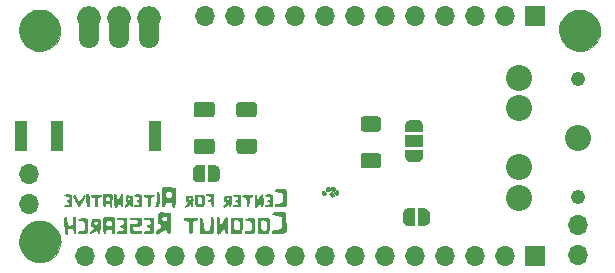
<source format=gbr>
%TF.GenerationSoftware,KiCad,Pcbnew,5.1.10-88a1d61d58~90~ubuntu20.04.1*%
%TF.CreationDate,2022-10-02T00:03:50+07:00*%
%TF.ProjectId,BioAmp-EXG-Pill_1206_rounder,42696f41-6d70-42d4-9558-472d50696c6c,1.0b*%
%TF.SameCoordinates,Original*%
%TF.FileFunction,Soldermask,Bot*%
%TF.FilePolarity,Negative*%
%FSLAX46Y46*%
G04 Gerber Fmt 4.6, Leading zero omitted, Abs format (unit mm)*
G04 Created by KiCad (PCBNEW 5.1.10-88a1d61d58~90~ubuntu20.04.1) date 2022-10-02 00:03:50*
%MOMM*%
%LPD*%
G01*
G04 APERTURE LIST*
%ADD10C,0.010000*%
%ADD11C,2.700000*%
%ADD12O,1.700000X1.700000*%
%ADD13C,0.100000*%
%ADD14O,2.000000X2.000000*%
%ADD15R,1.500000X1.000000*%
%ADD16R,1.700000X1.700000*%
%ADD17R,1.000000X2.500000*%
%ADD18C,1.220000*%
%ADD19C,2.201860*%
%ADD20O,1.700000X3.500000*%
G04 APERTURE END LIST*
D10*
%TO.C,BOARD1*%
G36*
X103735862Y-79972488D02*
G01*
X103991352Y-80045638D01*
X104053166Y-80069968D01*
X104291352Y-80191358D01*
X104505540Y-80345851D01*
X104692897Y-80529885D01*
X104850591Y-80739900D01*
X104975787Y-80972335D01*
X105065653Y-81223628D01*
X105102668Y-81388964D01*
X105125466Y-81546844D01*
X105133061Y-81684804D01*
X105125472Y-81822427D01*
X105103277Y-81976110D01*
X105037030Y-82236730D01*
X104933741Y-82480759D01*
X104796499Y-82704796D01*
X104628390Y-82905436D01*
X104432503Y-83079277D01*
X104211926Y-83222916D01*
X103969746Y-83332949D01*
X103832320Y-83376854D01*
X103728718Y-83397336D01*
X103596618Y-83411903D01*
X103449492Y-83420162D01*
X103300812Y-83421719D01*
X103164052Y-83416180D01*
X103052684Y-83403151D01*
X103036951Y-83400102D01*
X102784373Y-83326500D01*
X102547516Y-83216732D01*
X102330060Y-83074433D01*
X102135681Y-82903236D01*
X101968058Y-82706779D01*
X101830869Y-82488695D01*
X101727791Y-82252619D01*
X101671881Y-82050955D01*
X101649148Y-81892787D01*
X101642395Y-81756851D01*
X102437045Y-81756851D01*
X102444851Y-81820769D01*
X102496668Y-82015354D01*
X102584547Y-82190583D01*
X102705175Y-82342497D01*
X102855239Y-82467136D01*
X103031428Y-82560541D01*
X103078623Y-82578358D01*
X103157953Y-82603039D01*
X103230954Y-82617030D01*
X103313751Y-82622327D01*
X103422465Y-82620923D01*
X103422707Y-82620915D01*
X103523746Y-82616198D01*
X103598160Y-82607315D01*
X103661657Y-82590606D01*
X103729943Y-82562407D01*
X103782729Y-82536977D01*
X103952168Y-82431929D01*
X104091412Y-82302205D01*
X104199528Y-82152789D01*
X104275585Y-81988664D01*
X104318651Y-81814813D01*
X104327794Y-81636220D01*
X104302084Y-81457867D01*
X104240589Y-81284738D01*
X104142376Y-81121815D01*
X104064445Y-81029997D01*
X103919767Y-80903307D01*
X103763131Y-80814811D01*
X103589799Y-80762671D01*
X103395039Y-80745049D01*
X103333292Y-80746155D01*
X103231547Y-80751731D01*
X103156195Y-80761466D01*
X103091295Y-80779159D01*
X103020908Y-80808607D01*
X102971879Y-80832279D01*
X102808450Y-80934983D01*
X102670575Y-81066049D01*
X102561376Y-81219624D01*
X102483974Y-81389852D01*
X102441490Y-81570879D01*
X102437045Y-81756851D01*
X101642395Y-81756851D01*
X101640293Y-81714555D01*
X101645071Y-81532578D01*
X101663235Y-81363174D01*
X101683749Y-81260951D01*
X101751894Y-81056522D01*
X101849928Y-80851852D01*
X101971160Y-80657760D01*
X102108897Y-80485065D01*
X102244514Y-80354324D01*
X102466844Y-80196323D01*
X102705340Y-80075175D01*
X102955744Y-79991548D01*
X103213802Y-79946112D01*
X103475260Y-79939536D01*
X103735862Y-79972488D01*
G37*
X103735862Y-79972488D02*
X103991352Y-80045638D01*
X104053166Y-80069968D01*
X104291352Y-80191358D01*
X104505540Y-80345851D01*
X104692897Y-80529885D01*
X104850591Y-80739900D01*
X104975787Y-80972335D01*
X105065653Y-81223628D01*
X105102668Y-81388964D01*
X105125466Y-81546844D01*
X105133061Y-81684804D01*
X105125472Y-81822427D01*
X105103277Y-81976110D01*
X105037030Y-82236730D01*
X104933741Y-82480759D01*
X104796499Y-82704796D01*
X104628390Y-82905436D01*
X104432503Y-83079277D01*
X104211926Y-83222916D01*
X103969746Y-83332949D01*
X103832320Y-83376854D01*
X103728718Y-83397336D01*
X103596618Y-83411903D01*
X103449492Y-83420162D01*
X103300812Y-83421719D01*
X103164052Y-83416180D01*
X103052684Y-83403151D01*
X103036951Y-83400102D01*
X102784373Y-83326500D01*
X102547516Y-83216732D01*
X102330060Y-83074433D01*
X102135681Y-82903236D01*
X101968058Y-82706779D01*
X101830869Y-82488695D01*
X101727791Y-82252619D01*
X101671881Y-82050955D01*
X101649148Y-81892787D01*
X101642395Y-81756851D01*
X102437045Y-81756851D01*
X102444851Y-81820769D01*
X102496668Y-82015354D01*
X102584547Y-82190583D01*
X102705175Y-82342497D01*
X102855239Y-82467136D01*
X103031428Y-82560541D01*
X103078623Y-82578358D01*
X103157953Y-82603039D01*
X103230954Y-82617030D01*
X103313751Y-82622327D01*
X103422465Y-82620923D01*
X103422707Y-82620915D01*
X103523746Y-82616198D01*
X103598160Y-82607315D01*
X103661657Y-82590606D01*
X103729943Y-82562407D01*
X103782729Y-82536977D01*
X103952168Y-82431929D01*
X104091412Y-82302205D01*
X104199528Y-82152789D01*
X104275585Y-81988664D01*
X104318651Y-81814813D01*
X104327794Y-81636220D01*
X104302084Y-81457867D01*
X104240589Y-81284738D01*
X104142376Y-81121815D01*
X104064445Y-81029997D01*
X103919767Y-80903307D01*
X103763131Y-80814811D01*
X103589799Y-80762671D01*
X103395039Y-80745049D01*
X103333292Y-80746155D01*
X103231547Y-80751731D01*
X103156195Y-80761466D01*
X103091295Y-80779159D01*
X103020908Y-80808607D01*
X102971879Y-80832279D01*
X102808450Y-80934983D01*
X102670575Y-81066049D01*
X102561376Y-81219624D01*
X102483974Y-81389852D01*
X102441490Y-81570879D01*
X102437045Y-81756851D01*
X101642395Y-81756851D01*
X101640293Y-81714555D01*
X101645071Y-81532578D01*
X101663235Y-81363174D01*
X101683749Y-81260951D01*
X101751894Y-81056522D01*
X101849928Y-80851852D01*
X101971160Y-80657760D01*
X102108897Y-80485065D01*
X102244514Y-80354324D01*
X102466844Y-80196323D01*
X102705340Y-80075175D01*
X102955744Y-79991548D01*
X103213802Y-79946112D01*
X103475260Y-79939536D01*
X103735862Y-79972488D01*
G36*
X103481254Y-62084016D02*
G01*
X103628465Y-62092022D01*
X103754871Y-62107180D01*
X103822500Y-62121559D01*
X104077235Y-62211362D01*
X104306923Y-62332477D01*
X104510513Y-62481343D01*
X104686959Y-62654400D01*
X104835212Y-62848086D01*
X104954223Y-63058841D01*
X105042943Y-63283105D01*
X105100325Y-63517315D01*
X105125321Y-63757913D01*
X105116881Y-64001336D01*
X105073957Y-64244023D01*
X104995502Y-64482415D01*
X104880466Y-64712951D01*
X104727801Y-64932068D01*
X104670010Y-65000115D01*
X104489075Y-65172363D01*
X104281336Y-65315940D01*
X104052824Y-65428896D01*
X103809570Y-65509281D01*
X103557604Y-65555145D01*
X103302956Y-65564537D01*
X103051658Y-65535509D01*
X103028750Y-65530804D01*
X102777265Y-65456642D01*
X102541590Y-65346770D01*
X102325351Y-65204861D01*
X102132175Y-65034584D01*
X101965689Y-64839610D01*
X101829522Y-64623610D01*
X101727299Y-64390255D01*
X101663762Y-64149443D01*
X101645311Y-63995994D01*
X101639729Y-63823299D01*
X101640088Y-63814080D01*
X102438441Y-63814080D01*
X102452841Y-63984041D01*
X102497033Y-64149205D01*
X102570738Y-64304885D01*
X102673679Y-64446394D01*
X102805578Y-64569046D01*
X102966158Y-64668152D01*
X103097794Y-64721775D01*
X103175698Y-64742902D01*
X103257862Y-64753862D01*
X103359287Y-64756167D01*
X103422705Y-64754517D01*
X103528339Y-64748728D01*
X103607468Y-64738177D01*
X103675897Y-64719491D01*
X103749432Y-64689300D01*
X103767459Y-64680968D01*
X103933974Y-64581050D01*
X104077860Y-64450447D01*
X104193875Y-64295690D01*
X104276779Y-64123310D01*
X104310579Y-64004180D01*
X104328892Y-63817099D01*
X104308597Y-63632475D01*
X104253015Y-63455948D01*
X104165468Y-63293154D01*
X104049278Y-63149734D01*
X103907765Y-63031327D01*
X103744252Y-62943571D01*
X103670445Y-62917401D01*
X103492550Y-62881967D01*
X103308436Y-62878825D01*
X103130656Y-62907259D01*
X102993198Y-62956047D01*
X102823021Y-63056363D01*
X102684302Y-63180005D01*
X102576762Y-63322284D01*
X102500123Y-63478514D01*
X102454109Y-63644009D01*
X102438441Y-63814080D01*
X101640088Y-63814080D01*
X101646576Y-63647821D01*
X101665416Y-63486022D01*
X101683809Y-63396284D01*
X101768255Y-63147431D01*
X101889379Y-62914609D01*
X102043279Y-62701795D01*
X102226052Y-62512964D01*
X102433795Y-62352092D01*
X102662605Y-62223156D01*
X102908581Y-62130132D01*
X102933500Y-62123087D01*
X103039362Y-62102698D01*
X103174246Y-62089376D01*
X103325696Y-62083141D01*
X103481254Y-62084016D01*
G37*
X103481254Y-62084016D02*
X103628465Y-62092022D01*
X103754871Y-62107180D01*
X103822500Y-62121559D01*
X104077235Y-62211362D01*
X104306923Y-62332477D01*
X104510513Y-62481343D01*
X104686959Y-62654400D01*
X104835212Y-62848086D01*
X104954223Y-63058841D01*
X105042943Y-63283105D01*
X105100325Y-63517315D01*
X105125321Y-63757913D01*
X105116881Y-64001336D01*
X105073957Y-64244023D01*
X104995502Y-64482415D01*
X104880466Y-64712951D01*
X104727801Y-64932068D01*
X104670010Y-65000115D01*
X104489075Y-65172363D01*
X104281336Y-65315940D01*
X104052824Y-65428896D01*
X103809570Y-65509281D01*
X103557604Y-65555145D01*
X103302956Y-65564537D01*
X103051658Y-65535509D01*
X103028750Y-65530804D01*
X102777265Y-65456642D01*
X102541590Y-65346770D01*
X102325351Y-65204861D01*
X102132175Y-65034584D01*
X101965689Y-64839610D01*
X101829522Y-64623610D01*
X101727299Y-64390255D01*
X101663762Y-64149443D01*
X101645311Y-63995994D01*
X101639729Y-63823299D01*
X101640088Y-63814080D01*
X102438441Y-63814080D01*
X102452841Y-63984041D01*
X102497033Y-64149205D01*
X102570738Y-64304885D01*
X102673679Y-64446394D01*
X102805578Y-64569046D01*
X102966158Y-64668152D01*
X103097794Y-64721775D01*
X103175698Y-64742902D01*
X103257862Y-64753862D01*
X103359287Y-64756167D01*
X103422705Y-64754517D01*
X103528339Y-64748728D01*
X103607468Y-64738177D01*
X103675897Y-64719491D01*
X103749432Y-64689300D01*
X103767459Y-64680968D01*
X103933974Y-64581050D01*
X104077860Y-64450447D01*
X104193875Y-64295690D01*
X104276779Y-64123310D01*
X104310579Y-64004180D01*
X104328892Y-63817099D01*
X104308597Y-63632475D01*
X104253015Y-63455948D01*
X104165468Y-63293154D01*
X104049278Y-63149734D01*
X103907765Y-63031327D01*
X103744252Y-62943571D01*
X103670445Y-62917401D01*
X103492550Y-62881967D01*
X103308436Y-62878825D01*
X103130656Y-62907259D01*
X102993198Y-62956047D01*
X102823021Y-63056363D01*
X102684302Y-63180005D01*
X102576762Y-63322284D01*
X102500123Y-63478514D01*
X102454109Y-63644009D01*
X102438441Y-63814080D01*
X101640088Y-63814080D01*
X101646576Y-63647821D01*
X101665416Y-63486022D01*
X101683809Y-63396284D01*
X101768255Y-63147431D01*
X101889379Y-62914609D01*
X102043279Y-62701795D01*
X102226052Y-62512964D01*
X102433795Y-62352092D01*
X102662605Y-62223156D01*
X102908581Y-62130132D01*
X102933500Y-62123087D01*
X103039362Y-62102698D01*
X103174246Y-62089376D01*
X103325696Y-62083141D01*
X103481254Y-62084016D01*
G36*
X149216159Y-62085103D02*
G01*
X149312595Y-62087064D01*
X149386749Y-62091909D01*
X149448646Y-62100928D01*
X149508311Y-62115413D01*
X149575768Y-62136653D01*
X149627166Y-62154217D01*
X149883253Y-62263746D01*
X150113924Y-62405387D01*
X150316927Y-62576570D01*
X150490010Y-62774727D01*
X150630921Y-62997287D01*
X150737408Y-63241683D01*
X150806056Y-63499150D01*
X150825754Y-63662508D01*
X150829438Y-63846455D01*
X150817857Y-64033904D01*
X150791762Y-64207766D01*
X150771256Y-64292240D01*
X150678671Y-64539980D01*
X150549971Y-64769890D01*
X150388961Y-64978224D01*
X150199448Y-65161236D01*
X149985239Y-65315179D01*
X149750138Y-65436309D01*
X149531916Y-65511989D01*
X149457575Y-65526467D01*
X149353823Y-65539124D01*
X149232939Y-65549254D01*
X149107205Y-65556150D01*
X148988900Y-65559107D01*
X148890305Y-65557416D01*
X148833416Y-65552171D01*
X148573042Y-65489993D01*
X148329844Y-65391848D01*
X148106674Y-65261040D01*
X147906387Y-65100877D01*
X147731833Y-64914666D01*
X147585866Y-64705714D01*
X147471339Y-64477327D01*
X147391104Y-64232813D01*
X147348014Y-63975477D01*
X147341166Y-63822372D01*
X147341490Y-63817662D01*
X148145500Y-63817662D01*
X148165407Y-64017702D01*
X148223341Y-64202401D01*
X148316620Y-64368026D01*
X148442558Y-64510847D01*
X148598475Y-64627133D01*
X148781686Y-64713154D01*
X148792127Y-64716804D01*
X148948967Y-64752436D01*
X149120715Y-64760532D01*
X149290096Y-64741059D01*
X149378013Y-64717924D01*
X149558868Y-64637310D01*
X149715166Y-64524683D01*
X149843617Y-64384580D01*
X149940933Y-64221538D01*
X150003824Y-64040097D01*
X150029001Y-63844793D01*
X150029333Y-63819274D01*
X150009315Y-63618690D01*
X149950797Y-63433004D01*
X149856083Y-63265838D01*
X149727479Y-63120815D01*
X149567287Y-63001557D01*
X149479000Y-62954120D01*
X149417702Y-62925987D01*
X149366144Y-62907259D01*
X149312986Y-62896032D01*
X149246890Y-62890403D01*
X149156517Y-62888466D01*
X149086971Y-62888284D01*
X148977458Y-62888871D01*
X148898997Y-62891940D01*
X148840307Y-62899453D01*
X148790110Y-62913374D01*
X148737126Y-62935664D01*
X148693439Y-62956757D01*
X148516581Y-63065241D01*
X148371925Y-63199394D01*
X148261294Y-63356348D01*
X148186516Y-63533233D01*
X148149416Y-63727180D01*
X148145500Y-63817662D01*
X147341490Y-63817662D01*
X147359788Y-63552350D01*
X147416206Y-63300014D01*
X147511252Y-63063385D01*
X147645754Y-62840489D01*
X147820544Y-62629348D01*
X147858743Y-62590029D01*
X148015348Y-62445259D01*
X148169564Y-62331362D01*
X148334722Y-62239906D01*
X148524155Y-62162458D01*
X148547666Y-62154217D01*
X148625265Y-62128022D01*
X148688711Y-62109401D01*
X148748029Y-62097065D01*
X148813244Y-62089721D01*
X148894382Y-62086081D01*
X149001467Y-62084853D01*
X149087416Y-62084737D01*
X149216159Y-62085103D01*
G37*
X149216159Y-62085103D02*
X149312595Y-62087064D01*
X149386749Y-62091909D01*
X149448646Y-62100928D01*
X149508311Y-62115413D01*
X149575768Y-62136653D01*
X149627166Y-62154217D01*
X149883253Y-62263746D01*
X150113924Y-62405387D01*
X150316927Y-62576570D01*
X150490010Y-62774727D01*
X150630921Y-62997287D01*
X150737408Y-63241683D01*
X150806056Y-63499150D01*
X150825754Y-63662508D01*
X150829438Y-63846455D01*
X150817857Y-64033904D01*
X150791762Y-64207766D01*
X150771256Y-64292240D01*
X150678671Y-64539980D01*
X150549971Y-64769890D01*
X150388961Y-64978224D01*
X150199448Y-65161236D01*
X149985239Y-65315179D01*
X149750138Y-65436309D01*
X149531916Y-65511989D01*
X149457575Y-65526467D01*
X149353823Y-65539124D01*
X149232939Y-65549254D01*
X149107205Y-65556150D01*
X148988900Y-65559107D01*
X148890305Y-65557416D01*
X148833416Y-65552171D01*
X148573042Y-65489993D01*
X148329844Y-65391848D01*
X148106674Y-65261040D01*
X147906387Y-65100877D01*
X147731833Y-64914666D01*
X147585866Y-64705714D01*
X147471339Y-64477327D01*
X147391104Y-64232813D01*
X147348014Y-63975477D01*
X147341166Y-63822372D01*
X147341490Y-63817662D01*
X148145500Y-63817662D01*
X148165407Y-64017702D01*
X148223341Y-64202401D01*
X148316620Y-64368026D01*
X148442558Y-64510847D01*
X148598475Y-64627133D01*
X148781686Y-64713154D01*
X148792127Y-64716804D01*
X148948967Y-64752436D01*
X149120715Y-64760532D01*
X149290096Y-64741059D01*
X149378013Y-64717924D01*
X149558868Y-64637310D01*
X149715166Y-64524683D01*
X149843617Y-64384580D01*
X149940933Y-64221538D01*
X150003824Y-64040097D01*
X150029001Y-63844793D01*
X150029333Y-63819274D01*
X150009315Y-63618690D01*
X149950797Y-63433004D01*
X149856083Y-63265838D01*
X149727479Y-63120815D01*
X149567287Y-63001557D01*
X149479000Y-62954120D01*
X149417702Y-62925987D01*
X149366144Y-62907259D01*
X149312986Y-62896032D01*
X149246890Y-62890403D01*
X149156517Y-62888466D01*
X149086971Y-62888284D01*
X148977458Y-62888871D01*
X148898997Y-62891940D01*
X148840307Y-62899453D01*
X148790110Y-62913374D01*
X148737126Y-62935664D01*
X148693439Y-62956757D01*
X148516581Y-63065241D01*
X148371925Y-63199394D01*
X148261294Y-63356348D01*
X148186516Y-63533233D01*
X148149416Y-63727180D01*
X148145500Y-63817662D01*
X147341490Y-63817662D01*
X147359788Y-63552350D01*
X147416206Y-63300014D01*
X147511252Y-63063385D01*
X147645754Y-62840489D01*
X147820544Y-62629348D01*
X147858743Y-62590029D01*
X148015348Y-62445259D01*
X148169564Y-62331362D01*
X148334722Y-62239906D01*
X148524155Y-62162458D01*
X148547666Y-62154217D01*
X148625265Y-62128022D01*
X148688711Y-62109401D01*
X148748029Y-62097065D01*
X148813244Y-62089721D01*
X148894382Y-62086081D01*
X149001467Y-62084853D01*
X149087416Y-62084737D01*
X149216159Y-62085103D01*
%TO.C,LOGO3*%
G36*
X119115629Y-79655438D02*
G01*
X119069589Y-79714099D01*
X119011619Y-79807616D01*
X118957677Y-79904167D01*
X118888326Y-80027963D01*
X118832161Y-80117130D01*
X118785009Y-80175651D01*
X118742698Y-80207509D01*
X118701057Y-80216686D01*
X118655914Y-80207165D01*
X118644818Y-80202840D01*
X118597546Y-80175035D01*
X118565189Y-80132837D01*
X118545326Y-80069061D01*
X118535539Y-79976522D01*
X118533334Y-79871824D01*
X118532853Y-79778855D01*
X118530004Y-79719720D01*
X118522678Y-79685919D01*
X118508763Y-79668954D01*
X118486150Y-79660327D01*
X118480464Y-79658870D01*
X118442273Y-79650395D01*
X118413509Y-79649996D01*
X118392857Y-79662583D01*
X118379001Y-79693061D01*
X118370627Y-79746339D01*
X118366418Y-79827323D01*
X118365058Y-79940920D01*
X118365222Y-80088711D01*
X118367396Y-80315537D01*
X118372401Y-80514765D01*
X118380056Y-80683860D01*
X118390183Y-80820288D01*
X118402602Y-80921515D01*
X118417135Y-80985006D01*
X118430151Y-81006919D01*
X118494256Y-81024972D01*
X118558763Y-81004919D01*
X118589969Y-80978375D01*
X118626545Y-80933207D01*
X118672862Y-80870193D01*
X118699404Y-80831813D01*
X118747828Y-80766991D01*
X118797934Y-80710740D01*
X118821851Y-80688938D01*
X118895424Y-80651832D01*
X118967837Y-80649574D01*
X119029631Y-80678212D01*
X119071349Y-80733795D01*
X119083956Y-80798458D01*
X119092458Y-80889083D01*
X119115584Y-80944795D01*
X119151123Y-80963619D01*
X119196860Y-80943575D01*
X119220754Y-80920715D01*
X119231863Y-80905902D01*
X119240321Y-80885764D01*
X119246302Y-80855342D01*
X119249981Y-80809676D01*
X119251534Y-80743804D01*
X119251135Y-80652766D01*
X119248959Y-80531602D01*
X119245182Y-80375351D01*
X119242972Y-80291007D01*
X119238178Y-80135791D01*
X119232485Y-79993172D01*
X119226230Y-79869003D01*
X119219748Y-79769136D01*
X119213375Y-79699423D01*
X119207449Y-79665718D01*
X119207006Y-79664757D01*
X119181855Y-79633151D01*
X119152224Y-79629250D01*
X119115629Y-79655438D01*
G37*
X119115629Y-79655438D02*
X119069589Y-79714099D01*
X119011619Y-79807616D01*
X118957677Y-79904167D01*
X118888326Y-80027963D01*
X118832161Y-80117130D01*
X118785009Y-80175651D01*
X118742698Y-80207509D01*
X118701057Y-80216686D01*
X118655914Y-80207165D01*
X118644818Y-80202840D01*
X118597546Y-80175035D01*
X118565189Y-80132837D01*
X118545326Y-80069061D01*
X118535539Y-79976522D01*
X118533334Y-79871824D01*
X118532853Y-79778855D01*
X118530004Y-79719720D01*
X118522678Y-79685919D01*
X118508763Y-79668954D01*
X118486150Y-79660327D01*
X118480464Y-79658870D01*
X118442273Y-79650395D01*
X118413509Y-79649996D01*
X118392857Y-79662583D01*
X118379001Y-79693061D01*
X118370627Y-79746339D01*
X118366418Y-79827323D01*
X118365058Y-79940920D01*
X118365222Y-80088711D01*
X118367396Y-80315537D01*
X118372401Y-80514765D01*
X118380056Y-80683860D01*
X118390183Y-80820288D01*
X118402602Y-80921515D01*
X118417135Y-80985006D01*
X118430151Y-81006919D01*
X118494256Y-81024972D01*
X118558763Y-81004919D01*
X118589969Y-80978375D01*
X118626545Y-80933207D01*
X118672862Y-80870193D01*
X118699404Y-80831813D01*
X118747828Y-80766991D01*
X118797934Y-80710740D01*
X118821851Y-80688938D01*
X118895424Y-80651832D01*
X118967837Y-80649574D01*
X119029631Y-80678212D01*
X119071349Y-80733795D01*
X119083956Y-80798458D01*
X119092458Y-80889083D01*
X119115584Y-80944795D01*
X119151123Y-80963619D01*
X119196860Y-80943575D01*
X119220754Y-80920715D01*
X119231863Y-80905902D01*
X119240321Y-80885764D01*
X119246302Y-80855342D01*
X119249981Y-80809676D01*
X119251534Y-80743804D01*
X119251135Y-80652766D01*
X119248959Y-80531602D01*
X119245182Y-80375351D01*
X119242972Y-80291007D01*
X119238178Y-80135791D01*
X119232485Y-79993172D01*
X119226230Y-79869003D01*
X119219748Y-79769136D01*
X119213375Y-79699423D01*
X119207449Y-79665718D01*
X119207006Y-79664757D01*
X119181855Y-79633151D01*
X119152224Y-79629250D01*
X119115629Y-79655438D01*
G36*
X113516024Y-79231427D02*
G01*
X113482140Y-79237406D01*
X113468413Y-79244268D01*
X113439956Y-79283740D01*
X113417946Y-79351542D01*
X113401840Y-79451088D01*
X113391092Y-79585794D01*
X113385156Y-79759074D01*
X113385016Y-79766558D01*
X113379250Y-80084034D01*
X113505097Y-80150884D01*
X113594473Y-80203134D01*
X113650101Y-80249496D01*
X113678492Y-80297168D01*
X113686167Y-80351048D01*
X113679965Y-80381417D01*
X113658262Y-80417782D01*
X113616414Y-80465615D01*
X113549778Y-80530389D01*
X113479792Y-80594230D01*
X113401142Y-80665828D01*
X113333550Y-80729129D01*
X113283566Y-80777873D01*
X113257743Y-80805794D01*
X113256338Y-80807833D01*
X113247057Y-80845619D01*
X113244750Y-80905473D01*
X113245755Y-80925730D01*
X113254900Y-80981039D01*
X113275750Y-81011051D01*
X113313187Y-81015621D01*
X113372090Y-80994602D01*
X113457341Y-80947850D01*
X113506250Y-80917971D01*
X113666727Y-80819752D01*
X113796539Y-80745508D01*
X113899703Y-80694945D01*
X113980238Y-80667764D01*
X114042163Y-80663670D01*
X114089495Y-80682365D01*
X114126252Y-80723554D01*
X114156452Y-80786938D01*
X114182895Y-80868014D01*
X114212475Y-80944877D01*
X114247094Y-80981074D01*
X114290822Y-80978262D01*
X114347731Y-80938099D01*
X114350007Y-80936042D01*
X114402373Y-80888417D01*
X114433865Y-79746554D01*
X114163253Y-79746554D01*
X114148515Y-79830068D01*
X114112436Y-79890790D01*
X114063095Y-79933451D01*
X114001865Y-79955819D01*
X113917158Y-79961086D01*
X113866324Y-79958588D01*
X113788831Y-79949875D01*
X113738680Y-79933582D01*
X113700920Y-79904020D01*
X113689382Y-79891259D01*
X113653029Y-79819121D01*
X113647836Y-79733799D01*
X113672654Y-79649455D01*
X113713713Y-79591832D01*
X113778630Y-79551719D01*
X113866537Y-79528696D01*
X113960711Y-79525204D01*
X114044270Y-79543616D01*
X114108735Y-79591127D01*
X114149195Y-79662840D01*
X114163253Y-79746554D01*
X114433865Y-79746554D01*
X114444405Y-79364417D01*
X114397450Y-79316061D01*
X114379016Y-79299454D01*
X114356149Y-79286576D01*
X114322780Y-79276490D01*
X114272842Y-79268260D01*
X114200265Y-79260949D01*
X114098982Y-79253621D01*
X113962924Y-79245340D01*
X113924939Y-79243136D01*
X113771804Y-79234889D01*
X113655906Y-79230180D01*
X113572296Y-79229022D01*
X113516024Y-79231427D01*
G37*
X113516024Y-79231427D02*
X113482140Y-79237406D01*
X113468413Y-79244268D01*
X113439956Y-79283740D01*
X113417946Y-79351542D01*
X113401840Y-79451088D01*
X113391092Y-79585794D01*
X113385156Y-79759074D01*
X113385016Y-79766558D01*
X113379250Y-80084034D01*
X113505097Y-80150884D01*
X113594473Y-80203134D01*
X113650101Y-80249496D01*
X113678492Y-80297168D01*
X113686167Y-80351048D01*
X113679965Y-80381417D01*
X113658262Y-80417782D01*
X113616414Y-80465615D01*
X113549778Y-80530389D01*
X113479792Y-80594230D01*
X113401142Y-80665828D01*
X113333550Y-80729129D01*
X113283566Y-80777873D01*
X113257743Y-80805794D01*
X113256338Y-80807833D01*
X113247057Y-80845619D01*
X113244750Y-80905473D01*
X113245755Y-80925730D01*
X113254900Y-80981039D01*
X113275750Y-81011051D01*
X113313187Y-81015621D01*
X113372090Y-80994602D01*
X113457341Y-80947850D01*
X113506250Y-80917971D01*
X113666727Y-80819752D01*
X113796539Y-80745508D01*
X113899703Y-80694945D01*
X113980238Y-80667764D01*
X114042163Y-80663670D01*
X114089495Y-80682365D01*
X114126252Y-80723554D01*
X114156452Y-80786938D01*
X114182895Y-80868014D01*
X114212475Y-80944877D01*
X114247094Y-80981074D01*
X114290822Y-80978262D01*
X114347731Y-80938099D01*
X114350007Y-80936042D01*
X114402373Y-80888417D01*
X114433865Y-79746554D01*
X114163253Y-79746554D01*
X114148515Y-79830068D01*
X114112436Y-79890790D01*
X114063095Y-79933451D01*
X114001865Y-79955819D01*
X113917158Y-79961086D01*
X113866324Y-79958588D01*
X113788831Y-79949875D01*
X113738680Y-79933582D01*
X113700920Y-79904020D01*
X113689382Y-79891259D01*
X113653029Y-79819121D01*
X113647836Y-79733799D01*
X113672654Y-79649455D01*
X113713713Y-79591832D01*
X113778630Y-79551719D01*
X113866537Y-79528696D01*
X113960711Y-79525204D01*
X114044270Y-79543616D01*
X114108735Y-79591127D01*
X114149195Y-79662840D01*
X114163253Y-79746554D01*
X114433865Y-79746554D01*
X114444405Y-79364417D01*
X114397450Y-79316061D01*
X114379016Y-79299454D01*
X114356149Y-79286576D01*
X114322780Y-79276490D01*
X114272842Y-79268260D01*
X114200265Y-79260949D01*
X114098982Y-79253621D01*
X113962924Y-79245340D01*
X113924939Y-79243136D01*
X113771804Y-79234889D01*
X113655906Y-79230180D01*
X113572296Y-79229022D01*
X113516024Y-79231427D01*
G36*
X106270288Y-79614939D02*
G01*
X106248988Y-79623825D01*
X106227486Y-79634723D01*
X106212382Y-79649195D01*
X106202368Y-79674271D01*
X106196133Y-79716979D01*
X106192371Y-79784348D01*
X106189770Y-79883407D01*
X106188461Y-79948825D01*
X106185934Y-80066953D01*
X106182838Y-80150182D01*
X106177795Y-80205939D01*
X106169423Y-80241651D01*
X106156343Y-80264745D01*
X106137173Y-80282647D01*
X106124660Y-80292133D01*
X106053227Y-80325522D01*
X105959501Y-80343669D01*
X105861166Y-80345265D01*
X105775902Y-80329001D01*
X105753824Y-80319583D01*
X105727291Y-80304958D01*
X105707231Y-80288269D01*
X105691704Y-80263113D01*
X105678774Y-80223085D01*
X105666502Y-80161782D01*
X105652949Y-80072800D01*
X105636179Y-79949735D01*
X105631659Y-79915910D01*
X105616000Y-79801215D01*
X105603703Y-79721987D01*
X105592860Y-79671690D01*
X105581560Y-79643786D01*
X105567894Y-79631739D01*
X105549953Y-79629012D01*
X105547847Y-79629000D01*
X105507590Y-79638023D01*
X105479826Y-79668687D01*
X105462741Y-79726383D01*
X105454525Y-79816504D01*
X105453101Y-79910970D01*
X105455139Y-80041668D01*
X105460049Y-80184362D01*
X105467334Y-80332796D01*
X105476498Y-80480713D01*
X105487044Y-80621856D01*
X105498476Y-80749967D01*
X105510297Y-80858790D01*
X105522012Y-80942067D01*
X105533123Y-80993541D01*
X105540072Y-81007179D01*
X105596357Y-81026184D01*
X105645043Y-81014881D01*
X105671826Y-80978375D01*
X105678617Y-80932415D01*
X105683394Y-80860997D01*
X105684976Y-80793167D01*
X105687305Y-80714700D01*
X105696985Y-80663041D01*
X105718870Y-80622741D01*
X105749838Y-80586792D01*
X105794176Y-80545257D01*
X105837351Y-80524820D01*
X105897774Y-80518313D01*
X105926498Y-80518000D01*
X106050568Y-80528205D01*
X106139436Y-80558542D01*
X106189284Y-80604314D01*
X106205976Y-80647693D01*
X106222212Y-80716985D01*
X106232751Y-80784364D01*
X106248759Y-80879759D01*
X106270337Y-80936800D01*
X106299652Y-80959326D01*
X106329328Y-80955391D01*
X106338891Y-80947537D01*
X106346451Y-80929192D01*
X106352235Y-80895935D01*
X106356472Y-80843348D01*
X106359389Y-80767007D01*
X106361213Y-80662494D01*
X106362171Y-80525386D01*
X106362493Y-80351264D01*
X106362500Y-80311043D01*
X106362199Y-80115068D01*
X106360878Y-79957622D01*
X106357907Y-79834903D01*
X106352659Y-79743109D01*
X106344507Y-79678438D01*
X106332822Y-79637088D01*
X106316976Y-79615256D01*
X106296340Y-79609141D01*
X106270288Y-79614939D01*
G37*
X106270288Y-79614939D02*
X106248988Y-79623825D01*
X106227486Y-79634723D01*
X106212382Y-79649195D01*
X106202368Y-79674271D01*
X106196133Y-79716979D01*
X106192371Y-79784348D01*
X106189770Y-79883407D01*
X106188461Y-79948825D01*
X106185934Y-80066953D01*
X106182838Y-80150182D01*
X106177795Y-80205939D01*
X106169423Y-80241651D01*
X106156343Y-80264745D01*
X106137173Y-80282647D01*
X106124660Y-80292133D01*
X106053227Y-80325522D01*
X105959501Y-80343669D01*
X105861166Y-80345265D01*
X105775902Y-80329001D01*
X105753824Y-80319583D01*
X105727291Y-80304958D01*
X105707231Y-80288269D01*
X105691704Y-80263113D01*
X105678774Y-80223085D01*
X105666502Y-80161782D01*
X105652949Y-80072800D01*
X105636179Y-79949735D01*
X105631659Y-79915910D01*
X105616000Y-79801215D01*
X105603703Y-79721987D01*
X105592860Y-79671690D01*
X105581560Y-79643786D01*
X105567894Y-79631739D01*
X105549953Y-79629012D01*
X105547847Y-79629000D01*
X105507590Y-79638023D01*
X105479826Y-79668687D01*
X105462741Y-79726383D01*
X105454525Y-79816504D01*
X105453101Y-79910970D01*
X105455139Y-80041668D01*
X105460049Y-80184362D01*
X105467334Y-80332796D01*
X105476498Y-80480713D01*
X105487044Y-80621856D01*
X105498476Y-80749967D01*
X105510297Y-80858790D01*
X105522012Y-80942067D01*
X105533123Y-80993541D01*
X105540072Y-81007179D01*
X105596357Y-81026184D01*
X105645043Y-81014881D01*
X105671826Y-80978375D01*
X105678617Y-80932415D01*
X105683394Y-80860997D01*
X105684976Y-80793167D01*
X105687305Y-80714700D01*
X105696985Y-80663041D01*
X105718870Y-80622741D01*
X105749838Y-80586792D01*
X105794176Y-80545257D01*
X105837351Y-80524820D01*
X105897774Y-80518313D01*
X105926498Y-80518000D01*
X106050568Y-80528205D01*
X106139436Y-80558542D01*
X106189284Y-80604314D01*
X106205976Y-80647693D01*
X106222212Y-80716985D01*
X106232751Y-80784364D01*
X106248759Y-80879759D01*
X106270337Y-80936800D01*
X106299652Y-80959326D01*
X106329328Y-80955391D01*
X106338891Y-80947537D01*
X106346451Y-80929192D01*
X106352235Y-80895935D01*
X106356472Y-80843348D01*
X106359389Y-80767007D01*
X106361213Y-80662494D01*
X106362171Y-80525386D01*
X106362493Y-80351264D01*
X106362500Y-80311043D01*
X106362199Y-80115068D01*
X106360878Y-79957622D01*
X106357907Y-79834903D01*
X106352659Y-79743109D01*
X106344507Y-79678438D01*
X106332822Y-79637088D01*
X106316976Y-79615256D01*
X106296340Y-79609141D01*
X106270288Y-79614939D01*
G36*
X108968264Y-79608034D02*
G01*
X108870270Y-79616567D01*
X108799488Y-79630036D01*
X108774142Y-79640423D01*
X108768816Y-79664088D01*
X108764482Y-79723516D01*
X108761148Y-79812151D01*
X108758821Y-79923433D01*
X108757509Y-80050805D01*
X108757219Y-80187708D01*
X108757958Y-80327585D01*
X108759734Y-80463876D01*
X108762554Y-80590026D01*
X108766425Y-80699474D01*
X108771355Y-80785663D01*
X108772838Y-80803750D01*
X108781344Y-80882392D01*
X108791669Y-80928129D01*
X108807371Y-80950355D01*
X108831372Y-80958374D01*
X108858171Y-80956047D01*
X108879872Y-80934681D01*
X108902349Y-80886092D01*
X108921069Y-80833329D01*
X108955431Y-80739263D01*
X108988856Y-80678553D01*
X109031502Y-80643936D01*
X109093528Y-80628150D01*
X109185092Y-80623931D01*
X109214089Y-80623833D01*
X109301193Y-80626217D01*
X109375278Y-80632551D01*
X109423538Y-80641613D01*
X109430832Y-80644553D01*
X109471972Y-80688501D01*
X109501108Y-80765155D01*
X109515376Y-80865887D01*
X109516334Y-80902158D01*
X109518274Y-80963873D01*
X109527671Y-80994225D01*
X109549889Y-81004133D01*
X109566782Y-81004833D01*
X109614663Y-80987750D01*
X109632731Y-80957208D01*
X109637054Y-80924362D01*
X109641637Y-80854994D01*
X109646253Y-80754916D01*
X109650676Y-80629936D01*
X109654678Y-80485865D01*
X109658032Y-80328512D01*
X109658639Y-80293967D01*
X109662159Y-80085688D01*
X109511753Y-80085688D01*
X109510724Y-80193285D01*
X109485063Y-80289370D01*
X109431530Y-80355042D01*
X109359305Y-80390587D01*
X109281589Y-80402721D01*
X109189870Y-80400471D01*
X109102565Y-80385606D01*
X109038095Y-80359893D01*
X109037847Y-80359731D01*
X108973014Y-80293928D01*
X108935049Y-80206683D01*
X108924822Y-80109966D01*
X108943206Y-80015745D01*
X108991069Y-79935989D01*
X109005948Y-79921299D01*
X109049857Y-79887303D01*
X109094692Y-79869343D01*
X109156582Y-79862594D01*
X109204459Y-79861912D01*
X109329023Y-79876042D01*
X109421859Y-79918155D01*
X109482819Y-79988091D01*
X109511753Y-80085688D01*
X109662159Y-80085688D01*
X109669045Y-79678351D01*
X109607328Y-79652788D01*
X109541192Y-79634595D01*
X109446517Y-79620513D01*
X109332596Y-79610677D01*
X109208718Y-79605227D01*
X109084177Y-79604300D01*
X108968264Y-79608034D01*
G37*
X108968264Y-79608034D02*
X108870270Y-79616567D01*
X108799488Y-79630036D01*
X108774142Y-79640423D01*
X108768816Y-79664088D01*
X108764482Y-79723516D01*
X108761148Y-79812151D01*
X108758821Y-79923433D01*
X108757509Y-80050805D01*
X108757219Y-80187708D01*
X108757958Y-80327585D01*
X108759734Y-80463876D01*
X108762554Y-80590026D01*
X108766425Y-80699474D01*
X108771355Y-80785663D01*
X108772838Y-80803750D01*
X108781344Y-80882392D01*
X108791669Y-80928129D01*
X108807371Y-80950355D01*
X108831372Y-80958374D01*
X108858171Y-80956047D01*
X108879872Y-80934681D01*
X108902349Y-80886092D01*
X108921069Y-80833329D01*
X108955431Y-80739263D01*
X108988856Y-80678553D01*
X109031502Y-80643936D01*
X109093528Y-80628150D01*
X109185092Y-80623931D01*
X109214089Y-80623833D01*
X109301193Y-80626217D01*
X109375278Y-80632551D01*
X109423538Y-80641613D01*
X109430832Y-80644553D01*
X109471972Y-80688501D01*
X109501108Y-80765155D01*
X109515376Y-80865887D01*
X109516334Y-80902158D01*
X109518274Y-80963873D01*
X109527671Y-80994225D01*
X109549889Y-81004133D01*
X109566782Y-81004833D01*
X109614663Y-80987750D01*
X109632731Y-80957208D01*
X109637054Y-80924362D01*
X109641637Y-80854994D01*
X109646253Y-80754916D01*
X109650676Y-80629936D01*
X109654678Y-80485865D01*
X109658032Y-80328512D01*
X109658639Y-80293967D01*
X109662159Y-80085688D01*
X109511753Y-80085688D01*
X109510724Y-80193285D01*
X109485063Y-80289370D01*
X109431530Y-80355042D01*
X109359305Y-80390587D01*
X109281589Y-80402721D01*
X109189870Y-80400471D01*
X109102565Y-80385606D01*
X109038095Y-80359893D01*
X109037847Y-80359731D01*
X108973014Y-80293928D01*
X108935049Y-80206683D01*
X108924822Y-80109966D01*
X108943206Y-80015745D01*
X108991069Y-79935989D01*
X109005948Y-79921299D01*
X109049857Y-79887303D01*
X109094692Y-79869343D01*
X109156582Y-79862594D01*
X109204459Y-79861912D01*
X109329023Y-79876042D01*
X109421859Y-79918155D01*
X109482819Y-79988091D01*
X109511753Y-80085688D01*
X109662159Y-80085688D01*
X109669045Y-79678351D01*
X109607328Y-79652788D01*
X109541192Y-79634595D01*
X109446517Y-79620513D01*
X109332596Y-79610677D01*
X109208718Y-79605227D01*
X109084177Y-79604300D01*
X108968264Y-79608034D01*
G36*
X107849015Y-79778879D02*
G01*
X107815924Y-79784351D01*
X107797220Y-79794539D01*
X107785931Y-79810012D01*
X107785368Y-79811064D01*
X107775624Y-79847520D01*
X107765303Y-79916092D01*
X107755703Y-80006600D01*
X107748757Y-80098287D01*
X107733467Y-80345323D01*
X107820258Y-80389600D01*
X107903364Y-80446123D01*
X107949598Y-80509289D01*
X107957826Y-80574332D01*
X107926919Y-80636484D01*
X107887226Y-80671743D01*
X107847701Y-80703073D01*
X107791871Y-80751592D01*
X107748306Y-80791461D01*
X107689005Y-80853936D01*
X107659730Y-80904833D01*
X107653667Y-80942499D01*
X107658347Y-80986535D01*
X107669542Y-81004655D01*
X107692971Y-80994305D01*
X107744766Y-80966303D01*
X107817126Y-80924999D01*
X107897084Y-80877833D01*
X107986169Y-80827266D01*
X108067095Y-80786262D01*
X108130292Y-80759377D01*
X108163678Y-80751012D01*
X108228756Y-80770776D01*
X108280295Y-80828763D01*
X108311844Y-80907080D01*
X108332183Y-80963534D01*
X108354819Y-80980652D01*
X108386012Y-80961248D01*
X108399862Y-80946625D01*
X108411786Y-80913211D01*
X108422702Y-80845344D01*
X108432405Y-80750079D01*
X108440689Y-80634470D01*
X108447346Y-80505575D01*
X108452170Y-80370447D01*
X108454955Y-80236143D01*
X108455495Y-80109717D01*
X108455419Y-80105249D01*
X108296049Y-80105249D01*
X108289602Y-80178888D01*
X108256076Y-80239396D01*
X108239040Y-80254026D01*
X108179299Y-80276667D01*
X108099476Y-80284098D01*
X108018946Y-80276441D01*
X107957085Y-80253822D01*
X107954710Y-80252216D01*
X107916923Y-80202391D01*
X107905311Y-80133912D01*
X107919598Y-80061174D01*
X107959503Y-79998573D01*
X107959622Y-79998454D01*
X108020737Y-79962081D01*
X108099669Y-79946177D01*
X108178045Y-79952312D01*
X108229627Y-79975356D01*
X108275898Y-80032673D01*
X108296049Y-80105249D01*
X108455419Y-80105249D01*
X108453584Y-79998226D01*
X108449014Y-79908724D01*
X108441580Y-79848268D01*
X108432672Y-79824829D01*
X108398224Y-79813133D01*
X108327065Y-79802101D01*
X108224821Y-79792412D01*
X108104295Y-79785085D01*
X107986231Y-79779814D01*
X107903461Y-79777556D01*
X107849015Y-79778879D01*
G37*
X107849015Y-79778879D02*
X107815924Y-79784351D01*
X107797220Y-79794539D01*
X107785931Y-79810012D01*
X107785368Y-79811064D01*
X107775624Y-79847520D01*
X107765303Y-79916092D01*
X107755703Y-80006600D01*
X107748757Y-80098287D01*
X107733467Y-80345323D01*
X107820258Y-80389600D01*
X107903364Y-80446123D01*
X107949598Y-80509289D01*
X107957826Y-80574332D01*
X107926919Y-80636484D01*
X107887226Y-80671743D01*
X107847701Y-80703073D01*
X107791871Y-80751592D01*
X107748306Y-80791461D01*
X107689005Y-80853936D01*
X107659730Y-80904833D01*
X107653667Y-80942499D01*
X107658347Y-80986535D01*
X107669542Y-81004655D01*
X107692971Y-80994305D01*
X107744766Y-80966303D01*
X107817126Y-80924999D01*
X107897084Y-80877833D01*
X107986169Y-80827266D01*
X108067095Y-80786262D01*
X108130292Y-80759377D01*
X108163678Y-80751012D01*
X108228756Y-80770776D01*
X108280295Y-80828763D01*
X108311844Y-80907080D01*
X108332183Y-80963534D01*
X108354819Y-80980652D01*
X108386012Y-80961248D01*
X108399862Y-80946625D01*
X108411786Y-80913211D01*
X108422702Y-80845344D01*
X108432405Y-80750079D01*
X108440689Y-80634470D01*
X108447346Y-80505575D01*
X108452170Y-80370447D01*
X108454955Y-80236143D01*
X108455495Y-80109717D01*
X108455419Y-80105249D01*
X108296049Y-80105249D01*
X108289602Y-80178888D01*
X108256076Y-80239396D01*
X108239040Y-80254026D01*
X108179299Y-80276667D01*
X108099476Y-80284098D01*
X108018946Y-80276441D01*
X107957085Y-80253822D01*
X107954710Y-80252216D01*
X107916923Y-80202391D01*
X107905311Y-80133912D01*
X107919598Y-80061174D01*
X107959503Y-79998573D01*
X107959622Y-79998454D01*
X108020737Y-79962081D01*
X108099669Y-79946177D01*
X108178045Y-79952312D01*
X108229627Y-79975356D01*
X108275898Y-80032673D01*
X108296049Y-80105249D01*
X108455419Y-80105249D01*
X108453584Y-79998226D01*
X108449014Y-79908724D01*
X108441580Y-79848268D01*
X108432672Y-79824829D01*
X108398224Y-79813133D01*
X108327065Y-79802101D01*
X108224821Y-79792412D01*
X108104295Y-79785085D01*
X107986231Y-79779814D01*
X107903461Y-79777556D01*
X107849015Y-79778879D01*
G36*
X123515967Y-79185137D02*
G01*
X123394718Y-79187768D01*
X123303455Y-79193476D01*
X123236011Y-79203342D01*
X123186216Y-79218447D01*
X123147902Y-79239873D01*
X123114901Y-79268702D01*
X123099458Y-79285131D01*
X123080996Y-79310001D01*
X123078983Y-79330426D01*
X123097990Y-79348546D01*
X123142589Y-79366498D01*
X123217353Y-79386422D01*
X123326852Y-79410455D01*
X123399154Y-79425310D01*
X123567417Y-79463022D01*
X123695379Y-79499895D01*
X123785041Y-79536692D01*
X123838406Y-79574171D01*
X123854140Y-79598079D01*
X123858110Y-79628903D01*
X123861603Y-79695179D01*
X123864425Y-79790028D01*
X123866386Y-79906568D01*
X123867294Y-80037920D01*
X123867334Y-80072376D01*
X123867097Y-80220441D01*
X123866028Y-80332254D01*
X123863587Y-80413896D01*
X123859234Y-80471448D01*
X123852431Y-80510991D01*
X123842638Y-80538606D01*
X123829316Y-80560374D01*
X123823359Y-80568196D01*
X123787712Y-80608138D01*
X123748290Y-80636813D01*
X123696809Y-80656780D01*
X123624985Y-80670597D01*
X123524534Y-80680823D01*
X123439396Y-80686793D01*
X123306197Y-80698132D01*
X123208616Y-80714395D01*
X123139992Y-80738294D01*
X123093668Y-80772542D01*
X123062985Y-80819850D01*
X123053230Y-80844071D01*
X123041541Y-80885136D01*
X123041382Y-80917659D01*
X123056473Y-80942250D01*
X123090533Y-80959516D01*
X123147281Y-80970067D01*
X123230436Y-80974511D01*
X123343718Y-80973457D01*
X123490845Y-80967512D01*
X123675537Y-80957287D01*
X123726430Y-80954229D01*
X123867526Y-80945270D01*
X123972299Y-80937359D01*
X124046715Y-80929588D01*
X124096739Y-80921050D01*
X124128336Y-80910838D01*
X124147471Y-80898047D01*
X124155251Y-80889033D01*
X124193345Y-80816723D01*
X124216376Y-80721970D01*
X124224610Y-80600484D01*
X124218315Y-80447974D01*
X124197757Y-80260150D01*
X124195417Y-80242833D01*
X124184450Y-80139791D01*
X124175144Y-80008920D01*
X124168292Y-79864716D01*
X124164686Y-79721676D01*
X124164338Y-79674532D01*
X124163163Y-79534749D01*
X124159876Y-79430393D01*
X124153904Y-79354582D01*
X124144674Y-79300439D01*
X124131612Y-79261084D01*
X124129505Y-79256490D01*
X124095344Y-79184500D01*
X123673371Y-79184500D01*
X123515967Y-79185137D01*
G37*
X123515967Y-79185137D02*
X123394718Y-79187768D01*
X123303455Y-79193476D01*
X123236011Y-79203342D01*
X123186216Y-79218447D01*
X123147902Y-79239873D01*
X123114901Y-79268702D01*
X123099458Y-79285131D01*
X123080996Y-79310001D01*
X123078983Y-79330426D01*
X123097990Y-79348546D01*
X123142589Y-79366498D01*
X123217353Y-79386422D01*
X123326852Y-79410455D01*
X123399154Y-79425310D01*
X123567417Y-79463022D01*
X123695379Y-79499895D01*
X123785041Y-79536692D01*
X123838406Y-79574171D01*
X123854140Y-79598079D01*
X123858110Y-79628903D01*
X123861603Y-79695179D01*
X123864425Y-79790028D01*
X123866386Y-79906568D01*
X123867294Y-80037920D01*
X123867334Y-80072376D01*
X123867097Y-80220441D01*
X123866028Y-80332254D01*
X123863587Y-80413896D01*
X123859234Y-80471448D01*
X123852431Y-80510991D01*
X123842638Y-80538606D01*
X123829316Y-80560374D01*
X123823359Y-80568196D01*
X123787712Y-80608138D01*
X123748290Y-80636813D01*
X123696809Y-80656780D01*
X123624985Y-80670597D01*
X123524534Y-80680823D01*
X123439396Y-80686793D01*
X123306197Y-80698132D01*
X123208616Y-80714395D01*
X123139992Y-80738294D01*
X123093668Y-80772542D01*
X123062985Y-80819850D01*
X123053230Y-80844071D01*
X123041541Y-80885136D01*
X123041382Y-80917659D01*
X123056473Y-80942250D01*
X123090533Y-80959516D01*
X123147281Y-80970067D01*
X123230436Y-80974511D01*
X123343718Y-80973457D01*
X123490845Y-80967512D01*
X123675537Y-80957287D01*
X123726430Y-80954229D01*
X123867526Y-80945270D01*
X123972299Y-80937359D01*
X124046715Y-80929588D01*
X124096739Y-80921050D01*
X124128336Y-80910838D01*
X124147471Y-80898047D01*
X124155251Y-80889033D01*
X124193345Y-80816723D01*
X124216376Y-80721970D01*
X124224610Y-80600484D01*
X124218315Y-80447974D01*
X124197757Y-80260150D01*
X124195417Y-80242833D01*
X124184450Y-80139791D01*
X124175144Y-80008920D01*
X124168292Y-79864716D01*
X124164686Y-79721676D01*
X124164338Y-79674532D01*
X124163163Y-79534749D01*
X124159876Y-79430393D01*
X124153904Y-79354582D01*
X124144674Y-79300439D01*
X124131612Y-79261084D01*
X124129505Y-79256490D01*
X124095344Y-79184500D01*
X123673371Y-79184500D01*
X123515967Y-79185137D01*
G36*
X121966163Y-79672777D02*
G01*
X121918021Y-79676268D01*
X121888258Y-79682837D01*
X121870889Y-79693060D01*
X121859927Y-79707515D01*
X121855233Y-79716035D01*
X121847989Y-79751253D01*
X121842997Y-79820928D01*
X121840094Y-79918308D01*
X121839117Y-80036644D01*
X121839904Y-80169184D01*
X121842294Y-80309179D01*
X121846122Y-80449876D01*
X121851228Y-80584527D01*
X121857449Y-80706379D01*
X121864622Y-80808682D01*
X121872585Y-80884685D01*
X121881175Y-80927638D01*
X121884524Y-80933846D01*
X121916148Y-80944889D01*
X121981626Y-80954701D01*
X122072490Y-80963027D01*
X122180272Y-80969609D01*
X122296505Y-80974192D01*
X122412719Y-80976519D01*
X122520447Y-80976336D01*
X122611221Y-80973386D01*
X122676574Y-80967412D01*
X122707374Y-80958723D01*
X122718086Y-80946730D01*
X122726556Y-80926144D01*
X122733098Y-80892187D01*
X122738026Y-80840082D01*
X122741657Y-80765052D01*
X122744305Y-80662320D01*
X122746285Y-80527110D01*
X122747913Y-80354644D01*
X122748010Y-80342434D01*
X122748657Y-80246627D01*
X122618211Y-80246627D01*
X122618188Y-80302666D01*
X122616712Y-80444084D01*
X122611411Y-80549463D01*
X122600492Y-80625047D01*
X122582160Y-80677080D01*
X122554621Y-80711807D01*
X122516081Y-80735472D01*
X122490949Y-80745533D01*
X122409501Y-80761224D01*
X122312350Y-80760789D01*
X122217719Y-80745836D01*
X122143827Y-80717970D01*
X122138111Y-80714425D01*
X122096205Y-80679337D01*
X122065729Y-80632808D01*
X122045078Y-80568280D01*
X122032647Y-80479194D01*
X122026830Y-80358991D01*
X122025834Y-80255720D01*
X122026203Y-80140355D01*
X122028163Y-80059062D01*
X122032998Y-80003585D01*
X122041987Y-79965663D01*
X122056414Y-79937038D01*
X122077559Y-79909451D01*
X122080026Y-79906510D01*
X122151435Y-79849468D01*
X122244219Y-79824862D01*
X122361752Y-79831978D01*
X122397967Y-79839200D01*
X122489420Y-79869332D01*
X122553298Y-79915492D01*
X122564839Y-79928309D01*
X122585692Y-79954805D01*
X122600289Y-79981589D01*
X122609735Y-80016411D01*
X122615134Y-80067023D01*
X122617591Y-80141178D01*
X122618211Y-80246627D01*
X122748657Y-80246627D01*
X122749191Y-80167581D01*
X122749462Y-80030187D01*
X122748580Y-79925382D01*
X122746301Y-79848296D01*
X122742378Y-79794060D01*
X122736569Y-79757803D01*
X122728627Y-79734657D01*
X122718308Y-79719751D01*
X122716633Y-79718017D01*
X122698554Y-79705065D01*
X122669759Y-79695268D01*
X122624285Y-79688037D01*
X122556168Y-79682783D01*
X122459447Y-79678919D01*
X122328159Y-79675855D01*
X122280737Y-79674997D01*
X122141535Y-79672719D01*
X122038673Y-79671787D01*
X121966163Y-79672777D01*
G37*
X121966163Y-79672777D02*
X121918021Y-79676268D01*
X121888258Y-79682837D01*
X121870889Y-79693060D01*
X121859927Y-79707515D01*
X121855233Y-79716035D01*
X121847989Y-79751253D01*
X121842997Y-79820928D01*
X121840094Y-79918308D01*
X121839117Y-80036644D01*
X121839904Y-80169184D01*
X121842294Y-80309179D01*
X121846122Y-80449876D01*
X121851228Y-80584527D01*
X121857449Y-80706379D01*
X121864622Y-80808682D01*
X121872585Y-80884685D01*
X121881175Y-80927638D01*
X121884524Y-80933846D01*
X121916148Y-80944889D01*
X121981626Y-80954701D01*
X122072490Y-80963027D01*
X122180272Y-80969609D01*
X122296505Y-80974192D01*
X122412719Y-80976519D01*
X122520447Y-80976336D01*
X122611221Y-80973386D01*
X122676574Y-80967412D01*
X122707374Y-80958723D01*
X122718086Y-80946730D01*
X122726556Y-80926144D01*
X122733098Y-80892187D01*
X122738026Y-80840082D01*
X122741657Y-80765052D01*
X122744305Y-80662320D01*
X122746285Y-80527110D01*
X122747913Y-80354644D01*
X122748010Y-80342434D01*
X122748657Y-80246627D01*
X122618211Y-80246627D01*
X122618188Y-80302666D01*
X122616712Y-80444084D01*
X122611411Y-80549463D01*
X122600492Y-80625047D01*
X122582160Y-80677080D01*
X122554621Y-80711807D01*
X122516081Y-80735472D01*
X122490949Y-80745533D01*
X122409501Y-80761224D01*
X122312350Y-80760789D01*
X122217719Y-80745836D01*
X122143827Y-80717970D01*
X122138111Y-80714425D01*
X122096205Y-80679337D01*
X122065729Y-80632808D01*
X122045078Y-80568280D01*
X122032647Y-80479194D01*
X122026830Y-80358991D01*
X122025834Y-80255720D01*
X122026203Y-80140355D01*
X122028163Y-80059062D01*
X122032998Y-80003585D01*
X122041987Y-79965663D01*
X122056414Y-79937038D01*
X122077559Y-79909451D01*
X122080026Y-79906510D01*
X122151435Y-79849468D01*
X122244219Y-79824862D01*
X122361752Y-79831978D01*
X122397967Y-79839200D01*
X122489420Y-79869332D01*
X122553298Y-79915492D01*
X122564839Y-79928309D01*
X122585692Y-79954805D01*
X122600289Y-79981589D01*
X122609735Y-80016411D01*
X122615134Y-80067023D01*
X122617591Y-80141178D01*
X122618211Y-80246627D01*
X122748657Y-80246627D01*
X122749191Y-80167581D01*
X122749462Y-80030187D01*
X122748580Y-79925382D01*
X122746301Y-79848296D01*
X122742378Y-79794060D01*
X122736569Y-79757803D01*
X122728627Y-79734657D01*
X122718308Y-79719751D01*
X122716633Y-79718017D01*
X122698554Y-79705065D01*
X122669759Y-79695268D01*
X122624285Y-79688037D01*
X122556168Y-79682783D01*
X122459447Y-79678919D01*
X122328159Y-79675855D01*
X122280737Y-79674997D01*
X122141535Y-79672719D01*
X122038673Y-79671787D01*
X121966163Y-79672777D01*
G36*
X121028963Y-79737776D02*
G01*
X120922374Y-79745882D01*
X120848860Y-79760334D01*
X120803917Y-79782001D01*
X120783458Y-79810433D01*
X120799641Y-79824622D01*
X120851241Y-79843698D01*
X120931920Y-79865575D01*
X120993453Y-79879564D01*
X121090219Y-79902832D01*
X121176260Y-79928214D01*
X121239921Y-79952029D01*
X121263834Y-79964966D01*
X121283804Y-79981036D01*
X121298126Y-79999757D01*
X121307891Y-80028037D01*
X121314194Y-80072785D01*
X121318128Y-80140910D01*
X121320788Y-80239322D01*
X121322585Y-80336128D01*
X121328420Y-80668337D01*
X121269317Y-80727440D01*
X121235945Y-80756636D01*
X121199001Y-80775845D01*
X121147320Y-80788417D01*
X121069735Y-80797702D01*
X121021285Y-80801873D01*
X120910702Y-80812811D01*
X120835284Y-80826110D01*
X120787861Y-80844274D01*
X120761265Y-80869809D01*
X120750343Y-80896545D01*
X120753405Y-80943111D01*
X120780468Y-80975296D01*
X120807692Y-80980562D01*
X120835702Y-80978342D01*
X120897984Y-80974304D01*
X120986541Y-80968938D01*
X121093377Y-80962737D01*
X121147417Y-80959686D01*
X121286934Y-80951220D01*
X121389502Y-80940894D01*
X121460441Y-80924483D01*
X121505070Y-80897767D01*
X121528707Y-80856522D01*
X121536672Y-80796526D01*
X121534283Y-80713557D01*
X121530416Y-80655642D01*
X121524688Y-80563187D01*
X121518217Y-80442411D01*
X121511704Y-80307302D01*
X121505849Y-80171845D01*
X121504470Y-80137000D01*
X121498857Y-80020925D01*
X121491774Y-79917913D01*
X121483953Y-79836281D01*
X121476126Y-79784348D01*
X121472315Y-79771875D01*
X121459681Y-79756641D01*
X121435932Y-79746219D01*
X121394024Y-79739745D01*
X121326912Y-79736355D01*
X121227553Y-79735183D01*
X121173131Y-79735145D01*
X121028963Y-79737776D01*
G37*
X121028963Y-79737776D02*
X120922374Y-79745882D01*
X120848860Y-79760334D01*
X120803917Y-79782001D01*
X120783458Y-79810433D01*
X120799641Y-79824622D01*
X120851241Y-79843698D01*
X120931920Y-79865575D01*
X120993453Y-79879564D01*
X121090219Y-79902832D01*
X121176260Y-79928214D01*
X121239921Y-79952029D01*
X121263834Y-79964966D01*
X121283804Y-79981036D01*
X121298126Y-79999757D01*
X121307891Y-80028037D01*
X121314194Y-80072785D01*
X121318128Y-80140910D01*
X121320788Y-80239322D01*
X121322585Y-80336128D01*
X121328420Y-80668337D01*
X121269317Y-80727440D01*
X121235945Y-80756636D01*
X121199001Y-80775845D01*
X121147320Y-80788417D01*
X121069735Y-80797702D01*
X121021285Y-80801873D01*
X120910702Y-80812811D01*
X120835284Y-80826110D01*
X120787861Y-80844274D01*
X120761265Y-80869809D01*
X120750343Y-80896545D01*
X120753405Y-80943111D01*
X120780468Y-80975296D01*
X120807692Y-80980562D01*
X120835702Y-80978342D01*
X120897984Y-80974304D01*
X120986541Y-80968938D01*
X121093377Y-80962737D01*
X121147417Y-80959686D01*
X121286934Y-80951220D01*
X121389502Y-80940894D01*
X121460441Y-80924483D01*
X121505070Y-80897767D01*
X121528707Y-80856522D01*
X121536672Y-80796526D01*
X121534283Y-80713557D01*
X121530416Y-80655642D01*
X121524688Y-80563187D01*
X121518217Y-80442411D01*
X121511704Y-80307302D01*
X121505849Y-80171845D01*
X121504470Y-80137000D01*
X121498857Y-80020925D01*
X121491774Y-79917913D01*
X121483953Y-79836281D01*
X121476126Y-79784348D01*
X121472315Y-79771875D01*
X121459681Y-79756641D01*
X121435932Y-79746219D01*
X121394024Y-79739745D01*
X121326912Y-79736355D01*
X121227553Y-79735183D01*
X121173131Y-79735145D01*
X121028963Y-79737776D01*
G36*
X119691189Y-79673211D02*
G01*
X119631237Y-79678636D01*
X119620058Y-79680868D01*
X119567606Y-79694033D01*
X119574345Y-80306074D01*
X119577055Y-80487039D01*
X119580844Y-80642451D01*
X119585555Y-80768806D01*
X119591033Y-80862597D01*
X119597125Y-80920321D01*
X119602250Y-80938098D01*
X119629254Y-80945199D01*
X119691518Y-80952847D01*
X119781983Y-80960447D01*
X119893591Y-80967405D01*
X120015938Y-80972997D01*
X120159471Y-80977891D01*
X120266165Y-80980008D01*
X120341439Y-80979170D01*
X120390706Y-80975199D01*
X120419385Y-80967917D01*
X120431351Y-80959331D01*
X120439081Y-80928914D01*
X120446618Y-80858874D01*
X120453798Y-80751920D01*
X120460458Y-80610764D01*
X120466431Y-80438115D01*
X120469269Y-80334507D01*
X120470122Y-80300661D01*
X120332500Y-80300661D01*
X120331460Y-80443088D01*
X120327131Y-80549324D01*
X120317696Y-80625486D01*
X120301341Y-80677693D01*
X120276251Y-80712060D01*
X120240612Y-80734706D01*
X120199260Y-80749741D01*
X120119757Y-80762315D01*
X120026934Y-80760255D01*
X119939060Y-80745265D01*
X119875035Y-80719469D01*
X119827639Y-80683297D01*
X119793551Y-80641556D01*
X119770390Y-80586600D01*
X119755775Y-80510788D01*
X119747326Y-80406473D01*
X119743391Y-80296728D01*
X119741611Y-80159886D01*
X119745403Y-80058161D01*
X119756499Y-79984513D01*
X119776634Y-79931898D01*
X119807541Y-79893276D01*
X119850431Y-79861922D01*
X119941114Y-79828781D01*
X120047425Y-79823121D01*
X120154465Y-79843091D01*
X120247335Y-79886842D01*
X120282287Y-79915529D01*
X120301184Y-79936183D01*
X120314629Y-79959017D01*
X120323547Y-79991140D01*
X120328866Y-80039661D01*
X120331512Y-80111685D01*
X120332412Y-80214323D01*
X120332500Y-80300661D01*
X120470122Y-80300661D01*
X120484296Y-79738265D01*
X120434857Y-79710091D01*
X120398029Y-79700610D01*
X120327635Y-79691892D01*
X120232439Y-79684251D01*
X120121206Y-79678002D01*
X120002700Y-79673459D01*
X119885686Y-79670937D01*
X119778927Y-79670749D01*
X119691189Y-79673211D01*
G37*
X119691189Y-79673211D02*
X119631237Y-79678636D01*
X119620058Y-79680868D01*
X119567606Y-79694033D01*
X119574345Y-80306074D01*
X119577055Y-80487039D01*
X119580844Y-80642451D01*
X119585555Y-80768806D01*
X119591033Y-80862597D01*
X119597125Y-80920321D01*
X119602250Y-80938098D01*
X119629254Y-80945199D01*
X119691518Y-80952847D01*
X119781983Y-80960447D01*
X119893591Y-80967405D01*
X120015938Y-80972997D01*
X120159471Y-80977891D01*
X120266165Y-80980008D01*
X120341439Y-80979170D01*
X120390706Y-80975199D01*
X120419385Y-80967917D01*
X120431351Y-80959331D01*
X120439081Y-80928914D01*
X120446618Y-80858874D01*
X120453798Y-80751920D01*
X120460458Y-80610764D01*
X120466431Y-80438115D01*
X120469269Y-80334507D01*
X120470122Y-80300661D01*
X120332500Y-80300661D01*
X120331460Y-80443088D01*
X120327131Y-80549324D01*
X120317696Y-80625486D01*
X120301341Y-80677693D01*
X120276251Y-80712060D01*
X120240612Y-80734706D01*
X120199260Y-80749741D01*
X120119757Y-80762315D01*
X120026934Y-80760255D01*
X119939060Y-80745265D01*
X119875035Y-80719469D01*
X119827639Y-80683297D01*
X119793551Y-80641556D01*
X119770390Y-80586600D01*
X119755775Y-80510788D01*
X119747326Y-80406473D01*
X119743391Y-80296728D01*
X119741611Y-80159886D01*
X119745403Y-80058161D01*
X119756499Y-79984513D01*
X119776634Y-79931898D01*
X119807541Y-79893276D01*
X119850431Y-79861922D01*
X119941114Y-79828781D01*
X120047425Y-79823121D01*
X120154465Y-79843091D01*
X120247335Y-79886842D01*
X120282287Y-79915529D01*
X120301184Y-79936183D01*
X120314629Y-79959017D01*
X120323547Y-79991140D01*
X120328866Y-80039661D01*
X120331512Y-80111685D01*
X120332412Y-80214323D01*
X120332500Y-80300661D01*
X120470122Y-80300661D01*
X120484296Y-79738265D01*
X120434857Y-79710091D01*
X120398029Y-79700610D01*
X120327635Y-79691892D01*
X120232439Y-79684251D01*
X120121206Y-79678002D01*
X120002700Y-79673459D01*
X119885686Y-79670937D01*
X119778927Y-79670749D01*
X119691189Y-79673211D01*
G36*
X116190758Y-79679317D02*
G01*
X116067417Y-79682342D01*
X115907367Y-79688531D01*
X115784897Y-79696234D01*
X115695259Y-79706556D01*
X115633701Y-79720602D01*
X115595475Y-79739477D01*
X115575829Y-79764286D01*
X115570013Y-79796134D01*
X115570000Y-79798076D01*
X115582693Y-79836703D01*
X115624211Y-79865025D01*
X115699715Y-79885651D01*
X115762131Y-79895247D01*
X115870029Y-79916903D01*
X115953891Y-79949626D01*
X116005060Y-79989937D01*
X116007867Y-79993974D01*
X116013300Y-80022085D01*
X116018985Y-80086097D01*
X116024569Y-80179581D01*
X116029693Y-80296109D01*
X116034005Y-80429253D01*
X116035667Y-80496577D01*
X116039388Y-80656214D01*
X116043328Y-80778070D01*
X116048658Y-80866687D01*
X116056551Y-80926608D01*
X116068181Y-80962374D01*
X116084719Y-80978527D01*
X116107339Y-80979610D01*
X116137213Y-80970165D01*
X116155992Y-80962605D01*
X116186285Y-80946461D01*
X116209111Y-80922361D01*
X116225501Y-80884689D01*
X116236486Y-80827833D01*
X116243097Y-80746179D01*
X116246366Y-80634112D01*
X116247325Y-80486020D01*
X116247334Y-80465424D01*
X116248148Y-80314388D01*
X116250847Y-80200028D01*
X116255812Y-80116712D01*
X116263427Y-80058807D01*
X116274074Y-80020683D01*
X116278151Y-80011803D01*
X116331734Y-79950991D01*
X116419231Y-79903381D01*
X116524115Y-79874657D01*
X116610035Y-79848510D01*
X116659636Y-79805389D01*
X116675555Y-79756831D01*
X116674764Y-79725245D01*
X116656928Y-79706493D01*
X116612082Y-79693634D01*
X116575417Y-79687078D01*
X116520251Y-79682104D01*
X116431768Y-79679097D01*
X116318946Y-79678140D01*
X116190758Y-79679317D01*
G37*
X116190758Y-79679317D02*
X116067417Y-79682342D01*
X115907367Y-79688531D01*
X115784897Y-79696234D01*
X115695259Y-79706556D01*
X115633701Y-79720602D01*
X115595475Y-79739477D01*
X115575829Y-79764286D01*
X115570013Y-79796134D01*
X115570000Y-79798076D01*
X115582693Y-79836703D01*
X115624211Y-79865025D01*
X115699715Y-79885651D01*
X115762131Y-79895247D01*
X115870029Y-79916903D01*
X115953891Y-79949626D01*
X116005060Y-79989937D01*
X116007867Y-79993974D01*
X116013300Y-80022085D01*
X116018985Y-80086097D01*
X116024569Y-80179581D01*
X116029693Y-80296109D01*
X116034005Y-80429253D01*
X116035667Y-80496577D01*
X116039388Y-80656214D01*
X116043328Y-80778070D01*
X116048658Y-80866687D01*
X116056551Y-80926608D01*
X116068181Y-80962374D01*
X116084719Y-80978527D01*
X116107339Y-80979610D01*
X116137213Y-80970165D01*
X116155992Y-80962605D01*
X116186285Y-80946461D01*
X116209111Y-80922361D01*
X116225501Y-80884689D01*
X116236486Y-80827833D01*
X116243097Y-80746179D01*
X116246366Y-80634112D01*
X116247325Y-80486020D01*
X116247334Y-80465424D01*
X116248148Y-80314388D01*
X116250847Y-80200028D01*
X116255812Y-80116712D01*
X116263427Y-80058807D01*
X116274074Y-80020683D01*
X116278151Y-80011803D01*
X116331734Y-79950991D01*
X116419231Y-79903381D01*
X116524115Y-79874657D01*
X116610035Y-79848510D01*
X116659636Y-79805389D01*
X116675555Y-79756831D01*
X116674764Y-79725245D01*
X116656928Y-79706493D01*
X116612082Y-79693634D01*
X116575417Y-79687078D01*
X116520251Y-79682104D01*
X116431768Y-79679097D01*
X116318946Y-79678140D01*
X116190758Y-79679317D01*
G36*
X111357161Y-79674317D02*
G01*
X111208090Y-79683352D01*
X111099350Y-79698562D01*
X111030151Y-79720072D01*
X110999699Y-79748007D01*
X110998000Y-79757650D01*
X111001880Y-79772115D01*
X111017678Y-79782569D01*
X111051634Y-79789902D01*
X111109987Y-79795002D01*
X111198976Y-79798758D01*
X111306812Y-79801640D01*
X111427510Y-79804824D01*
X111513161Y-79808544D01*
X111571044Y-79813992D01*
X111608441Y-79822362D01*
X111632633Y-79834849D01*
X111650899Y-79852644D01*
X111656062Y-79858886D01*
X111686858Y-79924841D01*
X111695681Y-80006602D01*
X111680837Y-80082819D01*
X111674849Y-80095573D01*
X111648709Y-80130499D01*
X111608707Y-80156423D01*
X111548148Y-80175244D01*
X111460337Y-80188864D01*
X111338581Y-80199184D01*
X111301842Y-80201484D01*
X111200340Y-80208534D01*
X111113667Y-80216441D01*
X111050927Y-80224244D01*
X111021221Y-80230984D01*
X111021063Y-80231078D01*
X111011571Y-80257304D01*
X111004590Y-80316532D01*
X111000140Y-80399506D01*
X110998242Y-80496967D01*
X110998915Y-80599660D01*
X111002180Y-80698325D01*
X111008057Y-80783707D01*
X111016566Y-80846548D01*
X111019699Y-80859852D01*
X111041534Y-80913442D01*
X111067889Y-80946619D01*
X111072805Y-80949264D01*
X111103225Y-80953835D01*
X111168703Y-80959212D01*
X111261986Y-80964949D01*
X111375816Y-80970599D01*
X111501134Y-80975649D01*
X111641940Y-80980330D01*
X111746400Y-80982631D01*
X111820450Y-80982276D01*
X111870024Y-80978990D01*
X111901059Y-80972496D01*
X111919488Y-80962518D01*
X111926031Y-80955896D01*
X111944378Y-80902187D01*
X111940108Y-80857533D01*
X111925970Y-80793167D01*
X111651806Y-80793167D01*
X111507534Y-80790821D01*
X111399341Y-80782644D01*
X111321173Y-80766923D01*
X111266976Y-80741946D01*
X111230698Y-80706000D01*
X111210580Y-80668371D01*
X111194158Y-80594719D01*
X111195989Y-80511833D01*
X111214159Y-80437149D01*
X111240778Y-80393379D01*
X111266594Y-80376620D01*
X111308290Y-80366993D01*
X111374750Y-80363380D01*
X111469943Y-80364526D01*
X111598910Y-80363686D01*
X111715348Y-80354780D01*
X111811289Y-80339005D01*
X111878766Y-80317553D01*
X111905271Y-80299240D01*
X111916662Y-80264504D01*
X111925221Y-80197969D01*
X111930864Y-80109951D01*
X111933503Y-80010768D01*
X111933054Y-79910739D01*
X111929429Y-79820181D01*
X111922544Y-79749412D01*
X111912312Y-79708749D01*
X111910216Y-79705552D01*
X111893364Y-79692340D01*
X111863970Y-79682940D01*
X111815636Y-79676748D01*
X111741963Y-79673161D01*
X111636552Y-79671576D01*
X111547357Y-79671333D01*
X111357161Y-79674317D01*
G37*
X111357161Y-79674317D02*
X111208090Y-79683352D01*
X111099350Y-79698562D01*
X111030151Y-79720072D01*
X110999699Y-79748007D01*
X110998000Y-79757650D01*
X111001880Y-79772115D01*
X111017678Y-79782569D01*
X111051634Y-79789902D01*
X111109987Y-79795002D01*
X111198976Y-79798758D01*
X111306812Y-79801640D01*
X111427510Y-79804824D01*
X111513161Y-79808544D01*
X111571044Y-79813992D01*
X111608441Y-79822362D01*
X111632633Y-79834849D01*
X111650899Y-79852644D01*
X111656062Y-79858886D01*
X111686858Y-79924841D01*
X111695681Y-80006602D01*
X111680837Y-80082819D01*
X111674849Y-80095573D01*
X111648709Y-80130499D01*
X111608707Y-80156423D01*
X111548148Y-80175244D01*
X111460337Y-80188864D01*
X111338581Y-80199184D01*
X111301842Y-80201484D01*
X111200340Y-80208534D01*
X111113667Y-80216441D01*
X111050927Y-80224244D01*
X111021221Y-80230984D01*
X111021063Y-80231078D01*
X111011571Y-80257304D01*
X111004590Y-80316532D01*
X111000140Y-80399506D01*
X110998242Y-80496967D01*
X110998915Y-80599660D01*
X111002180Y-80698325D01*
X111008057Y-80783707D01*
X111016566Y-80846548D01*
X111019699Y-80859852D01*
X111041534Y-80913442D01*
X111067889Y-80946619D01*
X111072805Y-80949264D01*
X111103225Y-80953835D01*
X111168703Y-80959212D01*
X111261986Y-80964949D01*
X111375816Y-80970599D01*
X111501134Y-80975649D01*
X111641940Y-80980330D01*
X111746400Y-80982631D01*
X111820450Y-80982276D01*
X111870024Y-80978990D01*
X111901059Y-80972496D01*
X111919488Y-80962518D01*
X111926031Y-80955896D01*
X111944378Y-80902187D01*
X111940108Y-80857533D01*
X111925970Y-80793167D01*
X111651806Y-80793167D01*
X111507534Y-80790821D01*
X111399341Y-80782644D01*
X111321173Y-80766923D01*
X111266976Y-80741946D01*
X111230698Y-80706000D01*
X111210580Y-80668371D01*
X111194158Y-80594719D01*
X111195989Y-80511833D01*
X111214159Y-80437149D01*
X111240778Y-80393379D01*
X111266594Y-80376620D01*
X111308290Y-80366993D01*
X111374750Y-80363380D01*
X111469943Y-80364526D01*
X111598910Y-80363686D01*
X111715348Y-80354780D01*
X111811289Y-80339005D01*
X111878766Y-80317553D01*
X111905271Y-80299240D01*
X111916662Y-80264504D01*
X111925221Y-80197969D01*
X111930864Y-80109951D01*
X111933503Y-80010768D01*
X111933054Y-79910739D01*
X111929429Y-79820181D01*
X111922544Y-79749412D01*
X111912312Y-79708749D01*
X111910216Y-79705552D01*
X111893364Y-79692340D01*
X111863970Y-79682940D01*
X111815636Y-79676748D01*
X111741963Y-79673161D01*
X111636552Y-79671576D01*
X111547357Y-79671333D01*
X111357161Y-79674317D01*
G36*
X106941489Y-79733691D02*
G01*
X106843222Y-79739633D01*
X106761369Y-79749903D01*
X106705686Y-79764519D01*
X106700116Y-79767127D01*
X106657539Y-79793719D01*
X106637830Y-79815048D01*
X106637667Y-79816359D01*
X106657013Y-79827409D01*
X106709307Y-79844003D01*
X106785932Y-79863652D01*
X106854357Y-79878933D01*
X106951044Y-79901985D01*
X107037037Y-79927339D01*
X107100622Y-79951293D01*
X107124232Y-79964242D01*
X107144473Y-79980741D01*
X107158936Y-79999836D01*
X107168756Y-80028535D01*
X107175065Y-80073844D01*
X107178998Y-80142768D01*
X107181688Y-80242315D01*
X107183361Y-80329750D01*
X107184824Y-80470773D01*
X107182494Y-80575756D01*
X107175104Y-80650915D01*
X107161391Y-80702466D01*
X107140089Y-80736627D01*
X107109933Y-80759614D01*
X107094310Y-80767438D01*
X107052155Y-80778956D01*
X106980930Y-80790949D01*
X106893821Y-80801318D01*
X106864899Y-80803938D01*
X106749227Y-80818778D01*
X106671903Y-80841883D01*
X106629430Y-80875117D01*
X106618309Y-80920347D01*
X106620153Y-80934467D01*
X106624909Y-80951501D01*
X106635564Y-80963557D01*
X106657934Y-80971004D01*
X106697839Y-80974214D01*
X106761095Y-80973558D01*
X106853520Y-80969406D01*
X106980933Y-80962131D01*
X107018667Y-80959883D01*
X107154333Y-80950719D01*
X107253373Y-80939574D01*
X107321470Y-80923045D01*
X107364306Y-80897727D01*
X107387566Y-80860216D01*
X107396931Y-80807107D01*
X107398086Y-80734995D01*
X107398055Y-80732613D01*
X107394566Y-80553574D01*
X107389192Y-80380584D01*
X107382265Y-80218951D01*
X107374119Y-80073985D01*
X107365086Y-79950993D01*
X107355499Y-79855285D01*
X107345691Y-79792168D01*
X107337576Y-79768280D01*
X107303578Y-79752848D01*
X107237215Y-79741655D01*
X107148242Y-79734720D01*
X107046414Y-79732059D01*
X106941489Y-79733691D01*
G37*
X106941489Y-79733691D02*
X106843222Y-79739633D01*
X106761369Y-79749903D01*
X106705686Y-79764519D01*
X106700116Y-79767127D01*
X106657539Y-79793719D01*
X106637830Y-79815048D01*
X106637667Y-79816359D01*
X106657013Y-79827409D01*
X106709307Y-79844003D01*
X106785932Y-79863652D01*
X106854357Y-79878933D01*
X106951044Y-79901985D01*
X107037037Y-79927339D01*
X107100622Y-79951293D01*
X107124232Y-79964242D01*
X107144473Y-79980741D01*
X107158936Y-79999836D01*
X107168756Y-80028535D01*
X107175065Y-80073844D01*
X107178998Y-80142768D01*
X107181688Y-80242315D01*
X107183361Y-80329750D01*
X107184824Y-80470773D01*
X107182494Y-80575756D01*
X107175104Y-80650915D01*
X107161391Y-80702466D01*
X107140089Y-80736627D01*
X107109933Y-80759614D01*
X107094310Y-80767438D01*
X107052155Y-80778956D01*
X106980930Y-80790949D01*
X106893821Y-80801318D01*
X106864899Y-80803938D01*
X106749227Y-80818778D01*
X106671903Y-80841883D01*
X106629430Y-80875117D01*
X106618309Y-80920347D01*
X106620153Y-80934467D01*
X106624909Y-80951501D01*
X106635564Y-80963557D01*
X106657934Y-80971004D01*
X106697839Y-80974214D01*
X106761095Y-80973558D01*
X106853520Y-80969406D01*
X106980933Y-80962131D01*
X107018667Y-80959883D01*
X107154333Y-80950719D01*
X107253373Y-80939574D01*
X107321470Y-80923045D01*
X107364306Y-80897727D01*
X107387566Y-80860216D01*
X107396931Y-80807107D01*
X107398086Y-80734995D01*
X107398055Y-80732613D01*
X107394566Y-80553574D01*
X107389192Y-80380584D01*
X107382265Y-80218951D01*
X107374119Y-80073985D01*
X107365086Y-79950993D01*
X107355499Y-79855285D01*
X107345691Y-79792168D01*
X107337576Y-79768280D01*
X107303578Y-79752848D01*
X107237215Y-79741655D01*
X107148242Y-79734720D01*
X107046414Y-79732059D01*
X106941489Y-79733691D01*
G36*
X117865627Y-79670695D02*
G01*
X117860234Y-79675567D01*
X117850842Y-79700005D01*
X117843771Y-79754137D01*
X117838857Y-79841013D01*
X117835937Y-79963678D01*
X117834849Y-80125180D01*
X117834834Y-80150439D01*
X117833866Y-80287525D01*
X117831161Y-80413098D01*
X117827019Y-80519957D01*
X117821742Y-80600904D01*
X117815627Y-80648739D01*
X117813802Y-80655229D01*
X117770472Y-80710841D01*
X117691120Y-80749261D01*
X117578924Y-80769272D01*
X117508426Y-80772000D01*
X117396455Y-80765772D01*
X117318960Y-80745287D01*
X117269694Y-80707840D01*
X117244433Y-80657756D01*
X117234781Y-80616771D01*
X117219870Y-80541686D01*
X117201121Y-80440207D01*
X117179953Y-80320036D01*
X117157787Y-80188879D01*
X117156210Y-80179333D01*
X117134174Y-80050848D01*
X117112865Y-79935843D01*
X117093684Y-79841193D01*
X117078035Y-79773774D01*
X117067320Y-79740462D01*
X117066410Y-79739055D01*
X117025637Y-79716097D01*
X116976199Y-79721872D01*
X116935495Y-79751755D01*
X116923035Y-79777167D01*
X116918872Y-79815802D01*
X116916424Y-79888344D01*
X116915527Y-79987740D01*
X116916020Y-80106936D01*
X116917741Y-80238877D01*
X116920527Y-80376510D01*
X116924216Y-80512781D01*
X116928647Y-80640636D01*
X116933657Y-80753022D01*
X116939083Y-80842884D01*
X116944765Y-80903170D01*
X116949433Y-80925458D01*
X116958718Y-80937299D01*
X116976280Y-80946329D01*
X117007312Y-80952923D01*
X117057011Y-80957456D01*
X117130570Y-80960302D01*
X117233184Y-80961837D01*
X117370048Y-80962435D01*
X117462817Y-80962500D01*
X117621582Y-80962247D01*
X117743564Y-80961219D01*
X117834312Y-80959017D01*
X117899374Y-80955237D01*
X117944300Y-80949481D01*
X117974638Y-80941345D01*
X117995936Y-80930428D01*
X118005617Y-80923249D01*
X118054089Y-80883998D01*
X118032331Y-80304124D01*
X118026031Y-80150084D01*
X118019262Y-80008721D01*
X118012384Y-79885915D01*
X118005756Y-79787546D01*
X117999740Y-79719495D01*
X117994696Y-79687643D01*
X117994521Y-79687208D01*
X117962020Y-79657806D01*
X117912576Y-79651740D01*
X117865627Y-79670695D01*
G37*
X117865627Y-79670695D02*
X117860234Y-79675567D01*
X117850842Y-79700005D01*
X117843771Y-79754137D01*
X117838857Y-79841013D01*
X117835937Y-79963678D01*
X117834849Y-80125180D01*
X117834834Y-80150439D01*
X117833866Y-80287525D01*
X117831161Y-80413098D01*
X117827019Y-80519957D01*
X117821742Y-80600904D01*
X117815627Y-80648739D01*
X117813802Y-80655229D01*
X117770472Y-80710841D01*
X117691120Y-80749261D01*
X117578924Y-80769272D01*
X117508426Y-80772000D01*
X117396455Y-80765772D01*
X117318960Y-80745287D01*
X117269694Y-80707840D01*
X117244433Y-80657756D01*
X117234781Y-80616771D01*
X117219870Y-80541686D01*
X117201121Y-80440207D01*
X117179953Y-80320036D01*
X117157787Y-80188879D01*
X117156210Y-80179333D01*
X117134174Y-80050848D01*
X117112865Y-79935843D01*
X117093684Y-79841193D01*
X117078035Y-79773774D01*
X117067320Y-79740462D01*
X117066410Y-79739055D01*
X117025637Y-79716097D01*
X116976199Y-79721872D01*
X116935495Y-79751755D01*
X116923035Y-79777167D01*
X116918872Y-79815802D01*
X116916424Y-79888344D01*
X116915527Y-79987740D01*
X116916020Y-80106936D01*
X116917741Y-80238877D01*
X116920527Y-80376510D01*
X116924216Y-80512781D01*
X116928647Y-80640636D01*
X116933657Y-80753022D01*
X116939083Y-80842884D01*
X116944765Y-80903170D01*
X116949433Y-80925458D01*
X116958718Y-80937299D01*
X116976280Y-80946329D01*
X117007312Y-80952923D01*
X117057011Y-80957456D01*
X117130570Y-80960302D01*
X117233184Y-80961837D01*
X117370048Y-80962435D01*
X117462817Y-80962500D01*
X117621582Y-80962247D01*
X117743564Y-80961219D01*
X117834312Y-80959017D01*
X117899374Y-80955237D01*
X117944300Y-80949481D01*
X117974638Y-80941345D01*
X117995936Y-80930428D01*
X118005617Y-80923249D01*
X118054089Y-80883998D01*
X118032331Y-80304124D01*
X118026031Y-80150084D01*
X118019262Y-80008721D01*
X118012384Y-79885915D01*
X118005756Y-79787546D01*
X117999740Y-79719495D01*
X117994696Y-79687643D01*
X117994521Y-79687208D01*
X117962020Y-79657806D01*
X117912576Y-79651740D01*
X117865627Y-79670695D01*
G36*
X112429129Y-79666870D02*
G01*
X112332885Y-79669825D01*
X112256994Y-79675164D01*
X112210329Y-79682972D01*
X112201031Y-79687503D01*
X112180385Y-79721120D01*
X112195366Y-79746943D01*
X112247859Y-79765919D01*
X112339752Y-79778994D01*
X112391249Y-79782999D01*
X112522124Y-79796547D01*
X112617809Y-79819621D01*
X112684935Y-79855155D01*
X112730128Y-79906084D01*
X112747632Y-79940744D01*
X112770479Y-80040220D01*
X112753244Y-80129176D01*
X112697443Y-80204960D01*
X112604589Y-80264920D01*
X112550275Y-80286317D01*
X112477048Y-80316737D01*
X112445363Y-80346199D01*
X112455365Y-80376256D01*
X112507198Y-80408465D01*
X112563732Y-80431415D01*
X112663032Y-80476407D01*
X112723508Y-80526962D01*
X112748654Y-80587579D01*
X112742339Y-80661278D01*
X112713604Y-80725779D01*
X112660920Y-80773307D01*
X112579057Y-80806574D01*
X112462785Y-80828292D01*
X112409121Y-80834023D01*
X112304313Y-80845074D01*
X112237082Y-80856860D01*
X112202694Y-80871554D01*
X112196418Y-80891329D01*
X112213520Y-80918360D01*
X112216986Y-80922268D01*
X112234481Y-80937579D01*
X112259344Y-80948459D01*
X112298397Y-80955648D01*
X112358460Y-80959890D01*
X112446355Y-80961925D01*
X112568905Y-80962495D01*
X112587017Y-80962500D01*
X112920639Y-80962500D01*
X112938278Y-80909790D01*
X112944226Y-80868132D01*
X112947011Y-80794970D01*
X112946464Y-80701029D01*
X112943014Y-80608165D01*
X112939216Y-80484598D01*
X112939397Y-80352618D01*
X112943351Y-80231426D01*
X112947732Y-80168750D01*
X112961299Y-79992205D01*
X112965527Y-79856506D01*
X112960407Y-79761204D01*
X112945927Y-79705853D01*
X112937148Y-79694490D01*
X112905107Y-79684909D01*
X112840185Y-79677206D01*
X112751253Y-79671467D01*
X112647185Y-79667775D01*
X112536853Y-79666214D01*
X112429129Y-79666870D01*
G37*
X112429129Y-79666870D02*
X112332885Y-79669825D01*
X112256994Y-79675164D01*
X112210329Y-79682972D01*
X112201031Y-79687503D01*
X112180385Y-79721120D01*
X112195366Y-79746943D01*
X112247859Y-79765919D01*
X112339752Y-79778994D01*
X112391249Y-79782999D01*
X112522124Y-79796547D01*
X112617809Y-79819621D01*
X112684935Y-79855155D01*
X112730128Y-79906084D01*
X112747632Y-79940744D01*
X112770479Y-80040220D01*
X112753244Y-80129176D01*
X112697443Y-80204960D01*
X112604589Y-80264920D01*
X112550275Y-80286317D01*
X112477048Y-80316737D01*
X112445363Y-80346199D01*
X112455365Y-80376256D01*
X112507198Y-80408465D01*
X112563732Y-80431415D01*
X112663032Y-80476407D01*
X112723508Y-80526962D01*
X112748654Y-80587579D01*
X112742339Y-80661278D01*
X112713604Y-80725779D01*
X112660920Y-80773307D01*
X112579057Y-80806574D01*
X112462785Y-80828292D01*
X112409121Y-80834023D01*
X112304313Y-80845074D01*
X112237082Y-80856860D01*
X112202694Y-80871554D01*
X112196418Y-80891329D01*
X112213520Y-80918360D01*
X112216986Y-80922268D01*
X112234481Y-80937579D01*
X112259344Y-80948459D01*
X112298397Y-80955648D01*
X112358460Y-80959890D01*
X112446355Y-80961925D01*
X112568905Y-80962495D01*
X112587017Y-80962500D01*
X112920639Y-80962500D01*
X112938278Y-80909790D01*
X112944226Y-80868132D01*
X112947011Y-80794970D01*
X112946464Y-80701029D01*
X112943014Y-80608165D01*
X112939216Y-80484598D01*
X112939397Y-80352618D01*
X112943351Y-80231426D01*
X112947732Y-80168750D01*
X112961299Y-79992205D01*
X112965527Y-79856506D01*
X112960407Y-79761204D01*
X112945927Y-79705853D01*
X112937148Y-79694490D01*
X112905107Y-79684909D01*
X112840185Y-79677206D01*
X112751253Y-79671467D01*
X112647185Y-79667775D01*
X112536853Y-79666214D01*
X112429129Y-79666870D01*
G36*
X110061257Y-79667743D02*
G01*
X109998514Y-79671928D01*
X109958178Y-79679382D01*
X109933614Y-79690673D01*
X109925924Y-79697172D01*
X109902858Y-79734453D01*
X109920090Y-79760065D01*
X109977799Y-79774127D01*
X110045708Y-79777167D01*
X110205401Y-79786709D01*
X110328415Y-79815826D01*
X110415984Y-79865253D01*
X110469338Y-79935725D01*
X110489710Y-80027975D01*
X110490000Y-80042194D01*
X110474674Y-80133307D01*
X110426471Y-80204522D01*
X110342059Y-80259804D01*
X110288917Y-80281414D01*
X110214364Y-80315907D01*
X110181423Y-80350700D01*
X110190197Y-80384125D01*
X110240791Y-80414512D01*
X110279793Y-80427481D01*
X110378395Y-80466454D01*
X110439453Y-80518879D01*
X110466629Y-80588505D01*
X110468834Y-80620968D01*
X110449669Y-80701664D01*
X110393946Y-80764832D01*
X110304325Y-80808885D01*
X110183467Y-80832236D01*
X110109000Y-80835671D01*
X110006646Y-80841833D01*
X109942802Y-80859051D01*
X109918682Y-80886978D01*
X109918500Y-80890140D01*
X109927211Y-80916395D01*
X109956426Y-80935847D01*
X110010776Y-80949334D01*
X110094886Y-80957692D01*
X110213386Y-80961758D01*
X110318531Y-80962500D01*
X110441126Y-80962185D01*
X110528181Y-80960650D01*
X110586484Y-80957005D01*
X110622829Y-80950362D01*
X110644004Y-80939833D01*
X110656801Y-80924529D01*
X110660628Y-80917748D01*
X110671066Y-80877235D01*
X110675523Y-80803776D01*
X110674090Y-80694058D01*
X110669514Y-80591740D01*
X110664741Y-80338752D01*
X110676628Y-80093619D01*
X110680309Y-80054231D01*
X110692111Y-79920423D01*
X110696093Y-79822657D01*
X110691653Y-79755262D01*
X110678190Y-79712567D01*
X110655103Y-79688901D01*
X110640930Y-79682794D01*
X110606588Y-79678186D01*
X110538432Y-79673876D01*
X110444980Y-79670241D01*
X110334752Y-79667656D01*
X110280491Y-79666919D01*
X110153038Y-79666262D01*
X110061257Y-79667743D01*
G37*
X110061257Y-79667743D02*
X109998514Y-79671928D01*
X109958178Y-79679382D01*
X109933614Y-79690673D01*
X109925924Y-79697172D01*
X109902858Y-79734453D01*
X109920090Y-79760065D01*
X109977799Y-79774127D01*
X110045708Y-79777167D01*
X110205401Y-79786709D01*
X110328415Y-79815826D01*
X110415984Y-79865253D01*
X110469338Y-79935725D01*
X110489710Y-80027975D01*
X110490000Y-80042194D01*
X110474674Y-80133307D01*
X110426471Y-80204522D01*
X110342059Y-80259804D01*
X110288917Y-80281414D01*
X110214364Y-80315907D01*
X110181423Y-80350700D01*
X110190197Y-80384125D01*
X110240791Y-80414512D01*
X110279793Y-80427481D01*
X110378395Y-80466454D01*
X110439453Y-80518879D01*
X110466629Y-80588505D01*
X110468834Y-80620968D01*
X110449669Y-80701664D01*
X110393946Y-80764832D01*
X110304325Y-80808885D01*
X110183467Y-80832236D01*
X110109000Y-80835671D01*
X110006646Y-80841833D01*
X109942802Y-80859051D01*
X109918682Y-80886978D01*
X109918500Y-80890140D01*
X109927211Y-80916395D01*
X109956426Y-80935847D01*
X110010776Y-80949334D01*
X110094886Y-80957692D01*
X110213386Y-80961758D01*
X110318531Y-80962500D01*
X110441126Y-80962185D01*
X110528181Y-80960650D01*
X110586484Y-80957005D01*
X110622829Y-80950362D01*
X110644004Y-80939833D01*
X110656801Y-80924529D01*
X110660628Y-80917748D01*
X110671066Y-80877235D01*
X110675523Y-80803776D01*
X110674090Y-80694058D01*
X110669514Y-80591740D01*
X110664741Y-80338752D01*
X110676628Y-80093619D01*
X110680309Y-80054231D01*
X110692111Y-79920423D01*
X110696093Y-79822657D01*
X110691653Y-79755262D01*
X110678190Y-79712567D01*
X110655103Y-79688901D01*
X110640930Y-79682794D01*
X110606588Y-79678186D01*
X110538432Y-79673876D01*
X110444980Y-79670241D01*
X110334752Y-79667656D01*
X110280491Y-79666919D01*
X110153038Y-79666262D01*
X110061257Y-79667743D01*
G36*
X122161427Y-77683040D02*
G01*
X122126564Y-77717585D01*
X122082949Y-77783314D01*
X122035975Y-77866875D01*
X121978361Y-77971679D01*
X121934312Y-78044152D01*
X121898898Y-78090039D01*
X121867187Y-78115086D01*
X121834248Y-78125042D01*
X121813478Y-78126167D01*
X121765472Y-78118486D01*
X121731988Y-78091209D01*
X121709723Y-78037979D01*
X121695377Y-77952440D01*
X121689539Y-77887646D01*
X121682522Y-77802214D01*
X121674972Y-77750553D01*
X121663683Y-77724188D01*
X121645450Y-77714641D01*
X121623667Y-77713417D01*
X121570750Y-77713417D01*
X121575792Y-78208363D01*
X121578776Y-78397416D01*
X121583452Y-78544341D01*
X121589830Y-78649308D01*
X121597919Y-78712487D01*
X121604842Y-78732238D01*
X121649034Y-78759316D01*
X121701050Y-78746206D01*
X121758169Y-78693719D01*
X121765640Y-78684290D01*
X121838193Y-78591940D01*
X121892274Y-78529079D01*
X121933599Y-78490451D01*
X121967882Y-78470801D01*
X122000838Y-78464873D01*
X122004268Y-78464833D01*
X122058489Y-78474618D01*
X122093971Y-78508706D01*
X122116174Y-78574200D01*
X122123933Y-78620427D01*
X122133455Y-78683039D01*
X122144288Y-78711366D01*
X122163677Y-78713039D01*
X122196559Y-78696922D01*
X122210067Y-78687399D01*
X122220232Y-78671573D01*
X122227527Y-78643933D01*
X122232424Y-78598965D01*
X122235396Y-78531160D01*
X122236914Y-78435005D01*
X122237452Y-78304988D01*
X122237500Y-78219280D01*
X122236142Y-78033479D01*
X122231462Y-77888360D01*
X122222555Y-77782339D01*
X122208518Y-77713834D01*
X122188443Y-77681262D01*
X122161427Y-77683040D01*
G37*
X122161427Y-77683040D02*
X122126564Y-77717585D01*
X122082949Y-77783314D01*
X122035975Y-77866875D01*
X121978361Y-77971679D01*
X121934312Y-78044152D01*
X121898898Y-78090039D01*
X121867187Y-78115086D01*
X121834248Y-78125042D01*
X121813478Y-78126167D01*
X121765472Y-78118486D01*
X121731988Y-78091209D01*
X121709723Y-78037979D01*
X121695377Y-77952440D01*
X121689539Y-77887646D01*
X121682522Y-77802214D01*
X121674972Y-77750553D01*
X121663683Y-77724188D01*
X121645450Y-77714641D01*
X121623667Y-77713417D01*
X121570750Y-77713417D01*
X121575792Y-78208363D01*
X121578776Y-78397416D01*
X121583452Y-78544341D01*
X121589830Y-78649308D01*
X121597919Y-78712487D01*
X121604842Y-78732238D01*
X121649034Y-78759316D01*
X121701050Y-78746206D01*
X121758169Y-78693719D01*
X121765640Y-78684290D01*
X121838193Y-78591940D01*
X121892274Y-78529079D01*
X121933599Y-78490451D01*
X121967882Y-78470801D01*
X122000838Y-78464873D01*
X122004268Y-78464833D01*
X122058489Y-78474618D01*
X122093971Y-78508706D01*
X122116174Y-78574200D01*
X122123933Y-78620427D01*
X122133455Y-78683039D01*
X122144288Y-78711366D01*
X122163677Y-78713039D01*
X122196559Y-78696922D01*
X122210067Y-78687399D01*
X122220232Y-78671573D01*
X122227527Y-78643933D01*
X122232424Y-78598965D01*
X122235396Y-78531160D01*
X122236914Y-78435005D01*
X122237452Y-78304988D01*
X122237500Y-78219280D01*
X122236142Y-78033479D01*
X122231462Y-77888360D01*
X122222555Y-77782339D01*
X122208518Y-77713834D01*
X122188443Y-77681262D01*
X122161427Y-77683040D01*
G36*
X114034956Y-77094737D02*
G01*
X113912592Y-77101963D01*
X113814415Y-77115436D01*
X113762820Y-77129659D01*
X113701889Y-77153522D01*
X113713286Y-77867386D01*
X113716572Y-78039905D01*
X113720657Y-78201194D01*
X113725324Y-78345779D01*
X113730357Y-78468183D01*
X113735540Y-78562933D01*
X113740656Y-78624554D01*
X113743990Y-78644750D01*
X113766165Y-78690892D01*
X113803732Y-78707241D01*
X113825273Y-78708250D01*
X113857707Y-78705351D01*
X113881153Y-78691062D01*
X113901885Y-78656997D01*
X113926181Y-78594767D01*
X113940167Y-78554705D01*
X113976440Y-78454253D01*
X114009330Y-78386968D01*
X114048238Y-78346208D01*
X114102564Y-78325333D01*
X114181708Y-78317702D01*
X114277090Y-78316667D01*
X114373689Y-78317256D01*
X114437429Y-78320410D01*
X114477781Y-78328206D01*
X114504216Y-78342722D01*
X114526206Y-78366036D01*
X114531298Y-78372438D01*
X114559420Y-78422359D01*
X114572744Y-78488580D01*
X114575167Y-78553746D01*
X114578768Y-78629216D01*
X114588058Y-78692172D01*
X114597079Y-78720225D01*
X114635244Y-78752954D01*
X114688182Y-78758960D01*
X114736966Y-78737142D01*
X114744989Y-78728828D01*
X114760129Y-78688709D01*
X114773375Y-78608457D01*
X114784600Y-78490233D01*
X114793672Y-78336200D01*
X114800463Y-78148520D01*
X114804844Y-77929357D01*
X114805788Y-77808121D01*
X114578162Y-77808121D01*
X114566695Y-77886120D01*
X114564441Y-77893783D01*
X114526853Y-77947253D01*
X114458378Y-77987825D01*
X114369057Y-78013416D01*
X114268932Y-78021941D01*
X114168045Y-78011315D01*
X114099643Y-77990251D01*
X114025558Y-77937271D01*
X113977150Y-77852671D01*
X113956087Y-77739694D01*
X113955286Y-77709520D01*
X113968749Y-77600064D01*
X114010651Y-77519931D01*
X114083261Y-77465166D01*
X114099884Y-77457649D01*
X114200600Y-77431867D01*
X114306612Y-77431664D01*
X114406826Y-77454462D01*
X114490150Y-77497683D01*
X114545490Y-77558749D01*
X114546976Y-77561549D01*
X114567322Y-77627177D01*
X114578044Y-77715587D01*
X114578162Y-77808121D01*
X114805788Y-77808121D01*
X114806645Y-77698085D01*
X114808000Y-77195920D01*
X114746360Y-77164045D01*
X114677888Y-77140738D01*
X114576742Y-77121692D01*
X114452399Y-77107237D01*
X114314336Y-77097706D01*
X114172029Y-77093428D01*
X114034956Y-77094737D01*
G37*
X114034956Y-77094737D02*
X113912592Y-77101963D01*
X113814415Y-77115436D01*
X113762820Y-77129659D01*
X113701889Y-77153522D01*
X113713286Y-77867386D01*
X113716572Y-78039905D01*
X113720657Y-78201194D01*
X113725324Y-78345779D01*
X113730357Y-78468183D01*
X113735540Y-78562933D01*
X113740656Y-78624554D01*
X113743990Y-78644750D01*
X113766165Y-78690892D01*
X113803732Y-78707241D01*
X113825273Y-78708250D01*
X113857707Y-78705351D01*
X113881153Y-78691062D01*
X113901885Y-78656997D01*
X113926181Y-78594767D01*
X113940167Y-78554705D01*
X113976440Y-78454253D01*
X114009330Y-78386968D01*
X114048238Y-78346208D01*
X114102564Y-78325333D01*
X114181708Y-78317702D01*
X114277090Y-78316667D01*
X114373689Y-78317256D01*
X114437429Y-78320410D01*
X114477781Y-78328206D01*
X114504216Y-78342722D01*
X114526206Y-78366036D01*
X114531298Y-78372438D01*
X114559420Y-78422359D01*
X114572744Y-78488580D01*
X114575167Y-78553746D01*
X114578768Y-78629216D01*
X114588058Y-78692172D01*
X114597079Y-78720225D01*
X114635244Y-78752954D01*
X114688182Y-78758960D01*
X114736966Y-78737142D01*
X114744989Y-78728828D01*
X114760129Y-78688709D01*
X114773375Y-78608457D01*
X114784600Y-78490233D01*
X114793672Y-78336200D01*
X114800463Y-78148520D01*
X114804844Y-77929357D01*
X114805788Y-77808121D01*
X114578162Y-77808121D01*
X114566695Y-77886120D01*
X114564441Y-77893783D01*
X114526853Y-77947253D01*
X114458378Y-77987825D01*
X114369057Y-78013416D01*
X114268932Y-78021941D01*
X114168045Y-78011315D01*
X114099643Y-77990251D01*
X114025558Y-77937271D01*
X113977150Y-77852671D01*
X113956087Y-77739694D01*
X113955286Y-77709520D01*
X113968749Y-77600064D01*
X114010651Y-77519931D01*
X114083261Y-77465166D01*
X114099884Y-77457649D01*
X114200600Y-77431867D01*
X114306612Y-77431664D01*
X114406826Y-77454462D01*
X114490150Y-77497683D01*
X114545490Y-77558749D01*
X114546976Y-77561549D01*
X114567322Y-77627177D01*
X114578044Y-77715587D01*
X114578162Y-77808121D01*
X114805788Y-77808121D01*
X114806645Y-77698085D01*
X114808000Y-77195920D01*
X114746360Y-77164045D01*
X114677888Y-77140738D01*
X114576742Y-77121692D01*
X114452399Y-77107237D01*
X114314336Y-77097706D01*
X114172029Y-77093428D01*
X114034956Y-77094737D01*
G36*
X110263955Y-77703771D02*
G01*
X110230339Y-77741226D01*
X110185796Y-77808947D01*
X110131147Y-77903917D01*
X110078828Y-77996420D01*
X110040484Y-78057863D01*
X110010650Y-78094793D01*
X109983863Y-78113755D01*
X109954656Y-78121296D01*
X109949169Y-78121902D01*
X109891418Y-78118477D01*
X109851334Y-78091539D01*
X109825891Y-78035937D01*
X109812062Y-77946518D01*
X109808351Y-77882161D01*
X109804707Y-77798328D01*
X109799167Y-77747797D01*
X109788290Y-77721560D01*
X109768636Y-77710613D01*
X109741214Y-77706462D01*
X109680343Y-77699508D01*
X109689354Y-78210595D01*
X109692693Y-78376255D01*
X109696385Y-78504251D01*
X109700778Y-78599252D01*
X109706223Y-78665928D01*
X109713067Y-78708947D01*
X109721662Y-78732979D01*
X109729057Y-78741101D01*
X109778279Y-78759102D01*
X109829906Y-78743502D01*
X109837050Y-78739466D01*
X109867694Y-78709963D01*
X109906653Y-78657646D01*
X109927329Y-78624669D01*
X109991505Y-78537007D01*
X110057780Y-78483514D01*
X110120899Y-78464238D01*
X110175610Y-78479222D01*
X110216660Y-78528514D01*
X110238796Y-78612159D01*
X110239729Y-78621947D01*
X110253095Y-78687393D01*
X110278798Y-78712786D01*
X110316389Y-78697802D01*
X110328794Y-78686516D01*
X110343400Y-78664815D01*
X110353087Y-78629447D01*
X110358626Y-78573037D01*
X110360790Y-78488213D01*
X110360514Y-78383946D01*
X110358300Y-78254719D01*
X110354258Y-78115420D01*
X110349019Y-77985057D01*
X110344639Y-77903917D01*
X110337787Y-77807255D01*
X110330669Y-77745327D01*
X110321329Y-77710563D01*
X110307810Y-77695398D01*
X110289897Y-77692250D01*
X110263955Y-77703771D01*
G37*
X110263955Y-77703771D02*
X110230339Y-77741226D01*
X110185796Y-77808947D01*
X110131147Y-77903917D01*
X110078828Y-77996420D01*
X110040484Y-78057863D01*
X110010650Y-78094793D01*
X109983863Y-78113755D01*
X109954656Y-78121296D01*
X109949169Y-78121902D01*
X109891418Y-78118477D01*
X109851334Y-78091539D01*
X109825891Y-78035937D01*
X109812062Y-77946518D01*
X109808351Y-77882161D01*
X109804707Y-77798328D01*
X109799167Y-77747797D01*
X109788290Y-77721560D01*
X109768636Y-77710613D01*
X109741214Y-77706462D01*
X109680343Y-77699508D01*
X109689354Y-78210595D01*
X109692693Y-78376255D01*
X109696385Y-78504251D01*
X109700778Y-78599252D01*
X109706223Y-78665928D01*
X109713067Y-78708947D01*
X109721662Y-78732979D01*
X109729057Y-78741101D01*
X109778279Y-78759102D01*
X109829906Y-78743502D01*
X109837050Y-78739466D01*
X109867694Y-78709963D01*
X109906653Y-78657646D01*
X109927329Y-78624669D01*
X109991505Y-78537007D01*
X110057780Y-78483514D01*
X110120899Y-78464238D01*
X110175610Y-78479222D01*
X110216660Y-78528514D01*
X110238796Y-78612159D01*
X110239729Y-78621947D01*
X110253095Y-78687393D01*
X110278798Y-78712786D01*
X110316389Y-78697802D01*
X110328794Y-78686516D01*
X110343400Y-78664815D01*
X110353087Y-78629447D01*
X110358626Y-78573037D01*
X110360790Y-78488213D01*
X110360514Y-78383946D01*
X110358300Y-78254719D01*
X110354258Y-78115420D01*
X110349019Y-77985057D01*
X110344639Y-77903917D01*
X110337787Y-77807255D01*
X110330669Y-77745327D01*
X110321329Y-77710563D01*
X110307810Y-77695398D01*
X110289897Y-77692250D01*
X110263955Y-77703771D01*
G36*
X119018201Y-77851000D02*
G01*
X119010631Y-77897694D01*
X119004589Y-77971648D01*
X119001264Y-78057789D01*
X119001110Y-78067693D01*
X118999000Y-78231469D01*
X119083667Y-78284917D01*
X119139336Y-78328777D01*
X119166865Y-78369503D01*
X119168334Y-78378889D01*
X119153929Y-78411611D01*
X119115559Y-78463473D01*
X119060493Y-78525037D01*
X119039128Y-78546631D01*
X118967025Y-78623125D01*
X118928735Y-78678144D01*
X118923090Y-78714053D01*
X118947407Y-78732779D01*
X118973352Y-78725106D01*
X119025361Y-78699447D01*
X119093868Y-78660682D01*
X119121237Y-78644144D01*
X119226287Y-78585065D01*
X119305001Y-78555188D01*
X119361939Y-78554768D01*
X119401659Y-78584064D01*
X119428720Y-78643334D01*
X119433776Y-78661802D01*
X119456305Y-78707027D01*
X119483103Y-78714386D01*
X119499391Y-78704124D01*
X119511252Y-78675874D01*
X119520156Y-78622593D01*
X119527576Y-78537237D01*
X119530865Y-78485785D01*
X119541175Y-78285632D01*
X119546192Y-78119783D01*
X119546080Y-78062667D01*
X119422334Y-78062667D01*
X119411040Y-78119275D01*
X119389072Y-78156405D01*
X119340826Y-78180485D01*
X119271954Y-78188937D01*
X119201544Y-78180785D01*
X119166942Y-78167755D01*
X119135808Y-78129832D01*
X119126228Y-78071866D01*
X119138711Y-78010551D01*
X119161031Y-77974375D01*
X119211103Y-77945773D01*
X119279727Y-77936006D01*
X119347313Y-77945541D01*
X119389072Y-77968928D01*
X119413995Y-78014386D01*
X119422334Y-78062667D01*
X119546080Y-78062667D01*
X119545937Y-77989963D01*
X119540431Y-77897897D01*
X119529695Y-77845312D01*
X119522875Y-77834747D01*
X119491859Y-77825345D01*
X119428431Y-77816525D01*
X119342513Y-77809403D01*
X119264799Y-77805697D01*
X119033182Y-77798083D01*
X119018201Y-77851000D01*
G37*
X119018201Y-77851000D02*
X119010631Y-77897694D01*
X119004589Y-77971648D01*
X119001264Y-78057789D01*
X119001110Y-78067693D01*
X118999000Y-78231469D01*
X119083667Y-78284917D01*
X119139336Y-78328777D01*
X119166865Y-78369503D01*
X119168334Y-78378889D01*
X119153929Y-78411611D01*
X119115559Y-78463473D01*
X119060493Y-78525037D01*
X119039128Y-78546631D01*
X118967025Y-78623125D01*
X118928735Y-78678144D01*
X118923090Y-78714053D01*
X118947407Y-78732779D01*
X118973352Y-78725106D01*
X119025361Y-78699447D01*
X119093868Y-78660682D01*
X119121237Y-78644144D01*
X119226287Y-78585065D01*
X119305001Y-78555188D01*
X119361939Y-78554768D01*
X119401659Y-78584064D01*
X119428720Y-78643334D01*
X119433776Y-78661802D01*
X119456305Y-78707027D01*
X119483103Y-78714386D01*
X119499391Y-78704124D01*
X119511252Y-78675874D01*
X119520156Y-78622593D01*
X119527576Y-78537237D01*
X119530865Y-78485785D01*
X119541175Y-78285632D01*
X119546192Y-78119783D01*
X119546080Y-78062667D01*
X119422334Y-78062667D01*
X119411040Y-78119275D01*
X119389072Y-78156405D01*
X119340826Y-78180485D01*
X119271954Y-78188937D01*
X119201544Y-78180785D01*
X119166942Y-78167755D01*
X119135808Y-78129832D01*
X119126228Y-78071866D01*
X119138711Y-78010551D01*
X119161031Y-77974375D01*
X119211103Y-77945773D01*
X119279727Y-77936006D01*
X119347313Y-77945541D01*
X119389072Y-77968928D01*
X119413995Y-78014386D01*
X119422334Y-78062667D01*
X119546080Y-78062667D01*
X119545937Y-77989963D01*
X119540431Y-77897897D01*
X119529695Y-77845312D01*
X119522875Y-77834747D01*
X119491859Y-77825345D01*
X119428431Y-77816525D01*
X119342513Y-77809403D01*
X119264799Y-77805697D01*
X119033182Y-77798083D01*
X119018201Y-77851000D01*
G36*
X115779701Y-77851000D02*
G01*
X115772131Y-77897694D01*
X115766089Y-77971648D01*
X115762764Y-78057789D01*
X115762610Y-78067693D01*
X115760500Y-78231469D01*
X115845167Y-78284917D01*
X115900836Y-78328777D01*
X115928365Y-78369503D01*
X115929834Y-78378889D01*
X115915429Y-78411611D01*
X115877059Y-78463473D01*
X115821993Y-78525037D01*
X115800628Y-78546631D01*
X115728525Y-78623125D01*
X115690235Y-78678144D01*
X115684590Y-78714053D01*
X115708907Y-78732779D01*
X115734852Y-78725106D01*
X115786861Y-78699447D01*
X115855368Y-78660682D01*
X115882737Y-78644144D01*
X115987787Y-78585065D01*
X116066501Y-78555188D01*
X116123439Y-78554768D01*
X116163159Y-78584064D01*
X116190220Y-78643334D01*
X116195276Y-78661802D01*
X116217805Y-78707027D01*
X116244603Y-78714386D01*
X116260891Y-78704124D01*
X116272752Y-78675874D01*
X116281656Y-78622593D01*
X116289076Y-78537237D01*
X116292365Y-78485785D01*
X116302675Y-78285632D01*
X116307692Y-78119783D01*
X116307580Y-78062667D01*
X116183834Y-78062667D01*
X116172540Y-78119275D01*
X116150572Y-78156405D01*
X116102326Y-78180485D01*
X116033454Y-78188937D01*
X115963044Y-78180785D01*
X115928442Y-78167755D01*
X115897308Y-78129832D01*
X115887728Y-78071866D01*
X115900211Y-78010551D01*
X115922531Y-77974375D01*
X115972603Y-77945773D01*
X116041227Y-77936006D01*
X116108813Y-77945541D01*
X116150572Y-77968928D01*
X116175495Y-78014386D01*
X116183834Y-78062667D01*
X116307580Y-78062667D01*
X116307437Y-77989963D01*
X116301931Y-77897897D01*
X116291195Y-77845312D01*
X116284375Y-77834747D01*
X116253359Y-77825345D01*
X116189931Y-77816525D01*
X116104013Y-77809403D01*
X116026299Y-77805697D01*
X115794682Y-77798083D01*
X115779701Y-77851000D01*
G37*
X115779701Y-77851000D02*
X115772131Y-77897694D01*
X115766089Y-77971648D01*
X115762764Y-78057789D01*
X115762610Y-78067693D01*
X115760500Y-78231469D01*
X115845167Y-78284917D01*
X115900836Y-78328777D01*
X115928365Y-78369503D01*
X115929834Y-78378889D01*
X115915429Y-78411611D01*
X115877059Y-78463473D01*
X115821993Y-78525037D01*
X115800628Y-78546631D01*
X115728525Y-78623125D01*
X115690235Y-78678144D01*
X115684590Y-78714053D01*
X115708907Y-78732779D01*
X115734852Y-78725106D01*
X115786861Y-78699447D01*
X115855368Y-78660682D01*
X115882737Y-78644144D01*
X115987787Y-78585065D01*
X116066501Y-78555188D01*
X116123439Y-78554768D01*
X116163159Y-78584064D01*
X116190220Y-78643334D01*
X116195276Y-78661802D01*
X116217805Y-78707027D01*
X116244603Y-78714386D01*
X116260891Y-78704124D01*
X116272752Y-78675874D01*
X116281656Y-78622593D01*
X116289076Y-78537237D01*
X116292365Y-78485785D01*
X116302675Y-78285632D01*
X116307692Y-78119783D01*
X116307580Y-78062667D01*
X116183834Y-78062667D01*
X116172540Y-78119275D01*
X116150572Y-78156405D01*
X116102326Y-78180485D01*
X116033454Y-78188937D01*
X115963044Y-78180785D01*
X115928442Y-78167755D01*
X115897308Y-78129832D01*
X115887728Y-78071866D01*
X115900211Y-78010551D01*
X115922531Y-77974375D01*
X115972603Y-77945773D01*
X116041227Y-77936006D01*
X116108813Y-77945541D01*
X116150572Y-77968928D01*
X116175495Y-78014386D01*
X116183834Y-78062667D01*
X116307580Y-78062667D01*
X116307437Y-77989963D01*
X116301931Y-77897897D01*
X116291195Y-77845312D01*
X116284375Y-77834747D01*
X116253359Y-77825345D01*
X116189931Y-77816525D01*
X116104013Y-77809403D01*
X116026299Y-77805697D01*
X115794682Y-77798083D01*
X115779701Y-77851000D01*
G36*
X110725018Y-77796100D02*
G01*
X110678783Y-77811858D01*
X110653686Y-77847530D01*
X110642678Y-77909115D01*
X110638709Y-78002613D01*
X110638006Y-78031025D01*
X110635674Y-78126317D01*
X110636159Y-78188396D01*
X110642087Y-78226384D01*
X110656084Y-78249402D01*
X110680777Y-78266570D01*
X110710392Y-78282435D01*
X110767628Y-78320468D01*
X110792834Y-78359834D01*
X110785292Y-78406392D01*
X110744287Y-78466003D01*
X110679652Y-78534209D01*
X110612991Y-78606483D01*
X110569690Y-78667380D01*
X110552077Y-78712128D01*
X110562482Y-78735955D01*
X110579959Y-78738479D01*
X110609237Y-78727082D01*
X110663690Y-78698132D01*
X110733035Y-78657203D01*
X110754584Y-78643813D01*
X110857394Y-78584623D01*
X110934416Y-78554621D01*
X110990569Y-78553852D01*
X111030770Y-78582359D01*
X111059936Y-78640189D01*
X111062118Y-78646622D01*
X111085889Y-78701523D01*
X111110105Y-78716695D01*
X111138956Y-78694574D01*
X111140720Y-78692375D01*
X111149712Y-78661138D01*
X111157739Y-78596588D01*
X111164614Y-78506730D01*
X111170147Y-78399567D01*
X111174150Y-78283103D01*
X111176434Y-78165344D01*
X111176811Y-78054292D01*
X111176789Y-78053045D01*
X111058467Y-78053045D01*
X111050367Y-78115441D01*
X111008562Y-78162687D01*
X110937364Y-78187571D01*
X110904831Y-78189667D01*
X110825194Y-78179246D01*
X110777037Y-78148755D01*
X110753087Y-78095035D01*
X110756261Y-78031389D01*
X110783575Y-77976439D01*
X110807829Y-77956657D01*
X110877026Y-77935994D01*
X110949740Y-77938922D01*
X111009292Y-77963473D01*
X111028550Y-77982710D01*
X111058467Y-78053045D01*
X111176789Y-78053045D01*
X111175092Y-77957953D01*
X111171088Y-77884329D01*
X111164612Y-77841426D01*
X111160933Y-77834345D01*
X111130312Y-77824865D01*
X111067387Y-77814900D01*
X110982148Y-77805800D01*
X110909108Y-77800325D01*
X110799443Y-77794255D01*
X110725018Y-77796100D01*
G37*
X110725018Y-77796100D02*
X110678783Y-77811858D01*
X110653686Y-77847530D01*
X110642678Y-77909115D01*
X110638709Y-78002613D01*
X110638006Y-78031025D01*
X110635674Y-78126317D01*
X110636159Y-78188396D01*
X110642087Y-78226384D01*
X110656084Y-78249402D01*
X110680777Y-78266570D01*
X110710392Y-78282435D01*
X110767628Y-78320468D01*
X110792834Y-78359834D01*
X110785292Y-78406392D01*
X110744287Y-78466003D01*
X110679652Y-78534209D01*
X110612991Y-78606483D01*
X110569690Y-78667380D01*
X110552077Y-78712128D01*
X110562482Y-78735955D01*
X110579959Y-78738479D01*
X110609237Y-78727082D01*
X110663690Y-78698132D01*
X110733035Y-78657203D01*
X110754584Y-78643813D01*
X110857394Y-78584623D01*
X110934416Y-78554621D01*
X110990569Y-78553852D01*
X111030770Y-78582359D01*
X111059936Y-78640189D01*
X111062118Y-78646622D01*
X111085889Y-78701523D01*
X111110105Y-78716695D01*
X111138956Y-78694574D01*
X111140720Y-78692375D01*
X111149712Y-78661138D01*
X111157739Y-78596588D01*
X111164614Y-78506730D01*
X111170147Y-78399567D01*
X111174150Y-78283103D01*
X111176434Y-78165344D01*
X111176811Y-78054292D01*
X111176789Y-78053045D01*
X111058467Y-78053045D01*
X111050367Y-78115441D01*
X111008562Y-78162687D01*
X110937364Y-78187571D01*
X110904831Y-78189667D01*
X110825194Y-78179246D01*
X110777037Y-78148755D01*
X110753087Y-78095035D01*
X110756261Y-78031389D01*
X110783575Y-77976439D01*
X110807829Y-77956657D01*
X110877026Y-77935994D01*
X110949740Y-77938922D01*
X111009292Y-77963473D01*
X111028550Y-77982710D01*
X111058467Y-78053045D01*
X111176789Y-78053045D01*
X111175092Y-77957953D01*
X111171088Y-77884329D01*
X111164612Y-77841426D01*
X111160933Y-77834345D01*
X111130312Y-77824865D01*
X111067387Y-77814900D01*
X110982148Y-77805800D01*
X110909108Y-77800325D01*
X110799443Y-77794255D01*
X110725018Y-77796100D01*
G36*
X108994677Y-77670615D02*
G01*
X108899308Y-77674475D01*
X108821403Y-77681612D01*
X108770262Y-77692025D01*
X108755677Y-77700703D01*
X108750773Y-77729912D01*
X108747551Y-77793783D01*
X108745913Y-77884679D01*
X108745762Y-77994965D01*
X108747001Y-78117006D01*
X108749532Y-78243166D01*
X108753258Y-78365811D01*
X108758081Y-78477306D01*
X108763905Y-78570014D01*
X108767240Y-78607708D01*
X108779323Y-78678537D01*
X108796771Y-78715062D01*
X108805376Y-78718833D01*
X108832146Y-78701010D01*
X108859493Y-78658586D01*
X108878143Y-78608135D01*
X108881334Y-78583108D01*
X108893592Y-78548229D01*
X108923285Y-78501903D01*
X108925203Y-78499438D01*
X108954637Y-78468187D01*
X108989227Y-78451362D01*
X109042564Y-78444653D01*
X109101075Y-78443667D01*
X109198343Y-78448834D01*
X109261965Y-78468364D01*
X109299804Y-78508298D01*
X109319720Y-78574679D01*
X109325030Y-78615777D01*
X109336823Y-78689220D01*
X109355073Y-78727061D01*
X109370795Y-78735527D01*
X109406141Y-78724199D01*
X109420882Y-78703997D01*
X109425951Y-78672352D01*
X109431357Y-78605069D01*
X109436747Y-78508840D01*
X109441768Y-78390355D01*
X109446069Y-78256305D01*
X109447570Y-78197232D01*
X109450292Y-78081022D01*
X109325834Y-78081022D01*
X109315230Y-78173030D01*
X109280351Y-78232950D01*
X109216594Y-78265226D01*
X109125657Y-78274333D01*
X109054653Y-78271975D01*
X108997703Y-78265945D01*
X108977532Y-78261185D01*
X108927998Y-78221531D01*
X108896522Y-78155575D01*
X108884792Y-78076055D01*
X108894496Y-77995708D01*
X108927320Y-77927272D01*
X108932455Y-77920972D01*
X108967397Y-77886442D01*
X109005512Y-77868837D01*
X109062248Y-77862933D01*
X109104631Y-77862757D01*
X109205947Y-77875932D01*
X109274667Y-77915050D01*
X109313670Y-77982950D01*
X109325834Y-78081022D01*
X109450292Y-78081022D01*
X109458549Y-77728548D01*
X109408066Y-77700550D01*
X109364844Y-77687991D01*
X109292595Y-77678720D01*
X109200619Y-77672736D01*
X109098214Y-77670035D01*
X108994677Y-77670615D01*
G37*
X108994677Y-77670615D02*
X108899308Y-77674475D01*
X108821403Y-77681612D01*
X108770262Y-77692025D01*
X108755677Y-77700703D01*
X108750773Y-77729912D01*
X108747551Y-77793783D01*
X108745913Y-77884679D01*
X108745762Y-77994965D01*
X108747001Y-78117006D01*
X108749532Y-78243166D01*
X108753258Y-78365811D01*
X108758081Y-78477306D01*
X108763905Y-78570014D01*
X108767240Y-78607708D01*
X108779323Y-78678537D01*
X108796771Y-78715062D01*
X108805376Y-78718833D01*
X108832146Y-78701010D01*
X108859493Y-78658586D01*
X108878143Y-78608135D01*
X108881334Y-78583108D01*
X108893592Y-78548229D01*
X108923285Y-78501903D01*
X108925203Y-78499438D01*
X108954637Y-78468187D01*
X108989227Y-78451362D01*
X109042564Y-78444653D01*
X109101075Y-78443667D01*
X109198343Y-78448834D01*
X109261965Y-78468364D01*
X109299804Y-78508298D01*
X109319720Y-78574679D01*
X109325030Y-78615777D01*
X109336823Y-78689220D01*
X109355073Y-78727061D01*
X109370795Y-78735527D01*
X109406141Y-78724199D01*
X109420882Y-78703997D01*
X109425951Y-78672352D01*
X109431357Y-78605069D01*
X109436747Y-78508840D01*
X109441768Y-78390355D01*
X109446069Y-78256305D01*
X109447570Y-78197232D01*
X109450292Y-78081022D01*
X109325834Y-78081022D01*
X109315230Y-78173030D01*
X109280351Y-78232950D01*
X109216594Y-78265226D01*
X109125657Y-78274333D01*
X109054653Y-78271975D01*
X108997703Y-78265945D01*
X108977532Y-78261185D01*
X108927998Y-78221531D01*
X108896522Y-78155575D01*
X108884792Y-78076055D01*
X108894496Y-77995708D01*
X108927320Y-77927272D01*
X108932455Y-77920972D01*
X108967397Y-77886442D01*
X109005512Y-77868837D01*
X109062248Y-77862933D01*
X109104631Y-77862757D01*
X109205947Y-77875932D01*
X109274667Y-77915050D01*
X109313670Y-77982950D01*
X109325834Y-78081022D01*
X109450292Y-78081022D01*
X109458549Y-77728548D01*
X109408066Y-77700550D01*
X109364844Y-77687991D01*
X109292595Y-77678720D01*
X109200619Y-77672736D01*
X109098214Y-77670035D01*
X108994677Y-77670615D01*
G36*
X123776888Y-77258412D02*
G01*
X123645769Y-77258951D01*
X123549586Y-77260999D01*
X123480949Y-77265311D01*
X123432466Y-77272639D01*
X123396748Y-77283737D01*
X123366403Y-77299357D01*
X123364625Y-77300435D01*
X123319845Y-77335511D01*
X123296705Y-77368821D01*
X123295834Y-77374439D01*
X123299976Y-77402880D01*
X123303506Y-77406500D01*
X123325970Y-77410482D01*
X123381755Y-77421354D01*
X123462712Y-77437504D01*
X123560692Y-77457318D01*
X123571282Y-77459474D01*
X123697683Y-77485561D01*
X123792484Y-77509431D01*
X123860226Y-77537303D01*
X123905451Y-77575397D01*
X123932700Y-77629931D01*
X123946515Y-77707127D01*
X123951438Y-77813203D01*
X123952009Y-77954379D01*
X123952000Y-77980865D01*
X123951730Y-78111605D01*
X123950364Y-78206995D01*
X123947074Y-78274020D01*
X123941030Y-78319663D01*
X123931401Y-78350906D01*
X123917358Y-78374734D01*
X123903107Y-78392315D01*
X123849335Y-78433743D01*
X123767960Y-78462233D01*
X123654334Y-78478892D01*
X123515883Y-78484738D01*
X123436544Y-78488660D01*
X123383777Y-78501538D01*
X123342052Y-78527902D01*
X123329295Y-78539185D01*
X123286278Y-78594674D01*
X123278579Y-78650310D01*
X123285250Y-78708250D01*
X123486334Y-78710514D01*
X123601202Y-78710045D01*
X123735497Y-78706851D01*
X123866444Y-78701548D01*
X123912865Y-78698969D01*
X124018306Y-78690132D01*
X124102549Y-78678383D01*
X124157186Y-78665055D01*
X124170993Y-78658036D01*
X124195524Y-78618999D01*
X124217851Y-78552646D01*
X124234738Y-78473980D01*
X124242946Y-78398006D01*
X124239467Y-78340700D01*
X124234841Y-78303506D01*
X124229194Y-78231098D01*
X124222956Y-78130572D01*
X124216552Y-78009025D01*
X124210409Y-77873550D01*
X124208433Y-77824976D01*
X124201581Y-77665684D01*
X124194834Y-77543333D01*
X124187634Y-77452537D01*
X124179423Y-77387909D01*
X124169644Y-77344061D01*
X124157740Y-77315608D01*
X124155315Y-77311685D01*
X124120358Y-77258333D01*
X123776888Y-77258412D01*
G37*
X123776888Y-77258412D02*
X123645769Y-77258951D01*
X123549586Y-77260999D01*
X123480949Y-77265311D01*
X123432466Y-77272639D01*
X123396748Y-77283737D01*
X123366403Y-77299357D01*
X123364625Y-77300435D01*
X123319845Y-77335511D01*
X123296705Y-77368821D01*
X123295834Y-77374439D01*
X123299976Y-77402880D01*
X123303506Y-77406500D01*
X123325970Y-77410482D01*
X123381755Y-77421354D01*
X123462712Y-77437504D01*
X123560692Y-77457318D01*
X123571282Y-77459474D01*
X123697683Y-77485561D01*
X123792484Y-77509431D01*
X123860226Y-77537303D01*
X123905451Y-77575397D01*
X123932700Y-77629931D01*
X123946515Y-77707127D01*
X123951438Y-77813203D01*
X123952009Y-77954379D01*
X123952000Y-77980865D01*
X123951730Y-78111605D01*
X123950364Y-78206995D01*
X123947074Y-78274020D01*
X123941030Y-78319663D01*
X123931401Y-78350906D01*
X123917358Y-78374734D01*
X123903107Y-78392315D01*
X123849335Y-78433743D01*
X123767960Y-78462233D01*
X123654334Y-78478892D01*
X123515883Y-78484738D01*
X123436544Y-78488660D01*
X123383777Y-78501538D01*
X123342052Y-78527902D01*
X123329295Y-78539185D01*
X123286278Y-78594674D01*
X123278579Y-78650310D01*
X123285250Y-78708250D01*
X123486334Y-78710514D01*
X123601202Y-78710045D01*
X123735497Y-78706851D01*
X123866444Y-78701548D01*
X123912865Y-78698969D01*
X124018306Y-78690132D01*
X124102549Y-78678383D01*
X124157186Y-78665055D01*
X124170993Y-78658036D01*
X124195524Y-78618999D01*
X124217851Y-78552646D01*
X124234738Y-78473980D01*
X124242946Y-78398006D01*
X124239467Y-78340700D01*
X124234841Y-78303506D01*
X124229194Y-78231098D01*
X124222956Y-78130572D01*
X124216552Y-78009025D01*
X124210409Y-77873550D01*
X124208433Y-77824976D01*
X124201581Y-77665684D01*
X124194834Y-77543333D01*
X124187634Y-77452537D01*
X124179423Y-77387909D01*
X124169644Y-77344061D01*
X124157740Y-77315608D01*
X124155315Y-77311685D01*
X124120358Y-77258333D01*
X123776888Y-77258412D01*
G36*
X120850726Y-77724653D02*
G01*
X120745506Y-77726931D01*
X120670329Y-77731314D01*
X120619058Y-77738281D01*
X120585558Y-77748310D01*
X120570044Y-77756950D01*
X120531601Y-77797830D01*
X120525209Y-77838008D01*
X120543861Y-77861394D01*
X120574927Y-77871574D01*
X120633473Y-77884453D01*
X120686736Y-77893908D01*
X120752540Y-77905950D01*
X120801692Y-77921828D01*
X120836618Y-77947330D01*
X120859746Y-77988239D01*
X120873504Y-78050343D01*
X120880317Y-78139425D01*
X120882613Y-78261272D01*
X120882834Y-78361345D01*
X120882834Y-78718833D01*
X120934550Y-78718833D01*
X120987491Y-78701423D01*
X121019217Y-78671790D01*
X121032661Y-78643995D01*
X121042072Y-78600874D01*
X121048054Y-78535730D01*
X121051217Y-78441866D01*
X121052167Y-78312585D01*
X121052167Y-78308332D01*
X121052880Y-78173957D01*
X121056930Y-78075245D01*
X121067181Y-78005524D01*
X121086499Y-77958126D01*
X121117750Y-77926381D01*
X121163799Y-77903621D01*
X121227511Y-77883176D01*
X121235879Y-77880736D01*
X121314979Y-77848893D01*
X121367089Y-77809675D01*
X121386525Y-77768449D01*
X121379980Y-77744729D01*
X121354784Y-77737351D01*
X121292562Y-77731323D01*
X121198608Y-77726928D01*
X121078218Y-77724450D01*
X120992128Y-77724000D01*
X120850726Y-77724653D01*
G37*
X120850726Y-77724653D02*
X120745506Y-77726931D01*
X120670329Y-77731314D01*
X120619058Y-77738281D01*
X120585558Y-77748310D01*
X120570044Y-77756950D01*
X120531601Y-77797830D01*
X120525209Y-77838008D01*
X120543861Y-77861394D01*
X120574927Y-77871574D01*
X120633473Y-77884453D01*
X120686736Y-77893908D01*
X120752540Y-77905950D01*
X120801692Y-77921828D01*
X120836618Y-77947330D01*
X120859746Y-77988239D01*
X120873504Y-78050343D01*
X120880317Y-78139425D01*
X120882613Y-78261272D01*
X120882834Y-78361345D01*
X120882834Y-78718833D01*
X120934550Y-78718833D01*
X120987491Y-78701423D01*
X121019217Y-78671790D01*
X121032661Y-78643995D01*
X121042072Y-78600874D01*
X121048054Y-78535730D01*
X121051217Y-78441866D01*
X121052167Y-78312585D01*
X121052167Y-78308332D01*
X121052880Y-78173957D01*
X121056930Y-78075245D01*
X121067181Y-78005524D01*
X121086499Y-77958126D01*
X121117750Y-77926381D01*
X121163799Y-77903621D01*
X121227511Y-77883176D01*
X121235879Y-77880736D01*
X121314979Y-77848893D01*
X121367089Y-77809675D01*
X121386525Y-77768449D01*
X121379980Y-77744729D01*
X121354784Y-77737351D01*
X121292562Y-77731323D01*
X121198608Y-77726928D01*
X121078218Y-77724450D01*
X120992128Y-77724000D01*
X120850726Y-77724653D01*
G36*
X117588901Y-77681635D02*
G01*
X117512570Y-77685369D01*
X117461620Y-77691846D01*
X117445896Y-77698552D01*
X117443038Y-77726546D01*
X117474147Y-77750421D01*
X117542153Y-77771595D01*
X117631921Y-77788652D01*
X117740344Y-77810740D01*
X117812719Y-77838840D01*
X117855314Y-77877725D01*
X117874395Y-77932168D01*
X117877167Y-77975408D01*
X117870169Y-78037323D01*
X117844016Y-78081949D01*
X117790966Y-78117356D01*
X117710483Y-78149160D01*
X117653634Y-78174076D01*
X117618316Y-78199987D01*
X117612584Y-78211693D01*
X117631589Y-78234086D01*
X117681686Y-78259197D01*
X117723053Y-78273366D01*
X117790037Y-78296461D01*
X117841682Y-78320100D01*
X117859186Y-78332150D01*
X117873754Y-78364351D01*
X117889693Y-78426773D01*
X117904122Y-78507521D01*
X117907467Y-78531543D01*
X117923036Y-78629299D01*
X117940337Y-78688033D01*
X117961600Y-78711053D01*
X117989051Y-78701669D01*
X118009023Y-78682307D01*
X118020506Y-78663239D01*
X118029409Y-78631391D01*
X118036174Y-78581365D01*
X118041244Y-78507762D01*
X118045059Y-78405183D01*
X118048062Y-78268231D01*
X118049330Y-78189667D01*
X118050591Y-78054016D01*
X118050276Y-77931993D01*
X118048521Y-77830188D01*
X118045460Y-77755193D01*
X118041228Y-77713599D01*
X118039478Y-77708125D01*
X118013516Y-77698668D01*
X117955033Y-77691020D01*
X117873680Y-77685337D01*
X117779107Y-77681775D01*
X117680964Y-77680489D01*
X117588901Y-77681635D01*
G37*
X117588901Y-77681635D02*
X117512570Y-77685369D01*
X117461620Y-77691846D01*
X117445896Y-77698552D01*
X117443038Y-77726546D01*
X117474147Y-77750421D01*
X117542153Y-77771595D01*
X117631921Y-77788652D01*
X117740344Y-77810740D01*
X117812719Y-77838840D01*
X117855314Y-77877725D01*
X117874395Y-77932168D01*
X117877167Y-77975408D01*
X117870169Y-78037323D01*
X117844016Y-78081949D01*
X117790966Y-78117356D01*
X117710483Y-78149160D01*
X117653634Y-78174076D01*
X117618316Y-78199987D01*
X117612584Y-78211693D01*
X117631589Y-78234086D01*
X117681686Y-78259197D01*
X117723053Y-78273366D01*
X117790037Y-78296461D01*
X117841682Y-78320100D01*
X117859186Y-78332150D01*
X117873754Y-78364351D01*
X117889693Y-78426773D01*
X117904122Y-78507521D01*
X117907467Y-78531543D01*
X117923036Y-78629299D01*
X117940337Y-78688033D01*
X117961600Y-78711053D01*
X117989051Y-78701669D01*
X118009023Y-78682307D01*
X118020506Y-78663239D01*
X118029409Y-78631391D01*
X118036174Y-78581365D01*
X118041244Y-78507762D01*
X118045059Y-78405183D01*
X118048062Y-78268231D01*
X118049330Y-78189667D01*
X118050591Y-78054016D01*
X118050276Y-77931993D01*
X118048521Y-77830188D01*
X118045460Y-77755193D01*
X118041228Y-77713599D01*
X118039478Y-77708125D01*
X118013516Y-77698668D01*
X117955033Y-77691020D01*
X117873680Y-77685337D01*
X117779107Y-77681775D01*
X117680964Y-77680489D01*
X117588901Y-77681635D01*
G36*
X116856178Y-77728708D02*
G01*
X116554250Y-77734583D01*
X116554250Y-78189667D01*
X116554936Y-78326151D01*
X116556853Y-78449772D01*
X116559790Y-78553737D01*
X116563539Y-78631255D01*
X116567889Y-78675532D01*
X116569461Y-78681792D01*
X116579465Y-78696233D01*
X116600008Y-78706390D01*
X116637615Y-78712995D01*
X116698812Y-78716781D01*
X116790125Y-78718481D01*
X116899308Y-78718833D01*
X117010687Y-78717930D01*
X117106685Y-78715444D01*
X117179509Y-78711710D01*
X117221363Y-78707061D01*
X117228056Y-78704722D01*
X117232187Y-78680302D01*
X117235840Y-78619870D01*
X117238829Y-78529743D01*
X117240965Y-78416243D01*
X117241869Y-78308558D01*
X117133604Y-78308558D01*
X117132920Y-78386306D01*
X117128654Y-78437875D01*
X117119845Y-78471324D01*
X117105527Y-78494713D01*
X117094628Y-78506539D01*
X117054651Y-78533932D01*
X116997174Y-78546958D01*
X116933622Y-78549500D01*
X116859878Y-78546275D01*
X116810857Y-78532616D01*
X116769185Y-78502549D01*
X116753706Y-78487628D01*
X116727551Y-78460149D01*
X116710053Y-78433949D01*
X116699472Y-78400193D01*
X116694068Y-78350045D01*
X116692102Y-78274670D01*
X116691834Y-78173409D01*
X116692461Y-78064865D01*
X116695183Y-77990362D01*
X116701262Y-77941611D01*
X116711959Y-77910329D01*
X116728535Y-77888229D01*
X116736389Y-77880739D01*
X116796623Y-77850361D01*
X116878574Y-77838716D01*
X116966100Y-77845597D01*
X117043061Y-77870794D01*
X117065990Y-77884989D01*
X117090689Y-77904664D01*
X117107607Y-77925560D01*
X117118437Y-77955715D01*
X117124874Y-78003168D01*
X117128613Y-78075960D01*
X117131349Y-78182129D01*
X117131670Y-78196569D01*
X117133604Y-78308558D01*
X117241869Y-78308558D01*
X117242062Y-78285687D01*
X117242167Y-78229217D01*
X117241982Y-78077841D01*
X117241108Y-77963310D01*
X117239069Y-77880135D01*
X117235389Y-77822829D01*
X117229589Y-77785903D01*
X117221195Y-77763869D01*
X117209728Y-77751238D01*
X117200136Y-77745328D01*
X117160356Y-77736288D01*
X117084105Y-77730357D01*
X116977147Y-77727811D01*
X116856178Y-77728708D01*
G37*
X116856178Y-77728708D02*
X116554250Y-77734583D01*
X116554250Y-78189667D01*
X116554936Y-78326151D01*
X116556853Y-78449772D01*
X116559790Y-78553737D01*
X116563539Y-78631255D01*
X116567889Y-78675532D01*
X116569461Y-78681792D01*
X116579465Y-78696233D01*
X116600008Y-78706390D01*
X116637615Y-78712995D01*
X116698812Y-78716781D01*
X116790125Y-78718481D01*
X116899308Y-78718833D01*
X117010687Y-78717930D01*
X117106685Y-78715444D01*
X117179509Y-78711710D01*
X117221363Y-78707061D01*
X117228056Y-78704722D01*
X117232187Y-78680302D01*
X117235840Y-78619870D01*
X117238829Y-78529743D01*
X117240965Y-78416243D01*
X117241869Y-78308558D01*
X117133604Y-78308558D01*
X117132920Y-78386306D01*
X117128654Y-78437875D01*
X117119845Y-78471324D01*
X117105527Y-78494713D01*
X117094628Y-78506539D01*
X117054651Y-78533932D01*
X116997174Y-78546958D01*
X116933622Y-78549500D01*
X116859878Y-78546275D01*
X116810857Y-78532616D01*
X116769185Y-78502549D01*
X116753706Y-78487628D01*
X116727551Y-78460149D01*
X116710053Y-78433949D01*
X116699472Y-78400193D01*
X116694068Y-78350045D01*
X116692102Y-78274670D01*
X116691834Y-78173409D01*
X116692461Y-78064865D01*
X116695183Y-77990362D01*
X116701262Y-77941611D01*
X116711959Y-77910329D01*
X116728535Y-77888229D01*
X116736389Y-77880739D01*
X116796623Y-77850361D01*
X116878574Y-77838716D01*
X116966100Y-77845597D01*
X117043061Y-77870794D01*
X117065990Y-77884989D01*
X117090689Y-77904664D01*
X117107607Y-77925560D01*
X117118437Y-77955715D01*
X117124874Y-78003168D01*
X117128613Y-78075960D01*
X117131349Y-78182129D01*
X117131670Y-78196569D01*
X117133604Y-78308558D01*
X117241869Y-78308558D01*
X117242062Y-78285687D01*
X117242167Y-78229217D01*
X117241982Y-78077841D01*
X117241108Y-77963310D01*
X117239069Y-77880135D01*
X117235389Y-77822829D01*
X117229589Y-77785903D01*
X117221195Y-77763869D01*
X117209728Y-77751238D01*
X117200136Y-77745328D01*
X117160356Y-77736288D01*
X117084105Y-77730357D01*
X116977147Y-77727811D01*
X116856178Y-77728708D01*
G36*
X113309133Y-77472309D02*
G01*
X113280227Y-77487063D01*
X113268899Y-77510658D01*
X113271691Y-77556081D01*
X113277383Y-77591516D01*
X113284494Y-77655664D01*
X113289886Y-77747894D01*
X113292883Y-77853967D01*
X113293218Y-77925083D01*
X113290434Y-78042262D01*
X113281984Y-78141133D01*
X113265394Y-78238710D01*
X113238193Y-78352002D01*
X113222934Y-78408639D01*
X113197234Y-78507685D01*
X113177829Y-78593394D01*
X113166570Y-78656751D01*
X113165303Y-78688743D01*
X113165428Y-78689097D01*
X113191077Y-78705038D01*
X113243815Y-78715109D01*
X113308679Y-78718331D01*
X113370708Y-78713725D01*
X113405709Y-78704815D01*
X113413859Y-78691626D01*
X113420288Y-78656944D01*
X113425153Y-78597127D01*
X113428613Y-78508529D01*
X113430825Y-78387509D01*
X113431946Y-78230421D01*
X113432167Y-78093397D01*
X113431989Y-77917339D01*
X113431269Y-77778921D01*
X113429726Y-77673453D01*
X113427080Y-77596241D01*
X113423052Y-77542596D01*
X113417359Y-77507824D01*
X113409723Y-77487235D01*
X113399864Y-77476136D01*
X113395125Y-77473246D01*
X113343057Y-77464901D01*
X113309133Y-77472309D01*
G37*
X113309133Y-77472309D02*
X113280227Y-77487063D01*
X113268899Y-77510658D01*
X113271691Y-77556081D01*
X113277383Y-77591516D01*
X113284494Y-77655664D01*
X113289886Y-77747894D01*
X113292883Y-77853967D01*
X113293218Y-77925083D01*
X113290434Y-78042262D01*
X113281984Y-78141133D01*
X113265394Y-78238710D01*
X113238193Y-78352002D01*
X113222934Y-78408639D01*
X113197234Y-78507685D01*
X113177829Y-78593394D01*
X113166570Y-78656751D01*
X113165303Y-78688743D01*
X113165428Y-78689097D01*
X113191077Y-78705038D01*
X113243815Y-78715109D01*
X113308679Y-78718331D01*
X113370708Y-78713725D01*
X113405709Y-78704815D01*
X113413859Y-78691626D01*
X113420288Y-78656944D01*
X113425153Y-78597127D01*
X113428613Y-78508529D01*
X113430825Y-78387509D01*
X113431946Y-78230421D01*
X113432167Y-78093397D01*
X113431989Y-77917339D01*
X113431269Y-77778921D01*
X113429726Y-77673453D01*
X113427080Y-77596241D01*
X113423052Y-77542596D01*
X113417359Y-77507824D01*
X113409723Y-77487235D01*
X113399864Y-77476136D01*
X113395125Y-77473246D01*
X113343057Y-77464901D01*
X113309133Y-77472309D01*
G36*
X112392098Y-77729773D02*
G01*
X112299861Y-77733766D01*
X112237606Y-77739721D01*
X112217746Y-77744154D01*
X112171801Y-77774420D01*
X112161440Y-77811092D01*
X112181998Y-77847450D01*
X112228811Y-77876774D01*
X112297215Y-77892347D01*
X112321299Y-77893333D01*
X112403945Y-77909266D01*
X112470130Y-77951835D01*
X112498500Y-77991913D01*
X112507681Y-78034037D01*
X112514900Y-78112150D01*
X112519777Y-78219939D01*
X112521930Y-78351090D01*
X112522000Y-78381162D01*
X112522362Y-78508122D01*
X112523887Y-78598762D01*
X112527234Y-78659095D01*
X112533065Y-78695130D01*
X112542039Y-78712880D01*
X112554816Y-78718356D01*
X112559042Y-78718509D01*
X112606982Y-78708803D01*
X112622929Y-78701146D01*
X112650044Y-78667986D01*
X112669896Y-78605495D01*
X112683010Y-78510270D01*
X112689913Y-78378908D01*
X112691334Y-78259422D01*
X112691810Y-78144765D01*
X112693982Y-78064612D01*
X112698967Y-78011139D01*
X112707882Y-77976519D01*
X112721843Y-77952927D01*
X112737376Y-77936754D01*
X112790670Y-77903133D01*
X112856324Y-77880747D01*
X112859084Y-77880227D01*
X112943570Y-77859100D01*
X112990797Y-77831221D01*
X113005704Y-77793221D01*
X113004827Y-77780776D01*
X113000961Y-77763983D01*
X112990863Y-77751724D01*
X112968522Y-77743153D01*
X112927926Y-77737423D01*
X112863062Y-77733688D01*
X112767920Y-77731100D01*
X112636488Y-77728814D01*
X112635788Y-77728803D01*
X112506634Y-77728025D01*
X112392098Y-77729773D01*
G37*
X112392098Y-77729773D02*
X112299861Y-77733766D01*
X112237606Y-77739721D01*
X112217746Y-77744154D01*
X112171801Y-77774420D01*
X112161440Y-77811092D01*
X112181998Y-77847450D01*
X112228811Y-77876774D01*
X112297215Y-77892347D01*
X112321299Y-77893333D01*
X112403945Y-77909266D01*
X112470130Y-77951835D01*
X112498500Y-77991913D01*
X112507681Y-78034037D01*
X112514900Y-78112150D01*
X112519777Y-78219939D01*
X112521930Y-78351090D01*
X112522000Y-78381162D01*
X112522362Y-78508122D01*
X112523887Y-78598762D01*
X112527234Y-78659095D01*
X112533065Y-78695130D01*
X112542039Y-78712880D01*
X112554816Y-78718356D01*
X112559042Y-78718509D01*
X112606982Y-78708803D01*
X112622929Y-78701146D01*
X112650044Y-78667986D01*
X112669896Y-78605495D01*
X112683010Y-78510270D01*
X112689913Y-78378908D01*
X112691334Y-78259422D01*
X112691810Y-78144765D01*
X112693982Y-78064612D01*
X112698967Y-78011139D01*
X112707882Y-77976519D01*
X112721843Y-77952927D01*
X112737376Y-77936754D01*
X112790670Y-77903133D01*
X112856324Y-77880747D01*
X112859084Y-77880227D01*
X112943570Y-77859100D01*
X112990797Y-77831221D01*
X113005704Y-77793221D01*
X113004827Y-77780776D01*
X113000961Y-77763983D01*
X112990863Y-77751724D01*
X112968522Y-77743153D01*
X112927926Y-77737423D01*
X112863062Y-77733688D01*
X112767920Y-77731100D01*
X112636488Y-77728814D01*
X112635788Y-77728803D01*
X112506634Y-77728025D01*
X112392098Y-77729773D01*
G36*
X107942616Y-77727796D02*
G01*
X107868849Y-77730953D01*
X107818269Y-77737088D01*
X107784506Y-77746614D01*
X107767151Y-77755725D01*
X107727101Y-77795543D01*
X107718670Y-77835703D01*
X107738027Y-77861394D01*
X107769093Y-77871574D01*
X107827640Y-77884453D01*
X107880902Y-77893908D01*
X107946707Y-77905950D01*
X107995858Y-77921828D01*
X108030785Y-77947330D01*
X108053913Y-77988239D01*
X108067670Y-78050343D01*
X108074484Y-78139425D01*
X108076780Y-78261272D01*
X108077000Y-78361345D01*
X108077000Y-78718833D01*
X108127325Y-78718833D01*
X108179274Y-78704789D01*
X108206700Y-78683902D01*
X108219157Y-78655341D01*
X108228662Y-78600485D01*
X108235657Y-78514782D01*
X108240585Y-78393680D01*
X108242471Y-78315472D01*
X108245570Y-78180727D01*
X108250627Y-78081610D01*
X108260641Y-78011430D01*
X108278611Y-77963496D01*
X108307537Y-77931115D01*
X108350418Y-77907597D01*
X108410254Y-77886248D01*
X108438990Y-77877015D01*
X108505239Y-77853155D01*
X108539807Y-77831200D01*
X108552286Y-77803636D01*
X108553250Y-77787500D01*
X108553250Y-77734583D01*
X108185192Y-77728779D01*
X108045941Y-77727209D01*
X107942616Y-77727796D01*
G37*
X107942616Y-77727796D02*
X107868849Y-77730953D01*
X107818269Y-77737088D01*
X107784506Y-77746614D01*
X107767151Y-77755725D01*
X107727101Y-77795543D01*
X107718670Y-77835703D01*
X107738027Y-77861394D01*
X107769093Y-77871574D01*
X107827640Y-77884453D01*
X107880902Y-77893908D01*
X107946707Y-77905950D01*
X107995858Y-77921828D01*
X108030785Y-77947330D01*
X108053913Y-77988239D01*
X108067670Y-78050343D01*
X108074484Y-78139425D01*
X108076780Y-78261272D01*
X108077000Y-78361345D01*
X108077000Y-78718833D01*
X108127325Y-78718833D01*
X108179274Y-78704789D01*
X108206700Y-78683902D01*
X108219157Y-78655341D01*
X108228662Y-78600485D01*
X108235657Y-78514782D01*
X108240585Y-78393680D01*
X108242471Y-78315472D01*
X108245570Y-78180727D01*
X108250627Y-78081610D01*
X108260641Y-78011430D01*
X108278611Y-77963496D01*
X108307537Y-77931115D01*
X108350418Y-77907597D01*
X108410254Y-77886248D01*
X108438990Y-77877015D01*
X108505239Y-77853155D01*
X108539807Y-77831200D01*
X108552286Y-77803636D01*
X108553250Y-77787500D01*
X108553250Y-77734583D01*
X108185192Y-77728779D01*
X108045941Y-77727209D01*
X107942616Y-77727796D01*
G36*
X106295497Y-77783942D02*
G01*
X106250908Y-77807163D01*
X106219356Y-77839281D01*
X106214334Y-77855425D01*
X106223302Y-77882956D01*
X106247944Y-77941220D01*
X106284861Y-78023159D01*
X106330657Y-78121711D01*
X106381936Y-78229816D01*
X106435300Y-78340413D01*
X106487353Y-78446441D01*
X106534698Y-78540841D01*
X106573938Y-78616552D01*
X106601677Y-78666512D01*
X106611894Y-78681792D01*
X106645426Y-78713141D01*
X106673567Y-78713650D01*
X106692905Y-78702634D01*
X106712213Y-78678652D01*
X106747920Y-78624182D01*
X106796180Y-78545916D01*
X106853150Y-78450546D01*
X106914986Y-78344765D01*
X106977844Y-78235264D01*
X107037880Y-78128736D01*
X107091251Y-78031873D01*
X107134112Y-77951367D01*
X107162619Y-77893911D01*
X107172883Y-77867001D01*
X107160599Y-77821545D01*
X107142150Y-77802306D01*
X107114474Y-77791525D01*
X107086270Y-77799757D01*
X107053078Y-77831487D01*
X107010438Y-77891199D01*
X106953888Y-77983378D01*
X106942049Y-78003491D01*
X106869436Y-78122636D01*
X106810785Y-78207287D01*
X106762607Y-78261521D01*
X106721411Y-78289411D01*
X106691983Y-78295500D01*
X106659860Y-78290801D01*
X106629988Y-78273053D01*
X106598185Y-78236777D01*
X106560267Y-78176495D01*
X106512050Y-78086729D01*
X106471804Y-78007171D01*
X106426360Y-77920314D01*
X106384703Y-77848169D01*
X106351834Y-77798959D01*
X106334349Y-77781226D01*
X106295497Y-77783942D01*
G37*
X106295497Y-77783942D02*
X106250908Y-77807163D01*
X106219356Y-77839281D01*
X106214334Y-77855425D01*
X106223302Y-77882956D01*
X106247944Y-77941220D01*
X106284861Y-78023159D01*
X106330657Y-78121711D01*
X106381936Y-78229816D01*
X106435300Y-78340413D01*
X106487353Y-78446441D01*
X106534698Y-78540841D01*
X106573938Y-78616552D01*
X106601677Y-78666512D01*
X106611894Y-78681792D01*
X106645426Y-78713141D01*
X106673567Y-78713650D01*
X106692905Y-78702634D01*
X106712213Y-78678652D01*
X106747920Y-78624182D01*
X106796180Y-78545916D01*
X106853150Y-78450546D01*
X106914986Y-78344765D01*
X106977844Y-78235264D01*
X107037880Y-78128736D01*
X107091251Y-78031873D01*
X107134112Y-77951367D01*
X107162619Y-77893911D01*
X107172883Y-77867001D01*
X107160599Y-77821545D01*
X107142150Y-77802306D01*
X107114474Y-77791525D01*
X107086270Y-77799757D01*
X107053078Y-77831487D01*
X107010438Y-77891199D01*
X106953888Y-77983378D01*
X106942049Y-78003491D01*
X106869436Y-78122636D01*
X106810785Y-78207287D01*
X106762607Y-78261521D01*
X106721411Y-78289411D01*
X106691983Y-78295500D01*
X106659860Y-78290801D01*
X106629988Y-78273053D01*
X106598185Y-78236777D01*
X106560267Y-78176495D01*
X106512050Y-78086729D01*
X106471804Y-78007171D01*
X106426360Y-77920314D01*
X106384703Y-77848169D01*
X106351834Y-77798959D01*
X106334349Y-77781226D01*
X106295497Y-77783942D01*
G36*
X122581876Y-77708171D02*
G01*
X122503816Y-77720407D01*
X122460595Y-77741284D01*
X122453409Y-77762528D01*
X122465524Y-77781826D01*
X122498421Y-77795027D01*
X122560121Y-77804357D01*
X122623380Y-77809679D01*
X122714167Y-77818519D01*
X122774737Y-77831721D01*
X122817200Y-77852743D01*
X122840123Y-77871577D01*
X122886494Y-77940485D01*
X122895292Y-78017522D01*
X122866978Y-78092225D01*
X122828543Y-78134868D01*
X122777947Y-78170176D01*
X122734407Y-78188805D01*
X122726943Y-78189667D01*
X122683565Y-78202924D01*
X122648648Y-78232865D01*
X122639667Y-78255758D01*
X122657753Y-78271254D01*
X122702785Y-78290990D01*
X122719042Y-78296534D01*
X122804609Y-78333380D01*
X122853707Y-78380013D01*
X122872028Y-78442388D01*
X122872500Y-78457042D01*
X122861261Y-78514985D01*
X122824233Y-78557151D01*
X122756453Y-78586560D01*
X122652958Y-78606234D01*
X122621168Y-78609959D01*
X122531154Y-78621222D01*
X122477453Y-78633072D01*
X122454081Y-78647908D01*
X122455056Y-78668132D01*
X122458880Y-78675092D01*
X122483435Y-78683162D01*
X122539795Y-78689604D01*
X122618409Y-78694303D01*
X122709724Y-78697146D01*
X122804189Y-78698020D01*
X122892250Y-78696811D01*
X122964357Y-78693407D01*
X123010956Y-78687693D01*
X123023426Y-78681792D01*
X123024546Y-78656463D01*
X123025964Y-78595859D01*
X123027554Y-78507033D01*
X123029187Y-78397041D01*
X123030599Y-78284917D01*
X123032841Y-78158523D01*
X123036327Y-78043743D01*
X123040702Y-77948549D01*
X123045611Y-77880915D01*
X123049951Y-77851000D01*
X123056236Y-77799335D01*
X123038060Y-77762281D01*
X122990658Y-77736860D01*
X122909262Y-77720093D01*
X122827071Y-77711718D01*
X122690914Y-77705100D01*
X122581876Y-77708171D01*
G37*
X122581876Y-77708171D02*
X122503816Y-77720407D01*
X122460595Y-77741284D01*
X122453409Y-77762528D01*
X122465524Y-77781826D01*
X122498421Y-77795027D01*
X122560121Y-77804357D01*
X122623380Y-77809679D01*
X122714167Y-77818519D01*
X122774737Y-77831721D01*
X122817200Y-77852743D01*
X122840123Y-77871577D01*
X122886494Y-77940485D01*
X122895292Y-78017522D01*
X122866978Y-78092225D01*
X122828543Y-78134868D01*
X122777947Y-78170176D01*
X122734407Y-78188805D01*
X122726943Y-78189667D01*
X122683565Y-78202924D01*
X122648648Y-78232865D01*
X122639667Y-78255758D01*
X122657753Y-78271254D01*
X122702785Y-78290990D01*
X122719042Y-78296534D01*
X122804609Y-78333380D01*
X122853707Y-78380013D01*
X122872028Y-78442388D01*
X122872500Y-78457042D01*
X122861261Y-78514985D01*
X122824233Y-78557151D01*
X122756453Y-78586560D01*
X122652958Y-78606234D01*
X122621168Y-78609959D01*
X122531154Y-78621222D01*
X122477453Y-78633072D01*
X122454081Y-78647908D01*
X122455056Y-78668132D01*
X122458880Y-78675092D01*
X122483435Y-78683162D01*
X122539795Y-78689604D01*
X122618409Y-78694303D01*
X122709724Y-78697146D01*
X122804189Y-78698020D01*
X122892250Y-78696811D01*
X122964357Y-78693407D01*
X123010956Y-78687693D01*
X123023426Y-78681792D01*
X123024546Y-78656463D01*
X123025964Y-78595859D01*
X123027554Y-78507033D01*
X123029187Y-78397041D01*
X123030599Y-78284917D01*
X123032841Y-78158523D01*
X123036327Y-78043743D01*
X123040702Y-77948549D01*
X123045611Y-77880915D01*
X123049951Y-77851000D01*
X123056236Y-77799335D01*
X123038060Y-77762281D01*
X122990658Y-77736860D01*
X122909262Y-77720093D01*
X122827071Y-77711718D01*
X122690914Y-77705100D01*
X122581876Y-77708171D01*
G36*
X119914639Y-77715919D02*
G01*
X119829023Y-77720941D01*
X119776965Y-77730354D01*
X119757125Y-77740756D01*
X119743994Y-77770437D01*
X119770872Y-77792051D01*
X119836079Y-77804882D01*
X119915510Y-77808342D01*
X120020489Y-77817926D01*
X120104237Y-77844011D01*
X120158530Y-77883492D01*
X120171185Y-77904865D01*
X120183324Y-77967974D01*
X120180895Y-78039505D01*
X120165274Y-78098194D01*
X120157875Y-78110578D01*
X120123694Y-78138667D01*
X120065832Y-78171699D01*
X120028503Y-78188971D01*
X119969593Y-78216288D01*
X119944281Y-78236570D01*
X119946022Y-78256214D01*
X119951720Y-78264014D01*
X119988312Y-78290792D01*
X120008060Y-78295500D01*
X120069332Y-78311232D01*
X120128205Y-78350096D01*
X120167274Y-78399590D01*
X120172236Y-78413419D01*
X120170830Y-78482638D01*
X120132479Y-78540201D01*
X120061705Y-78582973D01*
X119963031Y-78607822D01*
X119884440Y-78612882D01*
X119801350Y-78618340D01*
X119759068Y-78634371D01*
X119757689Y-78660933D01*
X119763052Y-78668388D01*
X119785707Y-78681602D01*
X119831699Y-78690478D01*
X119906859Y-78695610D01*
X120017023Y-78697593D01*
X120050007Y-78697667D01*
X120162282Y-78696881D01*
X120239109Y-78693966D01*
X120287355Y-78688082D01*
X120313884Y-78678389D01*
X120325563Y-78664048D01*
X120325589Y-78663980D01*
X120330019Y-78628714D01*
X120330935Y-78562872D01*
X120328317Y-78478067D01*
X120325976Y-78436734D01*
X120322769Y-78327235D01*
X120324745Y-78197098D01*
X120331400Y-78067635D01*
X120335986Y-78013236D01*
X120346440Y-77900731D01*
X120348368Y-77820993D01*
X120336094Y-77768339D01*
X120303942Y-77737082D01*
X120246237Y-77721538D01*
X120157303Y-77716023D01*
X120038125Y-77714891D01*
X119914639Y-77715919D01*
G37*
X119914639Y-77715919D02*
X119829023Y-77720941D01*
X119776965Y-77730354D01*
X119757125Y-77740756D01*
X119743994Y-77770437D01*
X119770872Y-77792051D01*
X119836079Y-77804882D01*
X119915510Y-77808342D01*
X120020489Y-77817926D01*
X120104237Y-77844011D01*
X120158530Y-77883492D01*
X120171185Y-77904865D01*
X120183324Y-77967974D01*
X120180895Y-78039505D01*
X120165274Y-78098194D01*
X120157875Y-78110578D01*
X120123694Y-78138667D01*
X120065832Y-78171699D01*
X120028503Y-78188971D01*
X119969593Y-78216288D01*
X119944281Y-78236570D01*
X119946022Y-78256214D01*
X119951720Y-78264014D01*
X119988312Y-78290792D01*
X120008060Y-78295500D01*
X120069332Y-78311232D01*
X120128205Y-78350096D01*
X120167274Y-78399590D01*
X120172236Y-78413419D01*
X120170830Y-78482638D01*
X120132479Y-78540201D01*
X120061705Y-78582973D01*
X119963031Y-78607822D01*
X119884440Y-78612882D01*
X119801350Y-78618340D01*
X119759068Y-78634371D01*
X119757689Y-78660933D01*
X119763052Y-78668388D01*
X119785707Y-78681602D01*
X119831699Y-78690478D01*
X119906859Y-78695610D01*
X120017023Y-78697593D01*
X120050007Y-78697667D01*
X120162282Y-78696881D01*
X120239109Y-78693966D01*
X120287355Y-78688082D01*
X120313884Y-78678389D01*
X120325563Y-78664048D01*
X120325589Y-78663980D01*
X120330019Y-78628714D01*
X120330935Y-78562872D01*
X120328317Y-78478067D01*
X120325976Y-78436734D01*
X120322769Y-78327235D01*
X120324745Y-78197098D01*
X120331400Y-78067635D01*
X120335986Y-78013236D01*
X120346440Y-77900731D01*
X120348368Y-77820993D01*
X120336094Y-77768339D01*
X120303942Y-77737082D01*
X120246237Y-77721538D01*
X120157303Y-77716023D01*
X120038125Y-77714891D01*
X119914639Y-77715919D01*
G36*
X111528101Y-77710887D02*
G01*
X111447812Y-77722027D01*
X111389690Y-77738315D01*
X111360523Y-77758824D01*
X111366082Y-77781637D01*
X111393422Y-77790563D01*
X111451811Y-77800049D01*
X111530028Y-77808382D01*
X111553239Y-77810223D01*
X111641285Y-77818154D01*
X111698485Y-77828610D01*
X111736310Y-77845241D01*
X111766231Y-77871695D01*
X111773943Y-77880413D01*
X111814737Y-77954987D01*
X111817798Y-78031971D01*
X111786356Y-78103094D01*
X111723640Y-78160086D01*
X111653032Y-78189972D01*
X111592087Y-78214858D01*
X111572861Y-78243482D01*
X111595471Y-78272846D01*
X111648875Y-78296534D01*
X111740003Y-78338928D01*
X111791758Y-78394354D01*
X111803515Y-78461713D01*
X111780918Y-78528799D01*
X111741250Y-78564409D01*
X111670463Y-78592534D01*
X111579585Y-78609654D01*
X111516584Y-78613206D01*
X111441549Y-78620202D01*
X111395527Y-78638474D01*
X111384214Y-78665320D01*
X111388121Y-78674133D01*
X111414697Y-78684792D01*
X111472911Y-78692454D01*
X111553071Y-78697169D01*
X111645479Y-78698988D01*
X111740441Y-78697961D01*
X111828262Y-78694138D01*
X111899247Y-78687568D01*
X111943699Y-78678303D01*
X111953689Y-78671208D01*
X111955963Y-78642984D01*
X111957956Y-78579021D01*
X111959565Y-78485916D01*
X111960687Y-78370264D01*
X111961218Y-78238659D01*
X111961245Y-78189779D01*
X111961084Y-77734807D01*
X111834084Y-77717641D01*
X111728025Y-77707766D01*
X111623768Y-77705824D01*
X111528101Y-77710887D01*
G37*
X111528101Y-77710887D02*
X111447812Y-77722027D01*
X111389690Y-77738315D01*
X111360523Y-77758824D01*
X111366082Y-77781637D01*
X111393422Y-77790563D01*
X111451811Y-77800049D01*
X111530028Y-77808382D01*
X111553239Y-77810223D01*
X111641285Y-77818154D01*
X111698485Y-77828610D01*
X111736310Y-77845241D01*
X111766231Y-77871695D01*
X111773943Y-77880413D01*
X111814737Y-77954987D01*
X111817798Y-78031971D01*
X111786356Y-78103094D01*
X111723640Y-78160086D01*
X111653032Y-78189972D01*
X111592087Y-78214858D01*
X111572861Y-78243482D01*
X111595471Y-78272846D01*
X111648875Y-78296534D01*
X111740003Y-78338928D01*
X111791758Y-78394354D01*
X111803515Y-78461713D01*
X111780918Y-78528799D01*
X111741250Y-78564409D01*
X111670463Y-78592534D01*
X111579585Y-78609654D01*
X111516584Y-78613206D01*
X111441549Y-78620202D01*
X111395527Y-78638474D01*
X111384214Y-78665320D01*
X111388121Y-78674133D01*
X111414697Y-78684792D01*
X111472911Y-78692454D01*
X111553071Y-78697169D01*
X111645479Y-78698988D01*
X111740441Y-78697961D01*
X111828262Y-78694138D01*
X111899247Y-78687568D01*
X111943699Y-78678303D01*
X111953689Y-78671208D01*
X111955963Y-78642984D01*
X111957956Y-78579021D01*
X111959565Y-78485916D01*
X111960687Y-78370264D01*
X111961218Y-78238659D01*
X111961245Y-78189779D01*
X111961084Y-77734807D01*
X111834084Y-77717641D01*
X111728025Y-77707766D01*
X111623768Y-77705824D01*
X111528101Y-77710887D01*
G36*
X107371694Y-77668303D02*
G01*
X107366450Y-77669560D01*
X107308482Y-77684109D01*
X107322791Y-78065242D01*
X107329963Y-78246691D01*
X107336715Y-78390168D01*
X107343636Y-78500023D01*
X107351316Y-78580606D01*
X107360345Y-78636268D01*
X107371314Y-78671357D01*
X107384811Y-78690223D01*
X107401427Y-78697217D01*
X107408556Y-78697667D01*
X107459658Y-78685679D01*
X107503687Y-78662688D01*
X107553626Y-78627709D01*
X107538620Y-78280098D01*
X107529564Y-78096163D01*
X107519320Y-77950684D01*
X107506796Y-77839786D01*
X107490897Y-77759590D01*
X107470530Y-77706221D01*
X107444603Y-77675801D01*
X107412022Y-77664454D01*
X107371694Y-77668303D01*
G37*
X107371694Y-77668303D02*
X107366450Y-77669560D01*
X107308482Y-77684109D01*
X107322791Y-78065242D01*
X107329963Y-78246691D01*
X107336715Y-78390168D01*
X107343636Y-78500023D01*
X107351316Y-78580606D01*
X107360345Y-78636268D01*
X107371314Y-78671357D01*
X107384811Y-78690223D01*
X107401427Y-78697217D01*
X107408556Y-78697667D01*
X107459658Y-78685679D01*
X107503687Y-78662688D01*
X107553626Y-78627709D01*
X107538620Y-78280098D01*
X107529564Y-78096163D01*
X107519320Y-77950684D01*
X107506796Y-77839786D01*
X107490897Y-77759590D01*
X107470530Y-77706221D01*
X107444603Y-77675801D01*
X107412022Y-77664454D01*
X107371694Y-77668303D01*
G36*
X105585042Y-77708171D02*
G01*
X105506983Y-77720407D01*
X105463762Y-77741284D01*
X105456575Y-77762528D01*
X105468691Y-77781826D01*
X105501588Y-77795027D01*
X105563288Y-77804357D01*
X105626547Y-77809679D01*
X105717333Y-77818519D01*
X105777904Y-77831721D01*
X105820366Y-77852743D01*
X105843290Y-77871577D01*
X105889660Y-77940485D01*
X105898459Y-78017522D01*
X105870145Y-78092225D01*
X105831710Y-78134868D01*
X105781114Y-78170176D01*
X105737574Y-78188805D01*
X105730110Y-78189667D01*
X105686732Y-78202924D01*
X105651814Y-78232865D01*
X105642834Y-78255758D01*
X105660920Y-78271254D01*
X105705951Y-78290990D01*
X105722209Y-78296534D01*
X105807775Y-78333380D01*
X105856874Y-78380013D01*
X105875195Y-78442388D01*
X105875667Y-78457042D01*
X105864428Y-78514985D01*
X105827400Y-78557151D01*
X105759620Y-78586560D01*
X105656125Y-78606234D01*
X105624335Y-78609959D01*
X105534321Y-78621222D01*
X105480619Y-78633072D01*
X105457247Y-78647908D01*
X105458223Y-78668132D01*
X105462047Y-78675092D01*
X105486594Y-78683160D01*
X105542937Y-78689601D01*
X105621527Y-78694300D01*
X105712816Y-78697144D01*
X105807255Y-78698020D01*
X105895297Y-78696815D01*
X105967393Y-78693415D01*
X106013994Y-78687706D01*
X106026480Y-78681792D01*
X106027529Y-78656519D01*
X106028846Y-78595863D01*
X106030315Y-78506774D01*
X106031821Y-78396200D01*
X106033217Y-78274333D01*
X106035285Y-78147104D01*
X106038537Y-78032303D01*
X106042649Y-77937529D01*
X106047295Y-77870381D01*
X106051836Y-77839306D01*
X106057722Y-77792241D01*
X106036308Y-77757932D01*
X105983410Y-77733972D01*
X105894846Y-77717953D01*
X105830238Y-77711718D01*
X105694081Y-77705100D01*
X105585042Y-77708171D01*
G37*
X105585042Y-77708171D02*
X105506983Y-77720407D01*
X105463762Y-77741284D01*
X105456575Y-77762528D01*
X105468691Y-77781826D01*
X105501588Y-77795027D01*
X105563288Y-77804357D01*
X105626547Y-77809679D01*
X105717333Y-77818519D01*
X105777904Y-77831721D01*
X105820366Y-77852743D01*
X105843290Y-77871577D01*
X105889660Y-77940485D01*
X105898459Y-78017522D01*
X105870145Y-78092225D01*
X105831710Y-78134868D01*
X105781114Y-78170176D01*
X105737574Y-78188805D01*
X105730110Y-78189667D01*
X105686732Y-78202924D01*
X105651814Y-78232865D01*
X105642834Y-78255758D01*
X105660920Y-78271254D01*
X105705951Y-78290990D01*
X105722209Y-78296534D01*
X105807775Y-78333380D01*
X105856874Y-78380013D01*
X105875195Y-78442388D01*
X105875667Y-78457042D01*
X105864428Y-78514985D01*
X105827400Y-78557151D01*
X105759620Y-78586560D01*
X105656125Y-78606234D01*
X105624335Y-78609959D01*
X105534321Y-78621222D01*
X105480619Y-78633072D01*
X105457247Y-78647908D01*
X105458223Y-78668132D01*
X105462047Y-78675092D01*
X105486594Y-78683160D01*
X105542937Y-78689601D01*
X105621527Y-78694300D01*
X105712816Y-78697144D01*
X105807255Y-78698020D01*
X105895297Y-78696815D01*
X105967393Y-78693415D01*
X106013994Y-78687706D01*
X106026480Y-78681792D01*
X106027529Y-78656519D01*
X106028846Y-78595863D01*
X106030315Y-78506774D01*
X106031821Y-78396200D01*
X106033217Y-78274333D01*
X106035285Y-78147104D01*
X106038537Y-78032303D01*
X106042649Y-77937529D01*
X106047295Y-77870381D01*
X106051836Y-77839306D01*
X106057722Y-77792241D01*
X106036308Y-77757932D01*
X105983410Y-77733972D01*
X105894846Y-77717953D01*
X105830238Y-77711718D01*
X105694081Y-77705100D01*
X105585042Y-77708171D01*
G36*
X127935307Y-77566941D02*
G01*
X127901042Y-77636918D01*
X127897425Y-77653093D01*
X127894465Y-77700498D01*
X127911308Y-77742427D01*
X127954427Y-77794798D01*
X127955569Y-77796026D01*
X128033464Y-77860427D01*
X128109404Y-77886480D01*
X128179355Y-77873208D01*
X128204951Y-77856511D01*
X128254737Y-77816196D01*
X128217434Y-77701306D01*
X128191529Y-77625730D01*
X128169029Y-77580510D01*
X128141055Y-77555488D01*
X128098727Y-77540508D01*
X128071186Y-77534012D01*
X127992452Y-77532344D01*
X127935307Y-77566941D01*
G37*
X127935307Y-77566941D02*
X127901042Y-77636918D01*
X127897425Y-77653093D01*
X127894465Y-77700498D01*
X127911308Y-77742427D01*
X127954427Y-77794798D01*
X127955569Y-77796026D01*
X128033464Y-77860427D01*
X128109404Y-77886480D01*
X128179355Y-77873208D01*
X128204951Y-77856511D01*
X128254737Y-77816196D01*
X128217434Y-77701306D01*
X128191529Y-77625730D01*
X128169029Y-77580510D01*
X128141055Y-77555488D01*
X128098727Y-77540508D01*
X128071186Y-77534012D01*
X127992452Y-77532344D01*
X127935307Y-77566941D01*
G36*
X127355603Y-77398514D02*
G01*
X127308883Y-77417179D01*
X127287157Y-77447682D01*
X127278986Y-77500404D01*
X127278743Y-77593158D01*
X127299284Y-77658256D01*
X127345182Y-77707152D01*
X127367588Y-77722252D01*
X127423118Y-77753832D01*
X127460672Y-77763378D01*
X127497002Y-77753068D01*
X127518584Y-77741891D01*
X127584988Y-77691563D01*
X127610821Y-77634338D01*
X127596088Y-77568604D01*
X127540796Y-77492750D01*
X127519644Y-77471041D01*
X127465918Y-77420556D01*
X127428815Y-77395350D01*
X127395896Y-77389920D01*
X127355603Y-77398514D01*
G37*
X127355603Y-77398514D02*
X127308883Y-77417179D01*
X127287157Y-77447682D01*
X127278986Y-77500404D01*
X127278743Y-77593158D01*
X127299284Y-77658256D01*
X127345182Y-77707152D01*
X127367588Y-77722252D01*
X127423118Y-77753832D01*
X127460672Y-77763378D01*
X127497002Y-77753068D01*
X127518584Y-77741891D01*
X127584988Y-77691563D01*
X127610821Y-77634338D01*
X127596088Y-77568604D01*
X127540796Y-77492750D01*
X127519644Y-77471041D01*
X127465918Y-77420556D01*
X127428815Y-77395350D01*
X127395896Y-77389920D01*
X127355603Y-77398514D01*
G36*
X128470446Y-77370724D02*
G01*
X128419001Y-77405839D01*
X128346889Y-77475836D01*
X128316274Y-77539970D01*
X128327044Y-77600186D01*
X128379089Y-77658428D01*
X128403570Y-77676375D01*
X128488182Y-77716828D01*
X128562452Y-77716422D01*
X128626007Y-77675156D01*
X128626144Y-77675011D01*
X128664832Y-77605085D01*
X128666348Y-77522148D01*
X128631215Y-77434848D01*
X128582589Y-77374096D01*
X128531112Y-77353010D01*
X128470446Y-77370724D01*
G37*
X128470446Y-77370724D02*
X128419001Y-77405839D01*
X128346889Y-77475836D01*
X128316274Y-77539970D01*
X128327044Y-77600186D01*
X128379089Y-77658428D01*
X128403570Y-77676375D01*
X128488182Y-77716828D01*
X128562452Y-77716422D01*
X128626007Y-77675156D01*
X128626144Y-77675011D01*
X128664832Y-77605085D01*
X128666348Y-77522148D01*
X128631215Y-77434848D01*
X128582589Y-77374096D01*
X128531112Y-77353010D01*
X128470446Y-77370724D01*
G36*
X127674224Y-77085564D02*
G01*
X127630070Y-77129683D01*
X127592758Y-77186582D01*
X127572641Y-77242651D01*
X127571500Y-77256268D01*
X127591233Y-77321257D01*
X127644973Y-77380687D01*
X127724532Y-77425567D01*
X127726337Y-77426257D01*
X127789849Y-77445542D01*
X127835474Y-77442942D01*
X127882217Y-77417335D01*
X127882671Y-77417018D01*
X127929171Y-77365420D01*
X127956805Y-77297766D01*
X127960637Y-77230686D01*
X127948345Y-77195782D01*
X127909841Y-77157693D01*
X127847865Y-77117443D01*
X127779653Y-77084480D01*
X127722446Y-77068249D01*
X127714866Y-77067833D01*
X127674224Y-77085564D01*
G37*
X127674224Y-77085564D02*
X127630070Y-77129683D01*
X127592758Y-77186582D01*
X127572641Y-77242651D01*
X127571500Y-77256268D01*
X127591233Y-77321257D01*
X127644973Y-77380687D01*
X127724532Y-77425567D01*
X127726337Y-77426257D01*
X127789849Y-77445542D01*
X127835474Y-77442942D01*
X127882217Y-77417335D01*
X127882671Y-77417018D01*
X127929171Y-77365420D01*
X127956805Y-77297766D01*
X127960637Y-77230686D01*
X127948345Y-77195782D01*
X127909841Y-77157693D01*
X127847865Y-77117443D01*
X127779653Y-77084480D01*
X127722446Y-77068249D01*
X127714866Y-77067833D01*
X127674224Y-77085564D01*
G36*
X128084664Y-77058043D02*
G01*
X128066490Y-77071760D01*
X128056245Y-77114145D01*
X128054891Y-77181814D01*
X128061117Y-77258961D01*
X128073614Y-77329786D01*
X128091072Y-77378483D01*
X128092044Y-77380042D01*
X128139905Y-77420431D01*
X128202860Y-77426905D01*
X128271500Y-77400069D01*
X128313962Y-77365795D01*
X128353126Y-77319319D01*
X128374498Y-77279735D01*
X128375834Y-77271755D01*
X128362840Y-77224922D01*
X128330853Y-77164463D01*
X128290360Y-77107130D01*
X128251852Y-77069676D01*
X128247812Y-77067286D01*
X128194591Y-77050816D01*
X128134247Y-77047882D01*
X128084664Y-77058043D01*
G37*
X128084664Y-77058043D02*
X128066490Y-77071760D01*
X128056245Y-77114145D01*
X128054891Y-77181814D01*
X128061117Y-77258961D01*
X128073614Y-77329786D01*
X128091072Y-77378483D01*
X128092044Y-77380042D01*
X128139905Y-77420431D01*
X128202860Y-77426905D01*
X128271500Y-77400069D01*
X128313962Y-77365795D01*
X128353126Y-77319319D01*
X128374498Y-77279735D01*
X128375834Y-77271755D01*
X128362840Y-77224922D01*
X128330853Y-77164463D01*
X128290360Y-77107130D01*
X128251852Y-77069676D01*
X128247812Y-77067286D01*
X128194591Y-77050816D01*
X128134247Y-77047882D01*
X128084664Y-77058043D01*
%TD*%
D11*
%TO.C,BOARD1*%
X103378000Y-63805967D03*
X103378000Y-81673700D03*
X149091516Y-63805967D03*
%TD*%
D12*
%TO.C,JP4*%
X148971000Y-82804000D03*
X148971000Y-80264000D03*
%TD*%
D13*
%TO.C,JP6*%
G36*
X134605000Y-80378398D02*
G01*
X134580466Y-80378398D01*
X134531635Y-80373588D01*
X134483510Y-80364016D01*
X134436555Y-80349772D01*
X134391222Y-80330995D01*
X134347949Y-80307864D01*
X134307150Y-80280604D01*
X134269221Y-80249476D01*
X134234524Y-80214779D01*
X134203396Y-80176850D01*
X134176136Y-80136051D01*
X134153005Y-80092778D01*
X134134228Y-80047445D01*
X134119984Y-80000490D01*
X134110412Y-79952365D01*
X134105602Y-79903534D01*
X134105602Y-79879000D01*
X134105000Y-79879000D01*
X134105000Y-79379000D01*
X134105602Y-79379000D01*
X134105602Y-79354466D01*
X134110412Y-79305635D01*
X134119984Y-79257510D01*
X134134228Y-79210555D01*
X134153005Y-79165222D01*
X134176136Y-79121949D01*
X134203396Y-79081150D01*
X134234524Y-79043221D01*
X134269221Y-79008524D01*
X134307150Y-78977396D01*
X134347949Y-78950136D01*
X134391222Y-78927005D01*
X134436555Y-78908228D01*
X134483510Y-78893984D01*
X134531635Y-78884412D01*
X134580466Y-78879602D01*
X134605000Y-78879602D01*
X134605000Y-78879000D01*
X135105000Y-78879000D01*
X135105000Y-80379000D01*
X134605000Y-80379000D01*
X134605000Y-80378398D01*
G37*
G36*
X135405000Y-78879000D02*
G01*
X135905000Y-78879000D01*
X135905000Y-78879602D01*
X135929534Y-78879602D01*
X135978365Y-78884412D01*
X136026490Y-78893984D01*
X136073445Y-78908228D01*
X136118778Y-78927005D01*
X136162051Y-78950136D01*
X136202850Y-78977396D01*
X136240779Y-79008524D01*
X136275476Y-79043221D01*
X136306604Y-79081150D01*
X136333864Y-79121949D01*
X136356995Y-79165222D01*
X136375772Y-79210555D01*
X136390016Y-79257510D01*
X136399588Y-79305635D01*
X136404398Y-79354466D01*
X136404398Y-79379000D01*
X136405000Y-79379000D01*
X136405000Y-79879000D01*
X136404398Y-79879000D01*
X136404398Y-79903534D01*
X136399588Y-79952365D01*
X136390016Y-80000490D01*
X136375772Y-80047445D01*
X136356995Y-80092778D01*
X136333864Y-80136051D01*
X136306604Y-80176850D01*
X136275476Y-80214779D01*
X136240779Y-80249476D01*
X136202850Y-80280604D01*
X136162051Y-80307864D01*
X136118778Y-80330995D01*
X136073445Y-80349772D01*
X136026490Y-80364016D01*
X135978365Y-80373588D01*
X135929534Y-80378398D01*
X135905000Y-80378398D01*
X135905000Y-80379000D01*
X135405000Y-80379000D01*
X135405000Y-78879000D01*
G37*
%TD*%
%TO.C,JP2*%
G36*
X116825000Y-76695398D02*
G01*
X116800466Y-76695398D01*
X116751635Y-76690588D01*
X116703510Y-76681016D01*
X116656555Y-76666772D01*
X116611222Y-76647995D01*
X116567949Y-76624864D01*
X116527150Y-76597604D01*
X116489221Y-76566476D01*
X116454524Y-76531779D01*
X116423396Y-76493850D01*
X116396136Y-76453051D01*
X116373005Y-76409778D01*
X116354228Y-76364445D01*
X116339984Y-76317490D01*
X116330412Y-76269365D01*
X116325602Y-76220534D01*
X116325602Y-76196000D01*
X116325000Y-76196000D01*
X116325000Y-75696000D01*
X116325602Y-75696000D01*
X116325602Y-75671466D01*
X116330412Y-75622635D01*
X116339984Y-75574510D01*
X116354228Y-75527555D01*
X116373005Y-75482222D01*
X116396136Y-75438949D01*
X116423396Y-75398150D01*
X116454524Y-75360221D01*
X116489221Y-75325524D01*
X116527150Y-75294396D01*
X116567949Y-75267136D01*
X116611222Y-75244005D01*
X116656555Y-75225228D01*
X116703510Y-75210984D01*
X116751635Y-75201412D01*
X116800466Y-75196602D01*
X116825000Y-75196602D01*
X116825000Y-75196000D01*
X117325000Y-75196000D01*
X117325000Y-76696000D01*
X116825000Y-76696000D01*
X116825000Y-76695398D01*
G37*
G36*
X117625000Y-75196000D02*
G01*
X118125000Y-75196000D01*
X118125000Y-75196602D01*
X118149534Y-75196602D01*
X118198365Y-75201412D01*
X118246490Y-75210984D01*
X118293445Y-75225228D01*
X118338778Y-75244005D01*
X118382051Y-75267136D01*
X118422850Y-75294396D01*
X118460779Y-75325524D01*
X118495476Y-75360221D01*
X118526604Y-75398150D01*
X118553864Y-75438949D01*
X118576995Y-75482222D01*
X118595772Y-75527555D01*
X118610016Y-75574510D01*
X118619588Y-75622635D01*
X118624398Y-75671466D01*
X118624398Y-75696000D01*
X118625000Y-75696000D01*
X118625000Y-76196000D01*
X118624398Y-76196000D01*
X118624398Y-76220534D01*
X118619588Y-76269365D01*
X118610016Y-76317490D01*
X118595772Y-76364445D01*
X118576995Y-76409778D01*
X118553864Y-76453051D01*
X118526604Y-76493850D01*
X118495476Y-76531779D01*
X118460779Y-76566476D01*
X118422850Y-76597604D01*
X118382051Y-76624864D01*
X118338778Y-76647995D01*
X118293445Y-76666772D01*
X118246490Y-76681016D01*
X118198365Y-76690588D01*
X118149534Y-76695398D01*
X118125000Y-76695398D01*
X118125000Y-76696000D01*
X117625000Y-76696000D01*
X117625000Y-75196000D01*
G37*
%TD*%
D12*
%TO.C,JP3*%
X102489000Y-78486000D03*
X102489000Y-75946000D03*
%TD*%
D14*
%TO.C,J2*%
X107569000Y-62738000D03*
X110109000Y-62738000D03*
X112649000Y-62738000D03*
%TD*%
D13*
%TO.C,JP1*%
G36*
X135814500Y-73935500D02*
G01*
X135814500Y-74485500D01*
X135813898Y-74485500D01*
X135813898Y-74510034D01*
X135809088Y-74558865D01*
X135799516Y-74606990D01*
X135785272Y-74653945D01*
X135766495Y-74699278D01*
X135743364Y-74742551D01*
X135716104Y-74783350D01*
X135684976Y-74821279D01*
X135650279Y-74855976D01*
X135612350Y-74887104D01*
X135571551Y-74914364D01*
X135528278Y-74937495D01*
X135482945Y-74956272D01*
X135435990Y-74970516D01*
X135387865Y-74980088D01*
X135339034Y-74984898D01*
X135314500Y-74984898D01*
X135314500Y-74985500D01*
X134814500Y-74985500D01*
X134814500Y-74984898D01*
X134789966Y-74984898D01*
X134741135Y-74980088D01*
X134693010Y-74970516D01*
X134646055Y-74956272D01*
X134600722Y-74937495D01*
X134557449Y-74914364D01*
X134516650Y-74887104D01*
X134478721Y-74855976D01*
X134444024Y-74821279D01*
X134412896Y-74783350D01*
X134385636Y-74742551D01*
X134362505Y-74699278D01*
X134343728Y-74653945D01*
X134329484Y-74606990D01*
X134319912Y-74558865D01*
X134315102Y-74510034D01*
X134315102Y-74485500D01*
X134314500Y-74485500D01*
X134314500Y-73935500D01*
X135814500Y-73935500D01*
G37*
G36*
X134315102Y-71885500D02*
G01*
X134315102Y-71860966D01*
X134319912Y-71812135D01*
X134329484Y-71764010D01*
X134343728Y-71717055D01*
X134362505Y-71671722D01*
X134385636Y-71628449D01*
X134412896Y-71587650D01*
X134444024Y-71549721D01*
X134478721Y-71515024D01*
X134516650Y-71483896D01*
X134557449Y-71456636D01*
X134600722Y-71433505D01*
X134646055Y-71414728D01*
X134693010Y-71400484D01*
X134741135Y-71390912D01*
X134789966Y-71386102D01*
X134814500Y-71386102D01*
X134814500Y-71385500D01*
X135314500Y-71385500D01*
X135314500Y-71386102D01*
X135339034Y-71386102D01*
X135387865Y-71390912D01*
X135435990Y-71400484D01*
X135482945Y-71414728D01*
X135528278Y-71433505D01*
X135571551Y-71456636D01*
X135612350Y-71483896D01*
X135650279Y-71515024D01*
X135684976Y-71549721D01*
X135716104Y-71587650D01*
X135743364Y-71628449D01*
X135766495Y-71671722D01*
X135785272Y-71717055D01*
X135799516Y-71764010D01*
X135809088Y-71812135D01*
X135813898Y-71860966D01*
X135813898Y-71885500D01*
X135814500Y-71885500D01*
X135814500Y-72435500D01*
X134314500Y-72435500D01*
X134314500Y-71885500D01*
X134315102Y-71885500D01*
G37*
D15*
X135064500Y-73185500D03*
%TD*%
%TO.C,R1*%
G36*
G01*
X130781899Y-71103800D02*
X132031901Y-71103800D01*
G75*
G02*
X132281900Y-71353799I0J-249999D01*
G01*
X132281900Y-72153801D01*
G75*
G02*
X132031901Y-72403800I-249999J0D01*
G01*
X130781899Y-72403800D01*
G75*
G02*
X130531900Y-72153801I0J249999D01*
G01*
X130531900Y-71353799D01*
G75*
G02*
X130781899Y-71103800I249999J0D01*
G01*
G37*
G36*
G01*
X130781899Y-74203800D02*
X132031901Y-74203800D01*
G75*
G02*
X132281900Y-74453799I0J-249999D01*
G01*
X132281900Y-75253801D01*
G75*
G02*
X132031901Y-75503800I-249999J0D01*
G01*
X130781899Y-75503800D01*
G75*
G02*
X130531900Y-75253801I0J249999D01*
G01*
X130531900Y-74453799D01*
G75*
G02*
X130781899Y-74203800I249999J0D01*
G01*
G37*
%TD*%
D12*
%TO.C,F2*%
X117348000Y-62636400D03*
X119888000Y-62636400D03*
X122428000Y-62636400D03*
X124968000Y-62636400D03*
X127508000Y-62636400D03*
X130048000Y-62636400D03*
X132588000Y-62636400D03*
X135128000Y-62636400D03*
X137668000Y-62636400D03*
X140208000Y-62636400D03*
X142748000Y-62636400D03*
D16*
X145288000Y-62636400D03*
%TD*%
D12*
%TO.C,F1*%
X107188000Y-82956400D03*
X109728000Y-82956400D03*
X112268000Y-82956400D03*
X114808000Y-82956400D03*
X117348000Y-82956400D03*
X119888000Y-82956400D03*
X122428000Y-82956400D03*
X124968000Y-82956400D03*
X127508000Y-82956400D03*
X130048000Y-82956400D03*
X132588000Y-82956400D03*
X135128000Y-82956400D03*
X137668000Y-82956400D03*
X140208000Y-82956400D03*
X142748000Y-82956400D03*
D16*
X145288000Y-82956400D03*
%TD*%
D17*
%TO.C,J3*%
X101749400Y-72732900D03*
X104849400Y-72732900D03*
X113149400Y-72732900D03*
%TD*%
D18*
%TO.C,J4*%
X148920200Y-67906900D03*
X148920200Y-77939900D03*
D19*
X143984980Y-70424040D03*
X143984980Y-67825620D03*
X148983700Y-72923400D03*
X143984980Y-75422760D03*
X143984980Y-78021180D03*
%TD*%
%TO.C,R3*%
G36*
G01*
X120266299Y-69871900D02*
X121516301Y-69871900D01*
G75*
G02*
X121766300Y-70121899I0J-249999D01*
G01*
X121766300Y-70921901D01*
G75*
G02*
X121516301Y-71171900I-249999J0D01*
G01*
X120266299Y-71171900D01*
G75*
G02*
X120016300Y-70921901I0J249999D01*
G01*
X120016300Y-70121899D01*
G75*
G02*
X120266299Y-69871900I249999J0D01*
G01*
G37*
G36*
G01*
X120266299Y-72971900D02*
X121516301Y-72971900D01*
G75*
G02*
X121766300Y-73221899I0J-249999D01*
G01*
X121766300Y-74021901D01*
G75*
G02*
X121516301Y-74271900I-249999J0D01*
G01*
X120266299Y-74271900D01*
G75*
G02*
X120016300Y-74021901I0J249999D01*
G01*
X120016300Y-73221899D01*
G75*
G02*
X120266299Y-72971900I249999J0D01*
G01*
G37*
%TD*%
%TO.C,C8*%
G36*
G01*
X116647198Y-69860200D02*
X117947202Y-69860200D01*
G75*
G02*
X118197200Y-70110198I0J-249998D01*
G01*
X118197200Y-70935202D01*
G75*
G02*
X117947202Y-71185200I-249998J0D01*
G01*
X116647198Y-71185200D01*
G75*
G02*
X116397200Y-70935202I0J249998D01*
G01*
X116397200Y-70110198D01*
G75*
G02*
X116647198Y-69860200I249998J0D01*
G01*
G37*
G36*
G01*
X116647198Y-72985200D02*
X117947202Y-72985200D01*
G75*
G02*
X118197200Y-73235198I0J-249998D01*
G01*
X118197200Y-74060202D01*
G75*
G02*
X117947202Y-74310200I-249998J0D01*
G01*
X116647198Y-74310200D01*
G75*
G02*
X116397200Y-74060202I0J249998D01*
G01*
X116397200Y-73235198D01*
G75*
G02*
X116647198Y-72985200I249998J0D01*
G01*
G37*
%TD*%
D20*
%TO.C,J1*%
X107543600Y-63588200D03*
X110083600Y-63588200D03*
X112623600Y-63588200D03*
%TD*%
M02*

</source>
